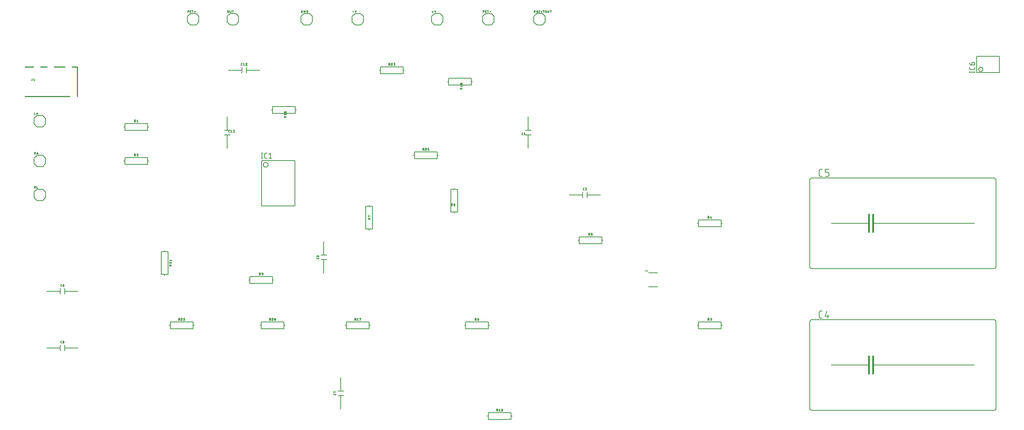
<source format=gbr>
G04 EAGLE Gerber RS-274X export*
G75*
%MOMM*%
%FSLAX34Y34*%
%LPD*%
%INSilkscreen Top*%
%IPPOS*%
%AMOC8*
5,1,8,0,0,1.08239X$1,22.5*%
G01*
%ADD10C,0.203200*%
%ADD11C,0.127000*%
%ADD12C,0.152400*%
%ADD13C,0.406400*%
%ADD14C,0.177800*%
%ADD15C,0.254000*%
%ADD16C,0.025400*%


D10*
X533400Y971550D02*
X527050Y977900D01*
X514350Y977900D01*
X508000Y971550D01*
X508000Y958850D01*
X514350Y952500D01*
X527050Y952500D01*
X533400Y958850D01*
X533400Y971550D01*
D11*
X511852Y981682D02*
X508635Y981682D01*
X510244Y983290D02*
X510244Y980073D01*
X516096Y979805D02*
X514487Y984631D01*
X517704Y984631D02*
X516096Y979805D01*
D10*
X355600Y971550D02*
X349250Y977900D01*
X336550Y977900D01*
X330200Y971550D01*
X330200Y958850D01*
X336550Y952500D01*
X349250Y952500D01*
X355600Y958850D01*
X355600Y971550D01*
D11*
X334052Y981682D02*
X330835Y981682D01*
X336687Y984631D02*
X338296Y979805D01*
X339904Y984631D01*
D10*
X717550Y706200D02*
X723900Y706200D01*
X730250Y706200D01*
X723900Y716200D02*
X717550Y716200D01*
X723900Y716200D02*
X730250Y716200D01*
X723900Y706200D02*
X723900Y676200D01*
X723900Y716200D02*
X723900Y746200D01*
D11*
X712404Y705739D02*
X711332Y705739D01*
X711267Y705741D01*
X711203Y705747D01*
X711139Y705757D01*
X711075Y705770D01*
X711013Y705788D01*
X710952Y705809D01*
X710892Y705833D01*
X710834Y705862D01*
X710777Y705894D01*
X710723Y705929D01*
X710671Y705967D01*
X710621Y706009D01*
X710574Y706053D01*
X710530Y706100D01*
X710488Y706150D01*
X710450Y706202D01*
X710415Y706256D01*
X710383Y706313D01*
X710354Y706371D01*
X710330Y706431D01*
X710309Y706492D01*
X710291Y706554D01*
X710278Y706618D01*
X710268Y706682D01*
X710262Y706746D01*
X710260Y706811D01*
X710259Y706811D02*
X710259Y709493D01*
X710260Y709493D02*
X710262Y709558D01*
X710268Y709622D01*
X710278Y709686D01*
X710291Y709750D01*
X710309Y709812D01*
X710330Y709873D01*
X710354Y709933D01*
X710383Y709991D01*
X710415Y710048D01*
X710450Y710102D01*
X710488Y710154D01*
X710530Y710204D01*
X710574Y710251D01*
X710621Y710295D01*
X710671Y710337D01*
X710723Y710375D01*
X710777Y710410D01*
X710834Y710442D01*
X710892Y710471D01*
X710952Y710495D01*
X711013Y710516D01*
X711075Y710534D01*
X711139Y710547D01*
X711203Y710557D01*
X711267Y710563D01*
X711332Y710565D01*
X712404Y710565D01*
X714860Y709493D02*
X716200Y710565D01*
X716200Y705739D01*
X714860Y705739D02*
X717541Y705739D01*
D10*
X83900Y850900D02*
X83900Y857250D01*
X83900Y850900D02*
X83900Y844550D01*
X93900Y850900D02*
X93900Y857250D01*
X93900Y850900D02*
X93900Y844550D01*
X83900Y850900D02*
X53900Y850900D01*
X93900Y850900D02*
X123900Y850900D01*
D11*
X84661Y861535D02*
X83588Y861535D01*
X83523Y861537D01*
X83459Y861543D01*
X83395Y861553D01*
X83331Y861566D01*
X83269Y861584D01*
X83208Y861605D01*
X83148Y861629D01*
X83090Y861658D01*
X83033Y861690D01*
X82979Y861725D01*
X82927Y861763D01*
X82877Y861805D01*
X82830Y861849D01*
X82786Y861896D01*
X82744Y861946D01*
X82706Y861998D01*
X82671Y862052D01*
X82639Y862109D01*
X82610Y862167D01*
X82586Y862227D01*
X82565Y862288D01*
X82547Y862350D01*
X82534Y862414D01*
X82524Y862478D01*
X82518Y862542D01*
X82516Y862607D01*
X82516Y865289D01*
X82518Y865354D01*
X82524Y865418D01*
X82534Y865482D01*
X82547Y865546D01*
X82565Y865608D01*
X82586Y865669D01*
X82610Y865729D01*
X82639Y865787D01*
X82671Y865844D01*
X82706Y865898D01*
X82744Y865950D01*
X82786Y866000D01*
X82830Y866047D01*
X82877Y866091D01*
X82927Y866133D01*
X82979Y866171D01*
X83033Y866206D01*
X83090Y866238D01*
X83148Y866267D01*
X83208Y866291D01*
X83269Y866312D01*
X83331Y866330D01*
X83395Y866343D01*
X83459Y866353D01*
X83523Y866359D01*
X83588Y866361D01*
X84661Y866361D01*
X87117Y865289D02*
X88457Y866361D01*
X88457Y861535D01*
X87117Y861535D02*
X89798Y861535D01*
X94078Y866361D02*
X94146Y866359D01*
X94213Y866353D01*
X94280Y866344D01*
X94347Y866331D01*
X94412Y866314D01*
X94477Y866293D01*
X94540Y866269D01*
X94602Y866241D01*
X94662Y866210D01*
X94720Y866176D01*
X94776Y866138D01*
X94831Y866098D01*
X94882Y866054D01*
X94931Y866007D01*
X94978Y865958D01*
X95022Y865907D01*
X95062Y865852D01*
X95100Y865796D01*
X95134Y865738D01*
X95165Y865678D01*
X95193Y865616D01*
X95217Y865553D01*
X95238Y865488D01*
X95255Y865423D01*
X95268Y865356D01*
X95277Y865289D01*
X95283Y865222D01*
X95285Y865154D01*
X94078Y866361D02*
X94000Y866359D01*
X93922Y866353D01*
X93845Y866343D01*
X93768Y866330D01*
X93692Y866312D01*
X93617Y866291D01*
X93543Y866266D01*
X93471Y866237D01*
X93400Y866205D01*
X93331Y866169D01*
X93263Y866130D01*
X93198Y866087D01*
X93135Y866041D01*
X93074Y865992D01*
X93016Y865940D01*
X92961Y865885D01*
X92908Y865828D01*
X92859Y865768D01*
X92812Y865705D01*
X92769Y865641D01*
X92729Y865574D01*
X92692Y865505D01*
X92659Y865434D01*
X92629Y865362D01*
X92603Y865289D01*
X94882Y864216D02*
X94931Y864265D01*
X94978Y864317D01*
X95021Y864372D01*
X95062Y864429D01*
X95100Y864488D01*
X95134Y864549D01*
X95165Y864612D01*
X95193Y864676D01*
X95217Y864742D01*
X95237Y864808D01*
X95254Y864876D01*
X95267Y864945D01*
X95276Y865014D01*
X95282Y865084D01*
X95284Y865154D01*
X94882Y864216D02*
X92603Y861535D01*
X95284Y861535D01*
D10*
X57150Y716200D02*
X50800Y716200D01*
X44450Y716200D01*
X50800Y706200D02*
X57150Y706200D01*
X50800Y706200D02*
X44450Y706200D01*
X50800Y716200D02*
X50800Y746200D01*
X50800Y706200D02*
X50800Y676200D01*
D11*
X55488Y711835D02*
X56561Y711835D01*
X55488Y711835D02*
X55423Y711837D01*
X55359Y711843D01*
X55295Y711853D01*
X55231Y711866D01*
X55169Y711884D01*
X55108Y711905D01*
X55048Y711929D01*
X54990Y711958D01*
X54933Y711990D01*
X54879Y712025D01*
X54827Y712063D01*
X54777Y712105D01*
X54730Y712149D01*
X54686Y712196D01*
X54644Y712246D01*
X54606Y712298D01*
X54571Y712352D01*
X54539Y712409D01*
X54510Y712467D01*
X54486Y712527D01*
X54465Y712588D01*
X54447Y712650D01*
X54434Y712714D01*
X54424Y712778D01*
X54418Y712842D01*
X54416Y712907D01*
X54416Y715589D01*
X54418Y715654D01*
X54424Y715718D01*
X54434Y715782D01*
X54447Y715846D01*
X54465Y715908D01*
X54486Y715969D01*
X54510Y716029D01*
X54539Y716087D01*
X54571Y716144D01*
X54606Y716198D01*
X54644Y716250D01*
X54686Y716300D01*
X54730Y716347D01*
X54777Y716391D01*
X54827Y716433D01*
X54879Y716471D01*
X54933Y716506D01*
X54990Y716538D01*
X55048Y716567D01*
X55108Y716591D01*
X55169Y716612D01*
X55231Y716630D01*
X55295Y716643D01*
X55359Y716653D01*
X55423Y716659D01*
X55488Y716661D01*
X56561Y716661D01*
X59017Y715589D02*
X60357Y716661D01*
X60357Y711835D01*
X59017Y711835D02*
X61698Y711835D01*
X64503Y711835D02*
X65844Y711835D01*
X65915Y711837D01*
X65987Y711843D01*
X66057Y711852D01*
X66127Y711865D01*
X66197Y711882D01*
X66265Y711903D01*
X66332Y711927D01*
X66398Y711955D01*
X66462Y711986D01*
X66525Y712021D01*
X66585Y712059D01*
X66644Y712100D01*
X66700Y712144D01*
X66754Y712191D01*
X66805Y712240D01*
X66853Y712293D01*
X66899Y712348D01*
X66941Y712405D01*
X66981Y712465D01*
X67017Y712526D01*
X67050Y712590D01*
X67079Y712655D01*
X67105Y712721D01*
X67128Y712789D01*
X67147Y712858D01*
X67162Y712928D01*
X67173Y712998D01*
X67181Y713069D01*
X67185Y713140D01*
X67185Y713212D01*
X67181Y713283D01*
X67173Y713354D01*
X67162Y713424D01*
X67147Y713494D01*
X67128Y713563D01*
X67105Y713631D01*
X67079Y713697D01*
X67050Y713762D01*
X67017Y713826D01*
X66981Y713887D01*
X66941Y713947D01*
X66899Y714004D01*
X66853Y714059D01*
X66805Y714112D01*
X66754Y714161D01*
X66700Y714208D01*
X66644Y714252D01*
X66585Y714293D01*
X66525Y714331D01*
X66462Y714366D01*
X66398Y714397D01*
X66332Y714425D01*
X66265Y714449D01*
X66197Y714470D01*
X66127Y714487D01*
X66057Y714500D01*
X65987Y714509D01*
X65915Y714515D01*
X65844Y714517D01*
X66112Y716661D02*
X64503Y716661D01*
X66112Y716661D02*
X66177Y716659D01*
X66241Y716653D01*
X66305Y716643D01*
X66369Y716630D01*
X66431Y716612D01*
X66492Y716591D01*
X66552Y716567D01*
X66610Y716538D01*
X66667Y716506D01*
X66721Y716471D01*
X66773Y716433D01*
X66823Y716391D01*
X66870Y716347D01*
X66914Y716300D01*
X66956Y716250D01*
X66994Y716198D01*
X67029Y716144D01*
X67061Y716087D01*
X67090Y716029D01*
X67114Y715969D01*
X67135Y715908D01*
X67153Y715846D01*
X67166Y715782D01*
X67176Y715718D01*
X67182Y715654D01*
X67184Y715589D01*
X67182Y715524D01*
X67176Y715460D01*
X67166Y715396D01*
X67153Y715332D01*
X67135Y715270D01*
X67114Y715209D01*
X67090Y715149D01*
X67061Y715091D01*
X67029Y715034D01*
X66994Y714980D01*
X66956Y714928D01*
X66914Y714878D01*
X66870Y714831D01*
X66823Y714787D01*
X66773Y714745D01*
X66721Y714707D01*
X66667Y714672D01*
X66610Y714640D01*
X66552Y714611D01*
X66492Y714587D01*
X66431Y714566D01*
X66369Y714548D01*
X66305Y714535D01*
X66241Y714525D01*
X66177Y714519D01*
X66112Y714517D01*
X66112Y714516D02*
X65039Y714516D01*
D10*
X260350Y426800D02*
X266700Y426800D01*
X273050Y426800D01*
X266700Y436800D02*
X260350Y436800D01*
X266700Y436800D02*
X273050Y436800D01*
X266700Y426800D02*
X266700Y396800D01*
X266700Y436800D02*
X266700Y466800D01*
D11*
X256065Y430304D02*
X256065Y429232D01*
X256063Y429167D01*
X256057Y429103D01*
X256047Y429039D01*
X256034Y428975D01*
X256016Y428913D01*
X255995Y428852D01*
X255971Y428792D01*
X255942Y428734D01*
X255910Y428677D01*
X255875Y428623D01*
X255837Y428571D01*
X255795Y428521D01*
X255751Y428474D01*
X255704Y428430D01*
X255654Y428388D01*
X255602Y428350D01*
X255548Y428315D01*
X255491Y428283D01*
X255433Y428254D01*
X255373Y428230D01*
X255312Y428209D01*
X255250Y428191D01*
X255186Y428178D01*
X255122Y428168D01*
X255058Y428162D01*
X254993Y428160D01*
X254993Y428159D02*
X252311Y428159D01*
X252246Y428161D01*
X252182Y428167D01*
X252118Y428177D01*
X252054Y428190D01*
X251992Y428208D01*
X251931Y428229D01*
X251871Y428254D01*
X251812Y428282D01*
X251756Y428314D01*
X251701Y428349D01*
X251649Y428387D01*
X251599Y428429D01*
X251552Y428473D01*
X251508Y428520D01*
X251466Y428570D01*
X251428Y428622D01*
X251393Y428677D01*
X251361Y428733D01*
X251333Y428792D01*
X251308Y428851D01*
X251287Y428913D01*
X251269Y428975D01*
X251256Y429039D01*
X251246Y429103D01*
X251240Y429167D01*
X251238Y429232D01*
X251239Y429232D02*
X251239Y430304D01*
X251239Y434234D02*
X251241Y434302D01*
X251247Y434369D01*
X251256Y434436D01*
X251269Y434503D01*
X251286Y434568D01*
X251307Y434633D01*
X251331Y434696D01*
X251359Y434758D01*
X251390Y434818D01*
X251424Y434876D01*
X251462Y434932D01*
X251502Y434987D01*
X251546Y435038D01*
X251593Y435087D01*
X251642Y435134D01*
X251693Y435178D01*
X251748Y435218D01*
X251804Y435256D01*
X251862Y435290D01*
X251922Y435321D01*
X251984Y435349D01*
X252047Y435373D01*
X252112Y435394D01*
X252177Y435411D01*
X252244Y435424D01*
X252311Y435433D01*
X252378Y435439D01*
X252446Y435441D01*
X251239Y434234D02*
X251241Y434156D01*
X251247Y434078D01*
X251257Y434001D01*
X251270Y433924D01*
X251288Y433848D01*
X251309Y433773D01*
X251334Y433699D01*
X251363Y433627D01*
X251395Y433556D01*
X251431Y433487D01*
X251470Y433419D01*
X251513Y433354D01*
X251559Y433291D01*
X251608Y433230D01*
X251660Y433172D01*
X251715Y433117D01*
X251772Y433064D01*
X251832Y433015D01*
X251895Y432968D01*
X251960Y432925D01*
X252026Y432885D01*
X252095Y432848D01*
X252166Y432815D01*
X252238Y432785D01*
X252312Y432759D01*
X253384Y435039D02*
X253335Y435088D01*
X253283Y435135D01*
X253228Y435178D01*
X253171Y435219D01*
X253112Y435257D01*
X253051Y435291D01*
X252988Y435322D01*
X252924Y435350D01*
X252858Y435374D01*
X252792Y435394D01*
X252724Y435411D01*
X252655Y435424D01*
X252586Y435433D01*
X252516Y435439D01*
X252446Y435441D01*
X253384Y435039D02*
X256065Y432760D01*
X256065Y435441D01*
D10*
X845900Y571500D02*
X845900Y577850D01*
X845900Y571500D02*
X845900Y565150D01*
X855900Y571500D02*
X855900Y577850D01*
X855900Y571500D02*
X855900Y565150D01*
X845900Y571500D02*
X815900Y571500D01*
X855900Y571500D02*
X885900Y571500D01*
D11*
X849404Y582135D02*
X848332Y582135D01*
X848267Y582137D01*
X848203Y582143D01*
X848139Y582153D01*
X848075Y582166D01*
X848013Y582184D01*
X847952Y582205D01*
X847892Y582229D01*
X847834Y582258D01*
X847777Y582290D01*
X847723Y582325D01*
X847671Y582363D01*
X847621Y582405D01*
X847574Y582449D01*
X847530Y582496D01*
X847488Y582546D01*
X847450Y582598D01*
X847415Y582652D01*
X847383Y582709D01*
X847354Y582767D01*
X847330Y582827D01*
X847309Y582888D01*
X847291Y582950D01*
X847278Y583014D01*
X847268Y583078D01*
X847262Y583142D01*
X847260Y583207D01*
X847259Y583207D02*
X847259Y585889D01*
X847260Y585889D02*
X847262Y585954D01*
X847268Y586018D01*
X847278Y586082D01*
X847291Y586146D01*
X847309Y586208D01*
X847330Y586269D01*
X847354Y586329D01*
X847383Y586387D01*
X847415Y586444D01*
X847450Y586498D01*
X847488Y586550D01*
X847530Y586600D01*
X847574Y586647D01*
X847621Y586691D01*
X847671Y586733D01*
X847723Y586771D01*
X847777Y586806D01*
X847834Y586838D01*
X847892Y586867D01*
X847952Y586891D01*
X848013Y586912D01*
X848075Y586930D01*
X848139Y586943D01*
X848203Y586953D01*
X848267Y586959D01*
X848332Y586961D01*
X849404Y586961D01*
X851860Y582135D02*
X853200Y582135D01*
X853271Y582137D01*
X853343Y582143D01*
X853413Y582152D01*
X853483Y582165D01*
X853553Y582182D01*
X853621Y582203D01*
X853688Y582227D01*
X853754Y582255D01*
X853818Y582286D01*
X853881Y582321D01*
X853941Y582359D01*
X854000Y582400D01*
X854056Y582444D01*
X854110Y582491D01*
X854161Y582540D01*
X854209Y582593D01*
X854255Y582648D01*
X854297Y582705D01*
X854337Y582765D01*
X854373Y582826D01*
X854406Y582890D01*
X854435Y582955D01*
X854461Y583021D01*
X854484Y583089D01*
X854503Y583158D01*
X854518Y583228D01*
X854529Y583298D01*
X854537Y583369D01*
X854541Y583440D01*
X854541Y583512D01*
X854537Y583583D01*
X854529Y583654D01*
X854518Y583724D01*
X854503Y583794D01*
X854484Y583863D01*
X854461Y583931D01*
X854435Y583997D01*
X854406Y584062D01*
X854373Y584126D01*
X854337Y584187D01*
X854297Y584247D01*
X854255Y584304D01*
X854209Y584359D01*
X854161Y584412D01*
X854110Y584461D01*
X854056Y584508D01*
X854000Y584552D01*
X853941Y584593D01*
X853881Y584631D01*
X853818Y584666D01*
X853754Y584697D01*
X853688Y584725D01*
X853621Y584749D01*
X853553Y584770D01*
X853483Y584787D01*
X853413Y584800D01*
X853343Y584809D01*
X853271Y584815D01*
X853200Y584817D01*
X853468Y586961D02*
X851860Y586961D01*
X853468Y586961D02*
X853533Y586959D01*
X853597Y586953D01*
X853661Y586943D01*
X853725Y586930D01*
X853787Y586912D01*
X853848Y586891D01*
X853908Y586867D01*
X853966Y586838D01*
X854023Y586806D01*
X854077Y586771D01*
X854129Y586733D01*
X854179Y586691D01*
X854226Y586647D01*
X854270Y586600D01*
X854312Y586550D01*
X854350Y586498D01*
X854385Y586444D01*
X854417Y586387D01*
X854446Y586329D01*
X854470Y586269D01*
X854491Y586208D01*
X854509Y586146D01*
X854522Y586082D01*
X854532Y586018D01*
X854538Y585954D01*
X854540Y585889D01*
X854538Y585824D01*
X854532Y585760D01*
X854522Y585696D01*
X854509Y585632D01*
X854491Y585570D01*
X854470Y585509D01*
X854446Y585449D01*
X854417Y585391D01*
X854385Y585334D01*
X854350Y585280D01*
X854312Y585228D01*
X854270Y585178D01*
X854226Y585131D01*
X854179Y585087D01*
X854129Y585045D01*
X854077Y585007D01*
X854023Y584972D01*
X853966Y584940D01*
X853908Y584911D01*
X853848Y584887D01*
X853787Y584866D01*
X853725Y584848D01*
X853661Y584835D01*
X853597Y584825D01*
X853533Y584819D01*
X853468Y584817D01*
X853468Y584816D02*
X852396Y584816D01*
D12*
X1358900Y292100D02*
X1765300Y292100D01*
X1770380Y287020D02*
X1770380Y93980D01*
X1765300Y88900D02*
X1358900Y88900D01*
X1353820Y93980D02*
X1353820Y287020D01*
D13*
X1494790Y209550D02*
X1494790Y190500D01*
X1494790Y171450D01*
X1485900Y190500D02*
X1485900Y209550D01*
X1485900Y190500D02*
X1485900Y171450D01*
D12*
X1765300Y292100D02*
X1765440Y292098D01*
X1765580Y292092D01*
X1765720Y292083D01*
X1765859Y292069D01*
X1765998Y292052D01*
X1766136Y292031D01*
X1766274Y292006D01*
X1766411Y291977D01*
X1766547Y291945D01*
X1766682Y291908D01*
X1766816Y291868D01*
X1766949Y291825D01*
X1767081Y291777D01*
X1767212Y291727D01*
X1767341Y291672D01*
X1767468Y291614D01*
X1767594Y291553D01*
X1767718Y291488D01*
X1767840Y291419D01*
X1767960Y291348D01*
X1768078Y291273D01*
X1768195Y291195D01*
X1768309Y291113D01*
X1768420Y291029D01*
X1768529Y290941D01*
X1768636Y290851D01*
X1768741Y290757D01*
X1768842Y290661D01*
X1768941Y290562D01*
X1769037Y290461D01*
X1769131Y290356D01*
X1769221Y290249D01*
X1769309Y290140D01*
X1769393Y290029D01*
X1769475Y289915D01*
X1769553Y289798D01*
X1769628Y289680D01*
X1769699Y289560D01*
X1769768Y289438D01*
X1769833Y289314D01*
X1769894Y289188D01*
X1769952Y289061D01*
X1770007Y288932D01*
X1770057Y288801D01*
X1770105Y288669D01*
X1770148Y288536D01*
X1770188Y288402D01*
X1770225Y288267D01*
X1770257Y288131D01*
X1770286Y287994D01*
X1770311Y287856D01*
X1770332Y287718D01*
X1770349Y287579D01*
X1770363Y287440D01*
X1770372Y287300D01*
X1770378Y287160D01*
X1770380Y287020D01*
X1770380Y93980D02*
X1770378Y93840D01*
X1770372Y93700D01*
X1770363Y93560D01*
X1770349Y93421D01*
X1770332Y93282D01*
X1770311Y93144D01*
X1770286Y93006D01*
X1770257Y92869D01*
X1770225Y92733D01*
X1770188Y92598D01*
X1770148Y92464D01*
X1770105Y92331D01*
X1770057Y92199D01*
X1770007Y92068D01*
X1769952Y91939D01*
X1769894Y91812D01*
X1769833Y91686D01*
X1769768Y91562D01*
X1769699Y91440D01*
X1769628Y91320D01*
X1769553Y91202D01*
X1769475Y91085D01*
X1769393Y90971D01*
X1769309Y90860D01*
X1769221Y90751D01*
X1769131Y90644D01*
X1769037Y90539D01*
X1768941Y90438D01*
X1768842Y90339D01*
X1768741Y90243D01*
X1768636Y90149D01*
X1768529Y90059D01*
X1768420Y89971D01*
X1768309Y89887D01*
X1768195Y89805D01*
X1768078Y89727D01*
X1767960Y89652D01*
X1767840Y89581D01*
X1767718Y89512D01*
X1767594Y89447D01*
X1767468Y89386D01*
X1767341Y89328D01*
X1767212Y89273D01*
X1767081Y89223D01*
X1766949Y89175D01*
X1766816Y89132D01*
X1766682Y89092D01*
X1766547Y89055D01*
X1766411Y89023D01*
X1766274Y88994D01*
X1766136Y88969D01*
X1765998Y88948D01*
X1765859Y88931D01*
X1765720Y88917D01*
X1765580Y88908D01*
X1765440Y88902D01*
X1765300Y88900D01*
X1358900Y88900D02*
X1358760Y88902D01*
X1358620Y88908D01*
X1358480Y88917D01*
X1358341Y88931D01*
X1358202Y88948D01*
X1358064Y88969D01*
X1357926Y88994D01*
X1357789Y89023D01*
X1357653Y89055D01*
X1357518Y89092D01*
X1357384Y89132D01*
X1357251Y89175D01*
X1357119Y89223D01*
X1356988Y89273D01*
X1356859Y89328D01*
X1356732Y89386D01*
X1356606Y89447D01*
X1356482Y89512D01*
X1356360Y89581D01*
X1356240Y89652D01*
X1356122Y89727D01*
X1356005Y89805D01*
X1355891Y89887D01*
X1355780Y89971D01*
X1355671Y90059D01*
X1355564Y90149D01*
X1355459Y90243D01*
X1355358Y90339D01*
X1355259Y90438D01*
X1355163Y90539D01*
X1355069Y90644D01*
X1354979Y90751D01*
X1354891Y90860D01*
X1354807Y90971D01*
X1354725Y91085D01*
X1354647Y91202D01*
X1354572Y91320D01*
X1354501Y91440D01*
X1354432Y91562D01*
X1354367Y91686D01*
X1354306Y91812D01*
X1354248Y91939D01*
X1354193Y92068D01*
X1354143Y92199D01*
X1354095Y92331D01*
X1354052Y92464D01*
X1354012Y92598D01*
X1353975Y92733D01*
X1353943Y92869D01*
X1353914Y93006D01*
X1353889Y93144D01*
X1353868Y93282D01*
X1353851Y93421D01*
X1353837Y93560D01*
X1353828Y93700D01*
X1353822Y93840D01*
X1353820Y93980D01*
X1353820Y287020D02*
X1353822Y287160D01*
X1353828Y287300D01*
X1353837Y287440D01*
X1353851Y287579D01*
X1353868Y287718D01*
X1353889Y287856D01*
X1353914Y287994D01*
X1353943Y288131D01*
X1353975Y288267D01*
X1354012Y288402D01*
X1354052Y288536D01*
X1354095Y288669D01*
X1354143Y288801D01*
X1354193Y288932D01*
X1354248Y289061D01*
X1354306Y289188D01*
X1354367Y289314D01*
X1354432Y289438D01*
X1354501Y289560D01*
X1354572Y289680D01*
X1354647Y289798D01*
X1354725Y289915D01*
X1354807Y290029D01*
X1354891Y290140D01*
X1354979Y290249D01*
X1355069Y290356D01*
X1355163Y290461D01*
X1355259Y290562D01*
X1355358Y290661D01*
X1355459Y290757D01*
X1355564Y290851D01*
X1355671Y290941D01*
X1355780Y291029D01*
X1355891Y291113D01*
X1356005Y291195D01*
X1356122Y291273D01*
X1356240Y291348D01*
X1356360Y291419D01*
X1356482Y291488D01*
X1356606Y291553D01*
X1356732Y291614D01*
X1356859Y291672D01*
X1356988Y291727D01*
X1357119Y291777D01*
X1357251Y291825D01*
X1357384Y291868D01*
X1357518Y291908D01*
X1357653Y291945D01*
X1357789Y291977D01*
X1357926Y292006D01*
X1358064Y292031D01*
X1358202Y292052D01*
X1358341Y292069D01*
X1358480Y292083D01*
X1358620Y292092D01*
X1358760Y292098D01*
X1358900Y292100D01*
X1402080Y190500D02*
X1485900Y190500D01*
X1494790Y190500D02*
X1722120Y190500D01*
D14*
X1382141Y295529D02*
X1378585Y295529D01*
X1378469Y295531D01*
X1378352Y295537D01*
X1378236Y295546D01*
X1378121Y295559D01*
X1378006Y295576D01*
X1377891Y295597D01*
X1377778Y295622D01*
X1377665Y295650D01*
X1377553Y295682D01*
X1377442Y295718D01*
X1377332Y295757D01*
X1377224Y295800D01*
X1377117Y295846D01*
X1377012Y295896D01*
X1376909Y295949D01*
X1376807Y296005D01*
X1376707Y296065D01*
X1376609Y296128D01*
X1376514Y296195D01*
X1376420Y296264D01*
X1376329Y296336D01*
X1376240Y296411D01*
X1376154Y296490D01*
X1376071Y296571D01*
X1375990Y296654D01*
X1375911Y296740D01*
X1375836Y296829D01*
X1375764Y296920D01*
X1375695Y297014D01*
X1375628Y297109D01*
X1375565Y297207D01*
X1375505Y297307D01*
X1375449Y297409D01*
X1375396Y297512D01*
X1375346Y297617D01*
X1375300Y297724D01*
X1375257Y297832D01*
X1375218Y297942D01*
X1375182Y298053D01*
X1375150Y298165D01*
X1375122Y298278D01*
X1375097Y298391D01*
X1375076Y298506D01*
X1375059Y298621D01*
X1375046Y298736D01*
X1375037Y298852D01*
X1375031Y298969D01*
X1375029Y299085D01*
X1375029Y307975D01*
X1375031Y308091D01*
X1375037Y308208D01*
X1375046Y308324D01*
X1375059Y308439D01*
X1375076Y308554D01*
X1375097Y308669D01*
X1375122Y308782D01*
X1375150Y308895D01*
X1375182Y309007D01*
X1375218Y309118D01*
X1375257Y309228D01*
X1375300Y309336D01*
X1375346Y309443D01*
X1375396Y309548D01*
X1375449Y309651D01*
X1375505Y309753D01*
X1375565Y309853D01*
X1375628Y309951D01*
X1375695Y310046D01*
X1375764Y310140D01*
X1375836Y310231D01*
X1375911Y310320D01*
X1375990Y310406D01*
X1376071Y310489D01*
X1376154Y310570D01*
X1376240Y310649D01*
X1376329Y310724D01*
X1376420Y310796D01*
X1376514Y310865D01*
X1376609Y310932D01*
X1376707Y310995D01*
X1376807Y311055D01*
X1376909Y311111D01*
X1377012Y311164D01*
X1377117Y311214D01*
X1377224Y311260D01*
X1377332Y311303D01*
X1377442Y311342D01*
X1377553Y311378D01*
X1377665Y311410D01*
X1377778Y311438D01*
X1377891Y311463D01*
X1378006Y311484D01*
X1378121Y311501D01*
X1378236Y311514D01*
X1378352Y311523D01*
X1378469Y311529D01*
X1378585Y311531D01*
X1382141Y311531D01*
X1391655Y311531D02*
X1388099Y299085D01*
X1396989Y299085D01*
X1394322Y302641D02*
X1394322Y295529D01*
D12*
X1358900Y609600D02*
X1765300Y609600D01*
X1770380Y604520D02*
X1770380Y411480D01*
X1765300Y406400D02*
X1358900Y406400D01*
X1353820Y411480D02*
X1353820Y604520D01*
D13*
X1494790Y527050D02*
X1494790Y508000D01*
X1494790Y488950D01*
X1485900Y508000D02*
X1485900Y527050D01*
X1485900Y508000D02*
X1485900Y488950D01*
D12*
X1765300Y609600D02*
X1765440Y609598D01*
X1765580Y609592D01*
X1765720Y609583D01*
X1765859Y609569D01*
X1765998Y609552D01*
X1766136Y609531D01*
X1766274Y609506D01*
X1766411Y609477D01*
X1766547Y609445D01*
X1766682Y609408D01*
X1766816Y609368D01*
X1766949Y609325D01*
X1767081Y609277D01*
X1767212Y609227D01*
X1767341Y609172D01*
X1767468Y609114D01*
X1767594Y609053D01*
X1767718Y608988D01*
X1767840Y608919D01*
X1767960Y608848D01*
X1768078Y608773D01*
X1768195Y608695D01*
X1768309Y608613D01*
X1768420Y608529D01*
X1768529Y608441D01*
X1768636Y608351D01*
X1768741Y608257D01*
X1768842Y608161D01*
X1768941Y608062D01*
X1769037Y607961D01*
X1769131Y607856D01*
X1769221Y607749D01*
X1769309Y607640D01*
X1769393Y607529D01*
X1769475Y607415D01*
X1769553Y607298D01*
X1769628Y607180D01*
X1769699Y607060D01*
X1769768Y606938D01*
X1769833Y606814D01*
X1769894Y606688D01*
X1769952Y606561D01*
X1770007Y606432D01*
X1770057Y606301D01*
X1770105Y606169D01*
X1770148Y606036D01*
X1770188Y605902D01*
X1770225Y605767D01*
X1770257Y605631D01*
X1770286Y605494D01*
X1770311Y605356D01*
X1770332Y605218D01*
X1770349Y605079D01*
X1770363Y604940D01*
X1770372Y604800D01*
X1770378Y604660D01*
X1770380Y604520D01*
X1770380Y411480D02*
X1770378Y411340D01*
X1770372Y411200D01*
X1770363Y411060D01*
X1770349Y410921D01*
X1770332Y410782D01*
X1770311Y410644D01*
X1770286Y410506D01*
X1770257Y410369D01*
X1770225Y410233D01*
X1770188Y410098D01*
X1770148Y409964D01*
X1770105Y409831D01*
X1770057Y409699D01*
X1770007Y409568D01*
X1769952Y409439D01*
X1769894Y409312D01*
X1769833Y409186D01*
X1769768Y409062D01*
X1769699Y408940D01*
X1769628Y408820D01*
X1769553Y408702D01*
X1769475Y408585D01*
X1769393Y408471D01*
X1769309Y408360D01*
X1769221Y408251D01*
X1769131Y408144D01*
X1769037Y408039D01*
X1768941Y407938D01*
X1768842Y407839D01*
X1768741Y407743D01*
X1768636Y407649D01*
X1768529Y407559D01*
X1768420Y407471D01*
X1768309Y407387D01*
X1768195Y407305D01*
X1768078Y407227D01*
X1767960Y407152D01*
X1767840Y407081D01*
X1767718Y407012D01*
X1767594Y406947D01*
X1767468Y406886D01*
X1767341Y406828D01*
X1767212Y406773D01*
X1767081Y406723D01*
X1766949Y406675D01*
X1766816Y406632D01*
X1766682Y406592D01*
X1766547Y406555D01*
X1766411Y406523D01*
X1766274Y406494D01*
X1766136Y406469D01*
X1765998Y406448D01*
X1765859Y406431D01*
X1765720Y406417D01*
X1765580Y406408D01*
X1765440Y406402D01*
X1765300Y406400D01*
X1358900Y406400D02*
X1358760Y406402D01*
X1358620Y406408D01*
X1358480Y406417D01*
X1358341Y406431D01*
X1358202Y406448D01*
X1358064Y406469D01*
X1357926Y406494D01*
X1357789Y406523D01*
X1357653Y406555D01*
X1357518Y406592D01*
X1357384Y406632D01*
X1357251Y406675D01*
X1357119Y406723D01*
X1356988Y406773D01*
X1356859Y406828D01*
X1356732Y406886D01*
X1356606Y406947D01*
X1356482Y407012D01*
X1356360Y407081D01*
X1356240Y407152D01*
X1356122Y407227D01*
X1356005Y407305D01*
X1355891Y407387D01*
X1355780Y407471D01*
X1355671Y407559D01*
X1355564Y407649D01*
X1355459Y407743D01*
X1355358Y407839D01*
X1355259Y407938D01*
X1355163Y408039D01*
X1355069Y408144D01*
X1354979Y408251D01*
X1354891Y408360D01*
X1354807Y408471D01*
X1354725Y408585D01*
X1354647Y408702D01*
X1354572Y408820D01*
X1354501Y408940D01*
X1354432Y409062D01*
X1354367Y409186D01*
X1354306Y409312D01*
X1354248Y409439D01*
X1354193Y409568D01*
X1354143Y409699D01*
X1354095Y409831D01*
X1354052Y409964D01*
X1354012Y410098D01*
X1353975Y410233D01*
X1353943Y410369D01*
X1353914Y410506D01*
X1353889Y410644D01*
X1353868Y410782D01*
X1353851Y410921D01*
X1353837Y411060D01*
X1353828Y411200D01*
X1353822Y411340D01*
X1353820Y411480D01*
X1353820Y604520D02*
X1353822Y604660D01*
X1353828Y604800D01*
X1353837Y604940D01*
X1353851Y605079D01*
X1353868Y605218D01*
X1353889Y605356D01*
X1353914Y605494D01*
X1353943Y605631D01*
X1353975Y605767D01*
X1354012Y605902D01*
X1354052Y606036D01*
X1354095Y606169D01*
X1354143Y606301D01*
X1354193Y606432D01*
X1354248Y606561D01*
X1354306Y606688D01*
X1354367Y606814D01*
X1354432Y606938D01*
X1354501Y607060D01*
X1354572Y607180D01*
X1354647Y607298D01*
X1354725Y607415D01*
X1354807Y607529D01*
X1354891Y607640D01*
X1354979Y607749D01*
X1355069Y607856D01*
X1355163Y607961D01*
X1355259Y608062D01*
X1355358Y608161D01*
X1355459Y608257D01*
X1355564Y608351D01*
X1355671Y608441D01*
X1355780Y608529D01*
X1355891Y608613D01*
X1356005Y608695D01*
X1356122Y608773D01*
X1356240Y608848D01*
X1356360Y608919D01*
X1356482Y608988D01*
X1356606Y609053D01*
X1356732Y609114D01*
X1356859Y609172D01*
X1356988Y609227D01*
X1357119Y609277D01*
X1357251Y609325D01*
X1357384Y609368D01*
X1357518Y609408D01*
X1357653Y609445D01*
X1357789Y609477D01*
X1357926Y609506D01*
X1358064Y609531D01*
X1358202Y609552D01*
X1358341Y609569D01*
X1358480Y609583D01*
X1358620Y609592D01*
X1358760Y609598D01*
X1358900Y609600D01*
X1402080Y508000D02*
X1485900Y508000D01*
X1494790Y508000D02*
X1722120Y508000D01*
D14*
X1382141Y613029D02*
X1378585Y613029D01*
X1378469Y613031D01*
X1378352Y613037D01*
X1378236Y613046D01*
X1378121Y613059D01*
X1378006Y613076D01*
X1377891Y613097D01*
X1377778Y613122D01*
X1377665Y613150D01*
X1377553Y613182D01*
X1377442Y613218D01*
X1377332Y613257D01*
X1377224Y613300D01*
X1377117Y613346D01*
X1377012Y613396D01*
X1376909Y613449D01*
X1376807Y613505D01*
X1376707Y613565D01*
X1376609Y613628D01*
X1376514Y613695D01*
X1376420Y613764D01*
X1376329Y613836D01*
X1376240Y613911D01*
X1376154Y613990D01*
X1376071Y614071D01*
X1375990Y614154D01*
X1375911Y614240D01*
X1375836Y614329D01*
X1375764Y614420D01*
X1375695Y614514D01*
X1375628Y614609D01*
X1375565Y614707D01*
X1375505Y614807D01*
X1375449Y614909D01*
X1375396Y615012D01*
X1375346Y615117D01*
X1375300Y615224D01*
X1375257Y615332D01*
X1375218Y615442D01*
X1375182Y615553D01*
X1375150Y615665D01*
X1375122Y615778D01*
X1375097Y615891D01*
X1375076Y616006D01*
X1375059Y616121D01*
X1375046Y616236D01*
X1375037Y616352D01*
X1375031Y616469D01*
X1375029Y616585D01*
X1375029Y625475D01*
X1375031Y625591D01*
X1375037Y625708D01*
X1375046Y625824D01*
X1375059Y625939D01*
X1375076Y626054D01*
X1375097Y626169D01*
X1375122Y626282D01*
X1375150Y626395D01*
X1375182Y626507D01*
X1375218Y626618D01*
X1375257Y626728D01*
X1375300Y626836D01*
X1375346Y626943D01*
X1375396Y627048D01*
X1375449Y627151D01*
X1375505Y627253D01*
X1375565Y627353D01*
X1375628Y627451D01*
X1375695Y627546D01*
X1375764Y627640D01*
X1375836Y627731D01*
X1375911Y627820D01*
X1375990Y627906D01*
X1376071Y627989D01*
X1376154Y628070D01*
X1376240Y628149D01*
X1376329Y628224D01*
X1376420Y628296D01*
X1376514Y628365D01*
X1376609Y628432D01*
X1376707Y628495D01*
X1376807Y628555D01*
X1376909Y628611D01*
X1377012Y628664D01*
X1377117Y628714D01*
X1377224Y628760D01*
X1377332Y628803D01*
X1377442Y628842D01*
X1377553Y628878D01*
X1377665Y628910D01*
X1377778Y628938D01*
X1377891Y628963D01*
X1378006Y628984D01*
X1378121Y629001D01*
X1378236Y629014D01*
X1378352Y629023D01*
X1378469Y629029D01*
X1378585Y629031D01*
X1382141Y629031D01*
X1388099Y613029D02*
X1393433Y613029D01*
X1393549Y613031D01*
X1393666Y613037D01*
X1393782Y613046D01*
X1393897Y613059D01*
X1394012Y613076D01*
X1394127Y613097D01*
X1394240Y613122D01*
X1394353Y613150D01*
X1394465Y613182D01*
X1394576Y613218D01*
X1394686Y613257D01*
X1394794Y613300D01*
X1394901Y613346D01*
X1395006Y613396D01*
X1395109Y613449D01*
X1395211Y613505D01*
X1395311Y613565D01*
X1395409Y613628D01*
X1395504Y613695D01*
X1395598Y613764D01*
X1395689Y613836D01*
X1395778Y613911D01*
X1395864Y613990D01*
X1395947Y614071D01*
X1396028Y614154D01*
X1396107Y614240D01*
X1396182Y614329D01*
X1396254Y614420D01*
X1396323Y614514D01*
X1396390Y614609D01*
X1396453Y614707D01*
X1396513Y614807D01*
X1396569Y614909D01*
X1396622Y615012D01*
X1396672Y615117D01*
X1396718Y615224D01*
X1396761Y615332D01*
X1396800Y615442D01*
X1396836Y615553D01*
X1396868Y615665D01*
X1396896Y615778D01*
X1396921Y615891D01*
X1396942Y616006D01*
X1396959Y616121D01*
X1396972Y616236D01*
X1396981Y616352D01*
X1396987Y616469D01*
X1396989Y616585D01*
X1396989Y618363D01*
X1396987Y618479D01*
X1396981Y618596D01*
X1396972Y618712D01*
X1396959Y618827D01*
X1396942Y618942D01*
X1396921Y619057D01*
X1396896Y619170D01*
X1396868Y619283D01*
X1396836Y619395D01*
X1396800Y619506D01*
X1396761Y619616D01*
X1396718Y619724D01*
X1396672Y619831D01*
X1396622Y619936D01*
X1396569Y620039D01*
X1396513Y620141D01*
X1396453Y620241D01*
X1396390Y620339D01*
X1396323Y620434D01*
X1396254Y620528D01*
X1396182Y620619D01*
X1396107Y620708D01*
X1396028Y620794D01*
X1395947Y620877D01*
X1395864Y620958D01*
X1395778Y621037D01*
X1395689Y621112D01*
X1395598Y621184D01*
X1395504Y621253D01*
X1395409Y621320D01*
X1395311Y621383D01*
X1395211Y621443D01*
X1395109Y621499D01*
X1395006Y621552D01*
X1394901Y621602D01*
X1394794Y621648D01*
X1394686Y621691D01*
X1394576Y621730D01*
X1394465Y621766D01*
X1394353Y621798D01*
X1394240Y621826D01*
X1394127Y621851D01*
X1394012Y621872D01*
X1393897Y621889D01*
X1393782Y621902D01*
X1393666Y621911D01*
X1393549Y621917D01*
X1393433Y621919D01*
X1388099Y621919D01*
X1388099Y629031D01*
X1396989Y629031D01*
D10*
X304800Y122000D02*
X298450Y122000D01*
X304800Y122000D02*
X311150Y122000D01*
X304800Y132000D02*
X298450Y132000D01*
X304800Y132000D02*
X311150Y132000D01*
X304800Y122000D02*
X304800Y92000D01*
X304800Y132000D02*
X304800Y162000D01*
D11*
X294165Y125504D02*
X294165Y124432D01*
X294163Y124367D01*
X294157Y124303D01*
X294147Y124239D01*
X294134Y124175D01*
X294116Y124113D01*
X294095Y124052D01*
X294071Y123992D01*
X294042Y123934D01*
X294010Y123877D01*
X293975Y123823D01*
X293937Y123771D01*
X293895Y123721D01*
X293851Y123674D01*
X293804Y123630D01*
X293754Y123588D01*
X293702Y123550D01*
X293648Y123515D01*
X293591Y123483D01*
X293533Y123454D01*
X293473Y123430D01*
X293412Y123409D01*
X293350Y123391D01*
X293286Y123378D01*
X293222Y123368D01*
X293158Y123362D01*
X293093Y123360D01*
X293093Y123359D02*
X290411Y123359D01*
X290346Y123361D01*
X290282Y123367D01*
X290218Y123377D01*
X290154Y123390D01*
X290092Y123408D01*
X290031Y123429D01*
X289971Y123454D01*
X289912Y123482D01*
X289856Y123514D01*
X289801Y123549D01*
X289749Y123587D01*
X289699Y123629D01*
X289652Y123673D01*
X289608Y123720D01*
X289566Y123770D01*
X289528Y123822D01*
X289493Y123877D01*
X289461Y123933D01*
X289433Y123992D01*
X289408Y124051D01*
X289387Y124113D01*
X289369Y124175D01*
X289356Y124239D01*
X289346Y124303D01*
X289340Y124367D01*
X289338Y124432D01*
X289339Y124432D02*
X289339Y125504D01*
X289339Y127960D02*
X289875Y127960D01*
X289339Y127960D02*
X289339Y130641D01*
X294165Y129300D01*
D10*
X241300Y971550D02*
X234950Y977900D01*
X222250Y977900D01*
X215900Y971550D01*
X215900Y958850D01*
X222250Y952500D01*
X234950Y952500D01*
X241300Y958850D01*
X241300Y971550D01*
D11*
X219216Y982486D02*
X218412Y982486D01*
X219216Y982486D02*
X219216Y979805D01*
X217607Y979805D01*
X217542Y979807D01*
X217478Y979813D01*
X217414Y979823D01*
X217350Y979836D01*
X217288Y979854D01*
X217227Y979875D01*
X217167Y979899D01*
X217109Y979928D01*
X217052Y979960D01*
X216998Y979995D01*
X216946Y980033D01*
X216896Y980075D01*
X216849Y980119D01*
X216805Y980166D01*
X216763Y980216D01*
X216725Y980268D01*
X216690Y980322D01*
X216658Y980379D01*
X216629Y980437D01*
X216605Y980497D01*
X216584Y980558D01*
X216566Y980620D01*
X216553Y980684D01*
X216543Y980748D01*
X216537Y980812D01*
X216535Y980877D01*
X216535Y983559D01*
X216537Y983624D01*
X216543Y983688D01*
X216553Y983752D01*
X216566Y983816D01*
X216584Y983878D01*
X216605Y983939D01*
X216629Y983999D01*
X216658Y984057D01*
X216690Y984114D01*
X216725Y984168D01*
X216763Y984220D01*
X216805Y984270D01*
X216849Y984317D01*
X216896Y984361D01*
X216946Y984403D01*
X216998Y984441D01*
X217052Y984476D01*
X217109Y984508D01*
X217167Y984537D01*
X217227Y984561D01*
X217288Y984582D01*
X217350Y984600D01*
X217414Y984613D01*
X217478Y984623D01*
X217542Y984629D01*
X217607Y984631D01*
X219216Y984631D01*
X222387Y984631D02*
X222387Y979805D01*
X225068Y979805D02*
X222387Y984631D01*
X225068Y984631D02*
X225068Y979805D01*
X228239Y979805D02*
X228239Y984631D01*
X229580Y984631D01*
X229650Y984629D01*
X229720Y984624D01*
X229790Y984614D01*
X229859Y984602D01*
X229927Y984585D01*
X229994Y984565D01*
X230061Y984542D01*
X230125Y984515D01*
X230189Y984485D01*
X230251Y984451D01*
X230310Y984415D01*
X230368Y984375D01*
X230424Y984332D01*
X230477Y984287D01*
X230528Y984238D01*
X230577Y984187D01*
X230622Y984134D01*
X230665Y984078D01*
X230705Y984020D01*
X230741Y983961D01*
X230775Y983899D01*
X230805Y983835D01*
X230832Y983771D01*
X230855Y983704D01*
X230875Y983637D01*
X230892Y983569D01*
X230904Y983500D01*
X230914Y983430D01*
X230919Y983360D01*
X230921Y983290D01*
X230920Y983290D02*
X230920Y981146D01*
X230921Y981146D02*
X230919Y981076D01*
X230914Y981006D01*
X230904Y980936D01*
X230892Y980867D01*
X230875Y980799D01*
X230855Y980732D01*
X230832Y980665D01*
X230805Y980601D01*
X230775Y980537D01*
X230741Y980475D01*
X230705Y980416D01*
X230665Y980358D01*
X230622Y980302D01*
X230577Y980249D01*
X230528Y980198D01*
X230477Y980149D01*
X230424Y980104D01*
X230368Y980061D01*
X230310Y980021D01*
X230250Y979985D01*
X230189Y979951D01*
X230125Y979921D01*
X230061Y979894D01*
X229994Y979871D01*
X229927Y979851D01*
X229859Y979834D01*
X229790Y979822D01*
X229720Y979812D01*
X229650Y979807D01*
X229580Y979805D01*
X228239Y979805D01*
D12*
X128020Y648210D02*
X128020Y546350D01*
X202180Y546350D01*
X202180Y648210D01*
X128020Y648210D01*
X131572Y639064D02*
X131574Y639210D01*
X131580Y639355D01*
X131590Y639501D01*
X131604Y639646D01*
X131622Y639790D01*
X131643Y639934D01*
X131669Y640078D01*
X131699Y640220D01*
X131732Y640362D01*
X131770Y640503D01*
X131811Y640643D01*
X131856Y640781D01*
X131905Y640919D01*
X131957Y641055D01*
X132014Y641189D01*
X132073Y641322D01*
X132137Y641453D01*
X132204Y641582D01*
X132275Y641710D01*
X132349Y641835D01*
X132426Y641959D01*
X132507Y642080D01*
X132591Y642199D01*
X132678Y642316D01*
X132768Y642430D01*
X132862Y642542D01*
X132958Y642651D01*
X133058Y642758D01*
X133160Y642861D01*
X133265Y642962D01*
X133373Y643060D01*
X133484Y643155D01*
X133597Y643247D01*
X133712Y643336D01*
X133830Y643422D01*
X133950Y643504D01*
X134073Y643583D01*
X134197Y643659D01*
X134324Y643731D01*
X134452Y643800D01*
X134582Y643865D01*
X134714Y643927D01*
X134848Y643985D01*
X134983Y644039D01*
X135120Y644090D01*
X135258Y644137D01*
X135397Y644180D01*
X135537Y644219D01*
X135679Y644255D01*
X135821Y644286D01*
X135964Y644314D01*
X136108Y644338D01*
X136252Y644358D01*
X136397Y644374D01*
X136542Y644386D01*
X136687Y644394D01*
X136833Y644398D01*
X136979Y644398D01*
X137125Y644394D01*
X137270Y644386D01*
X137415Y644374D01*
X137560Y644358D01*
X137704Y644338D01*
X137848Y644314D01*
X137991Y644286D01*
X138133Y644255D01*
X138275Y644219D01*
X138415Y644180D01*
X138554Y644137D01*
X138692Y644090D01*
X138829Y644039D01*
X138964Y643985D01*
X139098Y643927D01*
X139230Y643865D01*
X139360Y643800D01*
X139488Y643731D01*
X139615Y643659D01*
X139739Y643583D01*
X139862Y643504D01*
X139982Y643422D01*
X140100Y643336D01*
X140215Y643247D01*
X140328Y643155D01*
X140439Y643060D01*
X140547Y642962D01*
X140652Y642861D01*
X140754Y642758D01*
X140854Y642651D01*
X140950Y642542D01*
X141044Y642430D01*
X141134Y642316D01*
X141221Y642199D01*
X141305Y642080D01*
X141386Y641959D01*
X141463Y641835D01*
X141537Y641710D01*
X141608Y641582D01*
X141675Y641453D01*
X141739Y641322D01*
X141798Y641189D01*
X141855Y641055D01*
X141907Y640919D01*
X141956Y640781D01*
X142001Y640643D01*
X142042Y640503D01*
X142080Y640362D01*
X142113Y640220D01*
X142143Y640078D01*
X142169Y639934D01*
X142190Y639790D01*
X142208Y639646D01*
X142222Y639501D01*
X142232Y639355D01*
X142238Y639210D01*
X142240Y639064D01*
X142238Y638918D01*
X142232Y638773D01*
X142222Y638627D01*
X142208Y638482D01*
X142190Y638338D01*
X142169Y638194D01*
X142143Y638050D01*
X142113Y637908D01*
X142080Y637766D01*
X142042Y637625D01*
X142001Y637485D01*
X141956Y637347D01*
X141907Y637209D01*
X141855Y637073D01*
X141798Y636939D01*
X141739Y636806D01*
X141675Y636675D01*
X141608Y636546D01*
X141537Y636418D01*
X141463Y636293D01*
X141386Y636169D01*
X141305Y636048D01*
X141221Y635929D01*
X141134Y635812D01*
X141044Y635698D01*
X140950Y635586D01*
X140854Y635477D01*
X140754Y635370D01*
X140652Y635267D01*
X140547Y635166D01*
X140439Y635068D01*
X140328Y634973D01*
X140215Y634881D01*
X140100Y634792D01*
X139982Y634706D01*
X139862Y634624D01*
X139739Y634545D01*
X139615Y634469D01*
X139488Y634397D01*
X139360Y634328D01*
X139230Y634263D01*
X139098Y634201D01*
X138964Y634143D01*
X138829Y634089D01*
X138692Y634038D01*
X138554Y633991D01*
X138415Y633948D01*
X138275Y633909D01*
X138133Y633873D01*
X137991Y633842D01*
X137848Y633814D01*
X137704Y633790D01*
X137560Y633770D01*
X137415Y633754D01*
X137270Y633742D01*
X137125Y633734D01*
X136979Y633730D01*
X136833Y633730D01*
X136687Y633734D01*
X136542Y633742D01*
X136397Y633754D01*
X136252Y633770D01*
X136108Y633790D01*
X135964Y633814D01*
X135821Y633842D01*
X135679Y633873D01*
X135537Y633909D01*
X135397Y633948D01*
X135258Y633991D01*
X135120Y634038D01*
X134983Y634089D01*
X134848Y634143D01*
X134714Y634201D01*
X134582Y634263D01*
X134452Y634328D01*
X134324Y634397D01*
X134197Y634469D01*
X134073Y634545D01*
X133950Y634624D01*
X133830Y634706D01*
X133712Y634792D01*
X133597Y634881D01*
X133484Y634973D01*
X133373Y635068D01*
X133265Y635166D01*
X133160Y635267D01*
X133058Y635370D01*
X132958Y635477D01*
X132862Y635586D01*
X132768Y635698D01*
X132678Y635812D01*
X132591Y635929D01*
X132507Y636048D01*
X132426Y636169D01*
X132349Y636293D01*
X132275Y636418D01*
X132204Y636546D01*
X132137Y636675D01*
X132073Y636806D01*
X132014Y636939D01*
X131957Y637073D01*
X131905Y637209D01*
X131856Y637347D01*
X131811Y637485D01*
X131770Y637625D01*
X131732Y637766D01*
X131699Y637908D01*
X131669Y638050D01*
X131643Y638194D01*
X131622Y638338D01*
X131604Y638482D01*
X131590Y638627D01*
X131580Y638773D01*
X131574Y638918D01*
X131572Y639064D01*
D11*
X128905Y653415D02*
X128905Y664845D01*
X127635Y653415D02*
X130175Y653415D01*
X130175Y664845D02*
X127635Y664845D01*
X137377Y653415D02*
X139917Y653415D01*
X137377Y653415D02*
X137277Y653417D01*
X137178Y653423D01*
X137078Y653433D01*
X136980Y653446D01*
X136881Y653464D01*
X136784Y653485D01*
X136688Y653510D01*
X136592Y653539D01*
X136498Y653572D01*
X136405Y653608D01*
X136314Y653648D01*
X136224Y653692D01*
X136136Y653739D01*
X136050Y653789D01*
X135966Y653843D01*
X135884Y653900D01*
X135805Y653960D01*
X135727Y654024D01*
X135653Y654090D01*
X135581Y654159D01*
X135512Y654231D01*
X135446Y654305D01*
X135382Y654383D01*
X135322Y654462D01*
X135265Y654544D01*
X135211Y654628D01*
X135161Y654714D01*
X135114Y654802D01*
X135070Y654892D01*
X135030Y654983D01*
X134994Y655076D01*
X134961Y655170D01*
X134932Y655266D01*
X134907Y655362D01*
X134886Y655459D01*
X134868Y655558D01*
X134855Y655656D01*
X134845Y655756D01*
X134839Y655855D01*
X134837Y655955D01*
X134837Y662305D01*
X134839Y662405D01*
X134845Y662504D01*
X134855Y662604D01*
X134868Y662702D01*
X134886Y662801D01*
X134907Y662898D01*
X134932Y662994D01*
X134961Y663090D01*
X134994Y663184D01*
X135030Y663277D01*
X135070Y663368D01*
X135114Y663458D01*
X135161Y663546D01*
X135211Y663632D01*
X135265Y663716D01*
X135322Y663798D01*
X135382Y663877D01*
X135446Y663955D01*
X135512Y664029D01*
X135581Y664101D01*
X135653Y664170D01*
X135727Y664236D01*
X135805Y664300D01*
X135884Y664360D01*
X135966Y664417D01*
X136050Y664471D01*
X136136Y664521D01*
X136224Y664568D01*
X136314Y664612D01*
X136405Y664652D01*
X136498Y664688D01*
X136592Y664721D01*
X136688Y664750D01*
X136784Y664775D01*
X136881Y664796D01*
X136980Y664814D01*
X137078Y664827D01*
X137178Y664837D01*
X137277Y664843D01*
X137377Y664845D01*
X139917Y664845D01*
X144399Y662305D02*
X147574Y664845D01*
X147574Y653415D01*
X144399Y653415D02*
X150749Y653415D01*
D12*
X1727200Y881820D02*
X1778000Y881820D01*
X1778000Y845380D01*
X1727200Y845380D01*
X1727200Y881820D01*
X1731767Y852832D02*
X1731769Y852968D01*
X1731775Y853103D01*
X1731785Y853238D01*
X1731799Y853373D01*
X1731817Y853507D01*
X1731839Y853641D01*
X1731865Y853774D01*
X1731894Y853907D01*
X1731928Y854038D01*
X1731966Y854168D01*
X1732007Y854297D01*
X1732052Y854425D01*
X1732101Y854552D01*
X1732153Y854677D01*
X1732210Y854800D01*
X1732269Y854922D01*
X1732333Y855041D01*
X1732400Y855159D01*
X1732470Y855275D01*
X1732544Y855389D01*
X1732621Y855500D01*
X1732701Y855610D01*
X1732785Y855716D01*
X1732871Y855821D01*
X1732961Y855922D01*
X1733054Y856021D01*
X1733149Y856118D01*
X1733248Y856211D01*
X1733349Y856301D01*
X1733452Y856389D01*
X1733558Y856473D01*
X1733667Y856554D01*
X1733778Y856632D01*
X1733891Y856707D01*
X1734007Y856778D01*
X1734124Y856846D01*
X1734243Y856910D01*
X1734365Y856971D01*
X1734487Y857028D01*
X1734612Y857081D01*
X1734738Y857131D01*
X1734866Y857177D01*
X1734994Y857220D01*
X1735124Y857258D01*
X1735256Y857293D01*
X1735388Y857323D01*
X1735520Y857350D01*
X1735654Y857373D01*
X1735788Y857392D01*
X1735923Y857407D01*
X1736058Y857418D01*
X1736194Y857425D01*
X1736329Y857428D01*
X1736465Y857427D01*
X1736600Y857422D01*
X1736735Y857413D01*
X1736870Y857400D01*
X1737005Y857383D01*
X1737139Y857362D01*
X1737272Y857337D01*
X1737405Y857308D01*
X1737536Y857276D01*
X1737667Y857239D01*
X1737796Y857199D01*
X1737924Y857155D01*
X1738051Y857107D01*
X1738176Y857055D01*
X1738300Y857000D01*
X1738422Y856941D01*
X1738543Y856878D01*
X1738661Y856812D01*
X1738777Y856743D01*
X1738892Y856670D01*
X1739004Y856594D01*
X1739114Y856514D01*
X1739221Y856431D01*
X1739326Y856345D01*
X1739428Y856257D01*
X1739528Y856165D01*
X1739625Y856070D01*
X1739719Y855972D01*
X1739810Y855872D01*
X1739898Y855769D01*
X1739983Y855663D01*
X1740065Y855555D01*
X1740144Y855445D01*
X1740219Y855332D01*
X1740291Y855217D01*
X1740360Y855101D01*
X1740425Y854982D01*
X1740487Y854861D01*
X1740545Y854738D01*
X1740599Y854614D01*
X1740650Y854489D01*
X1740697Y854361D01*
X1740740Y854233D01*
X1740780Y854103D01*
X1740815Y853972D01*
X1740847Y853841D01*
X1740875Y853708D01*
X1740899Y853574D01*
X1740919Y853440D01*
X1740935Y853306D01*
X1740947Y853171D01*
X1740955Y853035D01*
X1740959Y852900D01*
X1740959Y852764D01*
X1740955Y852629D01*
X1740947Y852493D01*
X1740935Y852358D01*
X1740919Y852224D01*
X1740899Y852090D01*
X1740875Y851956D01*
X1740847Y851823D01*
X1740815Y851692D01*
X1740780Y851561D01*
X1740740Y851431D01*
X1740697Y851303D01*
X1740650Y851175D01*
X1740599Y851050D01*
X1740545Y850926D01*
X1740487Y850803D01*
X1740425Y850682D01*
X1740360Y850563D01*
X1740291Y850447D01*
X1740219Y850332D01*
X1740144Y850219D01*
X1740065Y850109D01*
X1739983Y850001D01*
X1739898Y849895D01*
X1739810Y849792D01*
X1739719Y849692D01*
X1739625Y849594D01*
X1739528Y849499D01*
X1739428Y849407D01*
X1739326Y849319D01*
X1739221Y849233D01*
X1739114Y849150D01*
X1739004Y849070D01*
X1738892Y848994D01*
X1738777Y848921D01*
X1738661Y848852D01*
X1738543Y848786D01*
X1738422Y848723D01*
X1738300Y848664D01*
X1738176Y848609D01*
X1738051Y848557D01*
X1737924Y848509D01*
X1737796Y848465D01*
X1737667Y848425D01*
X1737536Y848388D01*
X1737405Y848356D01*
X1737272Y848327D01*
X1737139Y848302D01*
X1737005Y848281D01*
X1736870Y848264D01*
X1736735Y848251D01*
X1736600Y848242D01*
X1736465Y848237D01*
X1736329Y848236D01*
X1736194Y848239D01*
X1736058Y848246D01*
X1735923Y848257D01*
X1735788Y848272D01*
X1735654Y848291D01*
X1735520Y848314D01*
X1735388Y848341D01*
X1735256Y848371D01*
X1735124Y848406D01*
X1734994Y848444D01*
X1734866Y848487D01*
X1734738Y848533D01*
X1734612Y848583D01*
X1734487Y848636D01*
X1734365Y848693D01*
X1734243Y848754D01*
X1734124Y848818D01*
X1734007Y848886D01*
X1733891Y848957D01*
X1733778Y849032D01*
X1733667Y849110D01*
X1733558Y849191D01*
X1733452Y849275D01*
X1733349Y849363D01*
X1733248Y849453D01*
X1733149Y849546D01*
X1733054Y849643D01*
X1732961Y849742D01*
X1732871Y849843D01*
X1732785Y849948D01*
X1732701Y850054D01*
X1732621Y850164D01*
X1732544Y850275D01*
X1732470Y850389D01*
X1732400Y850505D01*
X1732333Y850623D01*
X1732269Y850742D01*
X1732210Y850864D01*
X1732153Y850987D01*
X1732101Y851112D01*
X1732052Y851239D01*
X1732007Y851367D01*
X1731966Y851496D01*
X1731928Y851626D01*
X1731894Y851757D01*
X1731865Y851890D01*
X1731839Y852023D01*
X1731817Y852157D01*
X1731799Y852291D01*
X1731785Y852426D01*
X1731775Y852561D01*
X1731769Y852696D01*
X1731767Y852832D01*
D11*
X1722915Y846773D02*
X1711485Y846773D01*
X1722915Y845503D02*
X1722915Y848043D01*
X1711485Y848043D02*
X1711485Y845503D01*
X1722915Y855245D02*
X1722915Y857785D01*
X1722915Y855245D02*
X1722913Y855145D01*
X1722907Y855046D01*
X1722897Y854946D01*
X1722884Y854848D01*
X1722866Y854749D01*
X1722845Y854652D01*
X1722820Y854556D01*
X1722791Y854460D01*
X1722758Y854366D01*
X1722722Y854273D01*
X1722682Y854182D01*
X1722638Y854092D01*
X1722591Y854004D01*
X1722541Y853918D01*
X1722487Y853834D01*
X1722430Y853752D01*
X1722370Y853673D01*
X1722306Y853595D01*
X1722240Y853521D01*
X1722171Y853449D01*
X1722099Y853380D01*
X1722025Y853314D01*
X1721947Y853250D01*
X1721868Y853190D01*
X1721786Y853133D01*
X1721702Y853079D01*
X1721616Y853029D01*
X1721528Y852982D01*
X1721438Y852938D01*
X1721347Y852898D01*
X1721254Y852862D01*
X1721160Y852829D01*
X1721064Y852800D01*
X1720968Y852775D01*
X1720871Y852754D01*
X1720772Y852736D01*
X1720674Y852723D01*
X1720574Y852713D01*
X1720475Y852707D01*
X1720375Y852705D01*
X1714025Y852705D01*
X1713925Y852707D01*
X1713826Y852713D01*
X1713726Y852723D01*
X1713628Y852736D01*
X1713529Y852754D01*
X1713432Y852775D01*
X1713336Y852800D01*
X1713240Y852829D01*
X1713146Y852862D01*
X1713053Y852898D01*
X1712962Y852938D01*
X1712872Y852982D01*
X1712784Y853029D01*
X1712698Y853079D01*
X1712614Y853133D01*
X1712532Y853190D01*
X1712453Y853250D01*
X1712375Y853314D01*
X1712301Y853380D01*
X1712229Y853449D01*
X1712160Y853521D01*
X1712094Y853595D01*
X1712030Y853673D01*
X1711970Y853752D01*
X1711913Y853834D01*
X1711859Y853918D01*
X1711809Y854004D01*
X1711762Y854092D01*
X1711718Y854182D01*
X1711678Y854273D01*
X1711642Y854366D01*
X1711609Y854460D01*
X1711580Y854556D01*
X1711555Y854652D01*
X1711534Y854749D01*
X1711516Y854848D01*
X1711503Y854946D01*
X1711493Y855046D01*
X1711487Y855145D01*
X1711485Y855245D01*
X1711485Y857785D01*
X1716565Y862267D02*
X1716565Y866077D01*
X1716567Y866177D01*
X1716573Y866276D01*
X1716583Y866376D01*
X1716596Y866474D01*
X1716614Y866573D01*
X1716635Y866670D01*
X1716660Y866766D01*
X1716689Y866862D01*
X1716722Y866956D01*
X1716758Y867049D01*
X1716798Y867140D01*
X1716842Y867230D01*
X1716889Y867318D01*
X1716939Y867404D01*
X1716993Y867488D01*
X1717050Y867570D01*
X1717110Y867649D01*
X1717174Y867727D01*
X1717240Y867801D01*
X1717309Y867873D01*
X1717381Y867942D01*
X1717455Y868008D01*
X1717533Y868072D01*
X1717612Y868132D01*
X1717694Y868189D01*
X1717778Y868243D01*
X1717864Y868293D01*
X1717952Y868340D01*
X1718042Y868384D01*
X1718133Y868424D01*
X1718226Y868460D01*
X1718320Y868493D01*
X1718416Y868522D01*
X1718512Y868547D01*
X1718609Y868568D01*
X1718708Y868586D01*
X1718806Y868599D01*
X1718906Y868609D01*
X1719005Y868615D01*
X1719105Y868617D01*
X1719740Y868617D01*
X1719851Y868615D01*
X1719961Y868609D01*
X1720072Y868600D01*
X1720182Y868586D01*
X1720291Y868569D01*
X1720400Y868548D01*
X1720508Y868523D01*
X1720615Y868494D01*
X1720721Y868462D01*
X1720826Y868426D01*
X1720929Y868386D01*
X1721031Y868343D01*
X1721132Y868296D01*
X1721231Y868245D01*
X1721328Y868192D01*
X1721422Y868135D01*
X1721515Y868074D01*
X1721606Y868011D01*
X1721695Y867944D01*
X1721781Y867874D01*
X1721864Y867801D01*
X1721946Y867726D01*
X1722024Y867648D01*
X1722099Y867566D01*
X1722172Y867483D01*
X1722242Y867397D01*
X1722309Y867308D01*
X1722372Y867217D01*
X1722433Y867124D01*
X1722490Y867029D01*
X1722543Y866933D01*
X1722594Y866834D01*
X1722641Y866733D01*
X1722684Y866631D01*
X1722724Y866528D01*
X1722760Y866423D01*
X1722792Y866317D01*
X1722821Y866210D01*
X1722846Y866102D01*
X1722867Y865993D01*
X1722884Y865884D01*
X1722898Y865774D01*
X1722907Y865663D01*
X1722913Y865553D01*
X1722915Y865442D01*
X1722913Y865331D01*
X1722907Y865221D01*
X1722898Y865110D01*
X1722884Y865000D01*
X1722867Y864891D01*
X1722846Y864782D01*
X1722821Y864674D01*
X1722792Y864567D01*
X1722760Y864461D01*
X1722724Y864356D01*
X1722684Y864253D01*
X1722641Y864151D01*
X1722594Y864050D01*
X1722543Y863951D01*
X1722490Y863855D01*
X1722433Y863760D01*
X1722372Y863667D01*
X1722309Y863576D01*
X1722242Y863487D01*
X1722172Y863401D01*
X1722099Y863318D01*
X1722024Y863236D01*
X1721946Y863158D01*
X1721864Y863083D01*
X1721781Y863010D01*
X1721695Y862940D01*
X1721606Y862873D01*
X1721515Y862810D01*
X1721422Y862749D01*
X1721328Y862692D01*
X1721231Y862639D01*
X1721132Y862588D01*
X1721031Y862541D01*
X1720929Y862498D01*
X1720826Y862458D01*
X1720721Y862422D01*
X1720615Y862390D01*
X1720508Y862361D01*
X1720400Y862336D01*
X1720291Y862315D01*
X1720182Y862298D01*
X1720072Y862284D01*
X1719961Y862275D01*
X1719851Y862269D01*
X1719740Y862267D01*
X1716565Y862267D01*
X1716425Y862269D01*
X1716285Y862275D01*
X1716145Y862284D01*
X1716006Y862298D01*
X1715867Y862315D01*
X1715729Y862336D01*
X1715591Y862361D01*
X1715454Y862390D01*
X1715318Y862422D01*
X1715183Y862459D01*
X1715049Y862499D01*
X1714916Y862542D01*
X1714784Y862590D01*
X1714653Y862640D01*
X1714524Y862695D01*
X1714397Y862753D01*
X1714271Y862814D01*
X1714147Y862879D01*
X1714025Y862948D01*
X1713905Y863019D01*
X1713787Y863094D01*
X1713670Y863172D01*
X1713556Y863254D01*
X1713445Y863338D01*
X1713336Y863426D01*
X1713229Y863516D01*
X1713124Y863610D01*
X1713023Y863706D01*
X1712924Y863805D01*
X1712828Y863906D01*
X1712734Y864011D01*
X1712644Y864118D01*
X1712556Y864227D01*
X1712472Y864338D01*
X1712390Y864452D01*
X1712312Y864569D01*
X1712237Y864687D01*
X1712166Y864807D01*
X1712097Y864929D01*
X1712032Y865053D01*
X1711971Y865179D01*
X1711913Y865306D01*
X1711858Y865435D01*
X1711808Y865566D01*
X1711760Y865698D01*
X1711717Y865831D01*
X1711677Y865965D01*
X1711640Y866100D01*
X1711608Y866236D01*
X1711579Y866373D01*
X1711554Y866511D01*
X1711533Y866649D01*
X1711516Y866788D01*
X1711502Y866927D01*
X1711493Y867067D01*
X1711487Y867207D01*
X1711485Y867347D01*
D15*
X-301400Y792500D02*
X-401400Y792500D01*
X-284400Y792500D02*
X-284400Y858500D01*
X-296400Y858500D01*
X-312400Y858500D02*
X-336400Y858500D01*
X-352400Y858500D02*
X-366400Y858500D01*
X-382400Y858500D02*
X-401400Y858500D01*
D11*
X-385106Y832231D02*
X-385106Y828477D01*
X-385107Y828477D02*
X-385109Y828412D01*
X-385115Y828348D01*
X-385125Y828284D01*
X-385138Y828220D01*
X-385156Y828158D01*
X-385177Y828097D01*
X-385201Y828037D01*
X-385230Y827979D01*
X-385262Y827922D01*
X-385297Y827868D01*
X-385335Y827816D01*
X-385377Y827766D01*
X-385421Y827719D01*
X-385468Y827675D01*
X-385518Y827633D01*
X-385570Y827595D01*
X-385624Y827560D01*
X-385681Y827528D01*
X-385739Y827499D01*
X-385799Y827475D01*
X-385860Y827454D01*
X-385922Y827436D01*
X-385986Y827423D01*
X-386050Y827413D01*
X-386114Y827407D01*
X-386179Y827405D01*
X-386715Y827405D01*
X-382158Y831159D02*
X-380818Y832231D01*
X-380818Y827405D01*
X-382158Y827405D02*
X-379477Y827405D01*
D10*
X-361950Y749300D02*
X-355600Y742950D01*
X-361950Y749300D02*
X-374650Y749300D01*
X-381000Y742950D01*
X-381000Y730250D01*
X-374650Y723900D01*
X-361950Y723900D01*
X-355600Y730250D01*
X-355600Y742950D01*
D11*
X-380365Y751205D02*
X-380365Y756031D01*
X-380365Y751205D02*
X-378220Y751205D01*
X-376081Y751205D02*
X-374472Y756031D01*
X-372863Y751205D01*
X-373266Y752412D02*
X-375679Y752412D01*
D10*
X69850Y977900D02*
X76200Y971550D01*
X69850Y977900D02*
X57150Y977900D01*
X50800Y971550D01*
X50800Y958850D01*
X57150Y952500D01*
X69850Y952500D01*
X76200Y958850D01*
X76200Y971550D01*
D11*
X51435Y981146D02*
X51435Y983290D01*
X51437Y983361D01*
X51443Y983433D01*
X51452Y983503D01*
X51465Y983573D01*
X51482Y983643D01*
X51503Y983711D01*
X51527Y983778D01*
X51555Y983844D01*
X51586Y983908D01*
X51621Y983971D01*
X51659Y984031D01*
X51700Y984090D01*
X51744Y984146D01*
X51791Y984200D01*
X51840Y984251D01*
X51893Y984299D01*
X51948Y984345D01*
X52005Y984387D01*
X52065Y984427D01*
X52126Y984463D01*
X52190Y984496D01*
X52255Y984525D01*
X52321Y984551D01*
X52389Y984574D01*
X52458Y984593D01*
X52528Y984608D01*
X52598Y984619D01*
X52669Y984627D01*
X52740Y984631D01*
X52812Y984631D01*
X52883Y984627D01*
X52954Y984619D01*
X53024Y984608D01*
X53094Y984593D01*
X53163Y984574D01*
X53231Y984551D01*
X53297Y984525D01*
X53362Y984496D01*
X53426Y984463D01*
X53487Y984427D01*
X53547Y984387D01*
X53604Y984345D01*
X53659Y984299D01*
X53712Y984251D01*
X53761Y984200D01*
X53808Y984146D01*
X53852Y984090D01*
X53893Y984031D01*
X53931Y983971D01*
X53966Y983908D01*
X53997Y983844D01*
X54025Y983778D01*
X54049Y983711D01*
X54070Y983643D01*
X54087Y983573D01*
X54100Y983503D01*
X54109Y983433D01*
X54115Y983361D01*
X54117Y983290D01*
X54116Y983290D02*
X54116Y981146D01*
X54117Y981146D02*
X54115Y981075D01*
X54109Y981003D01*
X54100Y980933D01*
X54087Y980863D01*
X54070Y980793D01*
X54049Y980725D01*
X54025Y980658D01*
X53997Y980592D01*
X53966Y980528D01*
X53931Y980465D01*
X53893Y980405D01*
X53852Y980346D01*
X53808Y980290D01*
X53761Y980236D01*
X53712Y980185D01*
X53659Y980137D01*
X53604Y980091D01*
X53547Y980049D01*
X53487Y980009D01*
X53426Y979973D01*
X53362Y979940D01*
X53297Y979911D01*
X53231Y979885D01*
X53163Y979862D01*
X53094Y979843D01*
X53024Y979828D01*
X52954Y979817D01*
X52883Y979809D01*
X52812Y979805D01*
X52740Y979805D01*
X52669Y979809D01*
X52598Y979817D01*
X52528Y979828D01*
X52458Y979843D01*
X52389Y979862D01*
X52321Y979885D01*
X52255Y979911D01*
X52190Y979940D01*
X52126Y979973D01*
X52065Y980009D01*
X52005Y980049D01*
X51948Y980091D01*
X51893Y980137D01*
X51840Y980185D01*
X51791Y980236D01*
X51744Y980290D01*
X51700Y980346D01*
X51659Y980405D01*
X51621Y980465D01*
X51586Y980528D01*
X51555Y980592D01*
X51527Y980658D01*
X51503Y980725D01*
X51482Y980793D01*
X51465Y980863D01*
X51452Y980933D01*
X51443Y981003D01*
X51437Y981075D01*
X51435Y981146D01*
X57104Y981146D02*
X57104Y984631D01*
X57104Y981146D02*
X57106Y981075D01*
X57112Y981003D01*
X57121Y980933D01*
X57134Y980863D01*
X57151Y980793D01*
X57172Y980725D01*
X57196Y980658D01*
X57224Y980592D01*
X57255Y980528D01*
X57290Y980465D01*
X57328Y980405D01*
X57369Y980346D01*
X57413Y980290D01*
X57460Y980236D01*
X57509Y980185D01*
X57562Y980137D01*
X57617Y980091D01*
X57674Y980049D01*
X57734Y980009D01*
X57795Y979973D01*
X57859Y979940D01*
X57924Y979911D01*
X57990Y979885D01*
X58058Y979862D01*
X58127Y979843D01*
X58197Y979828D01*
X58267Y979817D01*
X58338Y979809D01*
X58409Y979805D01*
X58481Y979805D01*
X58552Y979809D01*
X58623Y979817D01*
X58693Y979828D01*
X58763Y979843D01*
X58832Y979862D01*
X58900Y979885D01*
X58966Y979911D01*
X59031Y979940D01*
X59095Y979973D01*
X59156Y980009D01*
X59216Y980049D01*
X59273Y980091D01*
X59328Y980137D01*
X59381Y980185D01*
X59430Y980236D01*
X59477Y980290D01*
X59521Y980346D01*
X59562Y980405D01*
X59600Y980465D01*
X59635Y980528D01*
X59666Y980592D01*
X59694Y980658D01*
X59718Y980725D01*
X59739Y980793D01*
X59756Y980863D01*
X59769Y980933D01*
X59778Y981003D01*
X59784Y981075D01*
X59786Y981146D01*
X59785Y981146D02*
X59785Y984631D01*
X63748Y984631D02*
X63748Y979805D01*
X62408Y984631D02*
X65089Y984631D01*
D10*
X-12700Y971550D02*
X-19050Y977900D01*
X-31750Y977900D01*
X-38100Y971550D01*
X-38100Y958850D01*
X-31750Y952500D01*
X-19050Y952500D01*
X-12700Y958850D01*
X-12700Y971550D01*
D11*
X-37465Y979805D02*
X-37465Y984631D01*
X-36124Y984631D01*
X-36053Y984629D01*
X-35981Y984623D01*
X-35911Y984614D01*
X-35841Y984601D01*
X-35771Y984584D01*
X-35703Y984563D01*
X-35636Y984539D01*
X-35570Y984511D01*
X-35506Y984480D01*
X-35443Y984445D01*
X-35383Y984407D01*
X-35324Y984366D01*
X-35268Y984322D01*
X-35214Y984275D01*
X-35163Y984226D01*
X-35115Y984173D01*
X-35069Y984118D01*
X-35027Y984061D01*
X-34987Y984001D01*
X-34951Y983940D01*
X-34918Y983876D01*
X-34889Y983811D01*
X-34863Y983745D01*
X-34840Y983677D01*
X-34821Y983608D01*
X-34806Y983538D01*
X-34795Y983468D01*
X-34787Y983397D01*
X-34783Y983326D01*
X-34783Y983254D01*
X-34787Y983183D01*
X-34795Y983112D01*
X-34806Y983042D01*
X-34821Y982972D01*
X-34840Y982903D01*
X-34863Y982835D01*
X-34889Y982769D01*
X-34918Y982704D01*
X-34951Y982640D01*
X-34987Y982579D01*
X-35027Y982519D01*
X-35069Y982462D01*
X-35115Y982407D01*
X-35163Y982354D01*
X-35214Y982305D01*
X-35268Y982258D01*
X-35324Y982214D01*
X-35383Y982173D01*
X-35443Y982135D01*
X-35506Y982100D01*
X-35570Y982069D01*
X-35636Y982041D01*
X-35703Y982017D01*
X-35771Y981996D01*
X-35841Y981979D01*
X-35911Y981966D01*
X-35981Y981957D01*
X-36053Y981951D01*
X-36124Y981949D01*
X-36124Y981950D02*
X-37465Y981950D01*
X-32106Y979805D02*
X-29961Y979805D01*
X-32106Y979805D02*
X-32106Y984631D01*
X-29961Y984631D01*
X-30497Y982486D02*
X-32106Y982486D01*
X-26578Y984631D02*
X-26578Y979805D01*
X-27919Y984631D02*
X-25238Y984631D01*
X-22701Y981682D02*
X-19483Y981682D01*
X-21092Y983290D02*
X-21092Y980073D01*
D10*
X641350Y977900D02*
X647700Y971550D01*
X641350Y977900D02*
X628650Y977900D01*
X622300Y971550D01*
X622300Y958850D01*
X628650Y952500D01*
X641350Y952500D01*
X647700Y958850D01*
X647700Y971550D01*
D11*
X622935Y979805D02*
X622935Y984631D01*
X624276Y984631D01*
X624347Y984629D01*
X624419Y984623D01*
X624489Y984614D01*
X624559Y984601D01*
X624629Y984584D01*
X624697Y984563D01*
X624764Y984539D01*
X624830Y984511D01*
X624894Y984480D01*
X624957Y984445D01*
X625017Y984407D01*
X625076Y984366D01*
X625132Y984322D01*
X625186Y984275D01*
X625237Y984226D01*
X625285Y984173D01*
X625331Y984118D01*
X625373Y984061D01*
X625413Y984001D01*
X625449Y983940D01*
X625482Y983876D01*
X625511Y983811D01*
X625537Y983745D01*
X625560Y983677D01*
X625579Y983608D01*
X625594Y983538D01*
X625605Y983468D01*
X625613Y983397D01*
X625617Y983326D01*
X625617Y983254D01*
X625613Y983183D01*
X625605Y983112D01*
X625594Y983042D01*
X625579Y982972D01*
X625560Y982903D01*
X625537Y982835D01*
X625511Y982769D01*
X625482Y982704D01*
X625449Y982640D01*
X625413Y982579D01*
X625373Y982519D01*
X625331Y982462D01*
X625285Y982407D01*
X625237Y982354D01*
X625186Y982305D01*
X625132Y982258D01*
X625076Y982214D01*
X625017Y982173D01*
X624957Y982135D01*
X624894Y982100D01*
X624830Y982069D01*
X624764Y982041D01*
X624697Y982017D01*
X624629Y981996D01*
X624559Y981979D01*
X624489Y981966D01*
X624419Y981957D01*
X624347Y981951D01*
X624276Y981949D01*
X624276Y981950D02*
X622935Y981950D01*
X628294Y979805D02*
X630439Y979805D01*
X628294Y979805D02*
X628294Y984631D01*
X630439Y984631D01*
X629903Y982486D02*
X628294Y982486D01*
X633822Y984631D02*
X633822Y979805D01*
X632481Y984631D02*
X635162Y984631D01*
X637699Y981682D02*
X640917Y981682D01*
D10*
X-127000Y731520D02*
X-177800Y731520D01*
X-127000Y731520D02*
X-127000Y723900D01*
X-127000Y716280D01*
X-177800Y716280D01*
X-177800Y723900D01*
X-177800Y731520D01*
X-127000Y723900D02*
X-124460Y723900D01*
X-177800Y723900D02*
X-180340Y723900D01*
D11*
X-156452Y734695D02*
X-156452Y739521D01*
X-155111Y739521D01*
X-155040Y739519D01*
X-154968Y739513D01*
X-154898Y739504D01*
X-154828Y739491D01*
X-154758Y739474D01*
X-154690Y739453D01*
X-154623Y739429D01*
X-154557Y739401D01*
X-154493Y739370D01*
X-154430Y739335D01*
X-154370Y739297D01*
X-154311Y739256D01*
X-154255Y739212D01*
X-154201Y739165D01*
X-154150Y739116D01*
X-154102Y739063D01*
X-154056Y739008D01*
X-154014Y738951D01*
X-153974Y738891D01*
X-153938Y738830D01*
X-153905Y738766D01*
X-153876Y738701D01*
X-153850Y738635D01*
X-153827Y738567D01*
X-153808Y738498D01*
X-153793Y738428D01*
X-153782Y738358D01*
X-153774Y738287D01*
X-153770Y738216D01*
X-153770Y738144D01*
X-153774Y738073D01*
X-153782Y738002D01*
X-153793Y737932D01*
X-153808Y737862D01*
X-153827Y737793D01*
X-153850Y737725D01*
X-153876Y737659D01*
X-153905Y737594D01*
X-153938Y737530D01*
X-153974Y737469D01*
X-154014Y737409D01*
X-154056Y737352D01*
X-154102Y737297D01*
X-154150Y737244D01*
X-154201Y737195D01*
X-154255Y737148D01*
X-154311Y737104D01*
X-154370Y737063D01*
X-154430Y737025D01*
X-154493Y736990D01*
X-154557Y736959D01*
X-154623Y736931D01*
X-154690Y736907D01*
X-154758Y736886D01*
X-154828Y736869D01*
X-154898Y736856D01*
X-154968Y736847D01*
X-155040Y736841D01*
X-155111Y736839D01*
X-155111Y736840D02*
X-156452Y736840D01*
X-154843Y736840D02*
X-153771Y734695D01*
X-151029Y738449D02*
X-149689Y739521D01*
X-149689Y734695D01*
X-151029Y734695D02*
X-148348Y734695D01*
D10*
X546100Y817880D02*
X596900Y817880D01*
X546100Y817880D02*
X546100Y825500D01*
X546100Y833120D01*
X596900Y833120D01*
X596900Y825500D01*
X596900Y817880D01*
X546100Y825500D02*
X543560Y825500D01*
X596900Y825500D02*
X599440Y825500D01*
D11*
X576961Y808545D02*
X572135Y808545D01*
X572135Y809885D01*
X572137Y809956D01*
X572143Y810028D01*
X572152Y810098D01*
X572165Y810168D01*
X572182Y810238D01*
X572203Y810306D01*
X572227Y810373D01*
X572255Y810439D01*
X572286Y810503D01*
X572321Y810566D01*
X572359Y810626D01*
X572400Y810685D01*
X572444Y810741D01*
X572491Y810795D01*
X572540Y810846D01*
X572593Y810894D01*
X572648Y810940D01*
X572705Y810982D01*
X572765Y811022D01*
X572826Y811058D01*
X572890Y811091D01*
X572955Y811120D01*
X573021Y811146D01*
X573089Y811169D01*
X573158Y811188D01*
X573228Y811203D01*
X573298Y811214D01*
X573369Y811222D01*
X573440Y811226D01*
X573512Y811226D01*
X573583Y811222D01*
X573654Y811214D01*
X573724Y811203D01*
X573794Y811188D01*
X573863Y811169D01*
X573931Y811146D01*
X573997Y811120D01*
X574062Y811091D01*
X574126Y811058D01*
X574187Y811022D01*
X574247Y810982D01*
X574304Y810940D01*
X574359Y810894D01*
X574412Y810846D01*
X574461Y810795D01*
X574508Y810741D01*
X574552Y810685D01*
X574593Y810626D01*
X574631Y810566D01*
X574666Y810503D01*
X574697Y810439D01*
X574725Y810373D01*
X574749Y810306D01*
X574770Y810238D01*
X574787Y810168D01*
X574800Y810098D01*
X574809Y810028D01*
X574815Y809956D01*
X574817Y809885D01*
X574816Y809885D02*
X574816Y808545D01*
X574816Y810154D02*
X576961Y811226D01*
X573207Y813968D02*
X572135Y815308D01*
X576961Y815308D01*
X576961Y813968D02*
X576961Y816649D01*
X574548Y819454D02*
X574428Y819456D01*
X574308Y819461D01*
X574188Y819470D01*
X574068Y819483D01*
X573949Y819499D01*
X573830Y819519D01*
X573712Y819543D01*
X573595Y819570D01*
X573479Y819600D01*
X573364Y819634D01*
X573249Y819672D01*
X573136Y819713D01*
X573025Y819757D01*
X572914Y819805D01*
X572805Y819856D01*
X572748Y819877D01*
X572692Y819903D01*
X572637Y819931D01*
X572585Y819963D01*
X572534Y819999D01*
X572486Y820037D01*
X572440Y820078D01*
X572397Y820122D01*
X572357Y820168D01*
X572320Y820217D01*
X572286Y820269D01*
X572255Y820322D01*
X572227Y820377D01*
X572203Y820433D01*
X572182Y820491D01*
X572165Y820550D01*
X572152Y820610D01*
X572143Y820671D01*
X572137Y820733D01*
X572135Y820794D01*
X572137Y820855D01*
X572143Y820917D01*
X572152Y820978D01*
X572165Y821038D01*
X572182Y821097D01*
X572203Y821155D01*
X572227Y821211D01*
X572255Y821266D01*
X572286Y821319D01*
X572320Y821371D01*
X572357Y821420D01*
X572397Y821466D01*
X572440Y821510D01*
X572486Y821551D01*
X572534Y821589D01*
X572585Y821625D01*
X572637Y821657D01*
X572692Y821685D01*
X572748Y821711D01*
X572805Y821732D01*
X572805Y821733D02*
X572914Y821784D01*
X573025Y821832D01*
X573136Y821876D01*
X573249Y821917D01*
X573364Y821955D01*
X573479Y821989D01*
X573595Y822019D01*
X573712Y822046D01*
X573830Y822070D01*
X573949Y822090D01*
X574068Y822106D01*
X574188Y822119D01*
X574308Y822128D01*
X574428Y822133D01*
X574548Y822135D01*
X574548Y819454D02*
X574668Y819456D01*
X574788Y819461D01*
X574908Y819470D01*
X575028Y819483D01*
X575147Y819499D01*
X575266Y819519D01*
X575384Y819543D01*
X575501Y819570D01*
X575617Y819600D01*
X575732Y819634D01*
X575847Y819672D01*
X575960Y819713D01*
X576071Y819757D01*
X576182Y819805D01*
X576291Y819856D01*
X576348Y819877D01*
X576404Y819903D01*
X576459Y819931D01*
X576511Y819963D01*
X576562Y819999D01*
X576610Y820037D01*
X576656Y820078D01*
X576699Y820122D01*
X576739Y820168D01*
X576776Y820217D01*
X576810Y820269D01*
X576841Y820322D01*
X576869Y820377D01*
X576893Y820433D01*
X576914Y820491D01*
X576931Y820550D01*
X576944Y820610D01*
X576953Y820671D01*
X576959Y820733D01*
X576961Y820794D01*
X576291Y821733D02*
X576182Y821784D01*
X576071Y821832D01*
X575960Y821876D01*
X575847Y821917D01*
X575732Y821955D01*
X575617Y821989D01*
X575501Y822019D01*
X575384Y822046D01*
X575266Y822070D01*
X575147Y822090D01*
X575028Y822106D01*
X574908Y822119D01*
X574788Y822128D01*
X574668Y822133D01*
X574548Y822135D01*
X576291Y821732D02*
X576348Y821711D01*
X576404Y821685D01*
X576459Y821657D01*
X576511Y821625D01*
X576562Y821589D01*
X576610Y821551D01*
X576656Y821510D01*
X576699Y821466D01*
X576739Y821419D01*
X576776Y821371D01*
X576810Y821319D01*
X576841Y821266D01*
X576869Y821211D01*
X576893Y821155D01*
X576914Y821097D01*
X576931Y821038D01*
X576944Y820978D01*
X576953Y820917D01*
X576959Y820855D01*
X576961Y820794D01*
X575889Y819722D02*
X573207Y821867D01*
D10*
X368300Y287020D02*
X317500Y287020D01*
X368300Y287020D02*
X368300Y279400D01*
X368300Y271780D01*
X317500Y271780D01*
X317500Y279400D01*
X317500Y287020D01*
X368300Y279400D02*
X370840Y279400D01*
X317500Y279400D02*
X314960Y279400D01*
D11*
X336105Y290195D02*
X336105Y295021D01*
X337446Y295021D01*
X337517Y295019D01*
X337589Y295013D01*
X337659Y295004D01*
X337729Y294991D01*
X337799Y294974D01*
X337867Y294953D01*
X337934Y294929D01*
X338000Y294901D01*
X338064Y294870D01*
X338127Y294835D01*
X338187Y294797D01*
X338246Y294756D01*
X338302Y294712D01*
X338356Y294665D01*
X338407Y294616D01*
X338455Y294563D01*
X338501Y294508D01*
X338543Y294451D01*
X338583Y294391D01*
X338619Y294330D01*
X338652Y294266D01*
X338681Y294201D01*
X338707Y294135D01*
X338730Y294067D01*
X338749Y293998D01*
X338764Y293928D01*
X338775Y293858D01*
X338783Y293787D01*
X338787Y293716D01*
X338787Y293644D01*
X338783Y293573D01*
X338775Y293502D01*
X338764Y293432D01*
X338749Y293362D01*
X338730Y293293D01*
X338707Y293225D01*
X338681Y293159D01*
X338652Y293094D01*
X338619Y293030D01*
X338583Y292969D01*
X338543Y292909D01*
X338501Y292852D01*
X338455Y292797D01*
X338407Y292744D01*
X338356Y292695D01*
X338302Y292648D01*
X338246Y292604D01*
X338187Y292563D01*
X338127Y292525D01*
X338064Y292490D01*
X338000Y292459D01*
X337934Y292431D01*
X337867Y292407D01*
X337799Y292386D01*
X337729Y292369D01*
X337659Y292356D01*
X337589Y292347D01*
X337517Y292341D01*
X337446Y292339D01*
X337446Y292340D02*
X336105Y292340D01*
X337714Y292340D02*
X338786Y290195D01*
X341528Y293949D02*
X342868Y295021D01*
X342868Y290195D01*
X341528Y290195D02*
X344209Y290195D01*
X347014Y294485D02*
X347014Y295021D01*
X349695Y295021D01*
X348355Y290195D01*
D10*
X635000Y83820D02*
X685800Y83820D01*
X685800Y76200D01*
X685800Y68580D01*
X635000Y68580D01*
X635000Y76200D01*
X635000Y83820D01*
X685800Y76200D02*
X688340Y76200D01*
X635000Y76200D02*
X632460Y76200D01*
D11*
X653605Y86995D02*
X653605Y91821D01*
X654946Y91821D01*
X655017Y91819D01*
X655089Y91813D01*
X655159Y91804D01*
X655229Y91791D01*
X655299Y91774D01*
X655367Y91753D01*
X655434Y91729D01*
X655500Y91701D01*
X655564Y91670D01*
X655627Y91635D01*
X655687Y91597D01*
X655746Y91556D01*
X655802Y91512D01*
X655856Y91465D01*
X655907Y91416D01*
X655955Y91363D01*
X656001Y91308D01*
X656043Y91251D01*
X656083Y91191D01*
X656119Y91130D01*
X656152Y91066D01*
X656181Y91001D01*
X656207Y90935D01*
X656230Y90867D01*
X656249Y90798D01*
X656264Y90728D01*
X656275Y90658D01*
X656283Y90587D01*
X656287Y90516D01*
X656287Y90444D01*
X656283Y90373D01*
X656275Y90302D01*
X656264Y90232D01*
X656249Y90162D01*
X656230Y90093D01*
X656207Y90025D01*
X656181Y89959D01*
X656152Y89894D01*
X656119Y89830D01*
X656083Y89769D01*
X656043Y89709D01*
X656001Y89652D01*
X655955Y89597D01*
X655907Y89544D01*
X655856Y89495D01*
X655802Y89448D01*
X655746Y89404D01*
X655687Y89363D01*
X655627Y89325D01*
X655564Y89290D01*
X655500Y89259D01*
X655434Y89231D01*
X655367Y89207D01*
X655299Y89186D01*
X655229Y89169D01*
X655159Y89156D01*
X655089Y89147D01*
X655017Y89141D01*
X654946Y89139D01*
X654946Y89140D02*
X653605Y89140D01*
X655214Y89140D02*
X656286Y86995D01*
X659028Y90749D02*
X660368Y91821D01*
X660368Y86995D01*
X659028Y86995D02*
X661709Y86995D01*
X664514Y88336D02*
X664516Y88407D01*
X664522Y88479D01*
X664531Y88549D01*
X664544Y88619D01*
X664561Y88689D01*
X664582Y88757D01*
X664606Y88824D01*
X664634Y88890D01*
X664665Y88954D01*
X664700Y89017D01*
X664738Y89077D01*
X664779Y89136D01*
X664823Y89192D01*
X664870Y89246D01*
X664919Y89297D01*
X664972Y89345D01*
X665027Y89391D01*
X665084Y89433D01*
X665144Y89473D01*
X665205Y89509D01*
X665269Y89542D01*
X665334Y89571D01*
X665400Y89597D01*
X665468Y89620D01*
X665537Y89639D01*
X665607Y89654D01*
X665677Y89665D01*
X665748Y89673D01*
X665819Y89677D01*
X665891Y89677D01*
X665962Y89673D01*
X666033Y89665D01*
X666103Y89654D01*
X666173Y89639D01*
X666242Y89620D01*
X666310Y89597D01*
X666376Y89571D01*
X666441Y89542D01*
X666505Y89509D01*
X666566Y89473D01*
X666626Y89433D01*
X666683Y89391D01*
X666738Y89345D01*
X666791Y89297D01*
X666840Y89246D01*
X666887Y89192D01*
X666931Y89136D01*
X666972Y89077D01*
X667010Y89017D01*
X667045Y88954D01*
X667076Y88890D01*
X667104Y88824D01*
X667128Y88757D01*
X667149Y88689D01*
X667166Y88619D01*
X667179Y88549D01*
X667188Y88479D01*
X667194Y88407D01*
X667196Y88336D01*
X667194Y88265D01*
X667188Y88193D01*
X667179Y88123D01*
X667166Y88053D01*
X667149Y87983D01*
X667128Y87915D01*
X667104Y87848D01*
X667076Y87782D01*
X667045Y87718D01*
X667010Y87655D01*
X666972Y87595D01*
X666931Y87536D01*
X666887Y87480D01*
X666840Y87426D01*
X666791Y87375D01*
X666738Y87327D01*
X666683Y87281D01*
X666626Y87239D01*
X666566Y87199D01*
X666505Y87163D01*
X666441Y87130D01*
X666376Y87101D01*
X666310Y87075D01*
X666242Y87052D01*
X666173Y87033D01*
X666103Y87018D01*
X666033Y87007D01*
X665962Y86999D01*
X665891Y86995D01*
X665819Y86995D01*
X665748Y86999D01*
X665677Y87007D01*
X665607Y87018D01*
X665537Y87033D01*
X665468Y87052D01*
X665400Y87075D01*
X665334Y87101D01*
X665269Y87130D01*
X665205Y87163D01*
X665144Y87199D01*
X665084Y87239D01*
X665027Y87281D01*
X664972Y87327D01*
X664919Y87375D01*
X664870Y87426D01*
X664823Y87480D01*
X664779Y87536D01*
X664738Y87595D01*
X664700Y87655D01*
X664665Y87718D01*
X664634Y87782D01*
X664606Y87848D01*
X664582Y87915D01*
X664561Y87983D01*
X664544Y88053D01*
X664531Y88123D01*
X664522Y88193D01*
X664516Y88265D01*
X664514Y88336D01*
X664783Y90749D02*
X664785Y90814D01*
X664791Y90878D01*
X664801Y90942D01*
X664814Y91006D01*
X664832Y91068D01*
X664853Y91129D01*
X664877Y91189D01*
X664906Y91247D01*
X664938Y91304D01*
X664973Y91358D01*
X665011Y91410D01*
X665053Y91460D01*
X665097Y91507D01*
X665144Y91551D01*
X665194Y91593D01*
X665246Y91631D01*
X665300Y91666D01*
X665357Y91698D01*
X665415Y91727D01*
X665475Y91751D01*
X665536Y91772D01*
X665598Y91790D01*
X665662Y91803D01*
X665726Y91813D01*
X665790Y91819D01*
X665855Y91821D01*
X665920Y91819D01*
X665984Y91813D01*
X666048Y91803D01*
X666112Y91790D01*
X666174Y91772D01*
X666235Y91751D01*
X666295Y91727D01*
X666353Y91698D01*
X666410Y91666D01*
X666464Y91631D01*
X666516Y91593D01*
X666566Y91551D01*
X666613Y91507D01*
X666657Y91460D01*
X666699Y91410D01*
X666737Y91358D01*
X666772Y91304D01*
X666804Y91247D01*
X666833Y91189D01*
X666857Y91129D01*
X666878Y91068D01*
X666896Y91006D01*
X666909Y90942D01*
X666919Y90878D01*
X666925Y90814D01*
X666927Y90749D01*
X666925Y90684D01*
X666919Y90620D01*
X666909Y90556D01*
X666896Y90492D01*
X666878Y90430D01*
X666857Y90369D01*
X666833Y90309D01*
X666804Y90251D01*
X666772Y90194D01*
X666737Y90140D01*
X666699Y90088D01*
X666657Y90038D01*
X666613Y89991D01*
X666566Y89947D01*
X666516Y89905D01*
X666464Y89867D01*
X666410Y89832D01*
X666353Y89800D01*
X666295Y89771D01*
X666235Y89747D01*
X666174Y89726D01*
X666112Y89708D01*
X666048Y89695D01*
X665984Y89685D01*
X665920Y89679D01*
X665855Y89677D01*
X665790Y89679D01*
X665726Y89685D01*
X665662Y89695D01*
X665598Y89708D01*
X665536Y89726D01*
X665475Y89747D01*
X665415Y89771D01*
X665357Y89800D01*
X665300Y89832D01*
X665246Y89867D01*
X665194Y89905D01*
X665144Y89947D01*
X665097Y89991D01*
X665053Y90038D01*
X665011Y90088D01*
X664973Y90140D01*
X664938Y90194D01*
X664906Y90251D01*
X664877Y90309D01*
X664853Y90369D01*
X664832Y90430D01*
X664814Y90492D01*
X664801Y90556D01*
X664791Y90620D01*
X664785Y90684D01*
X664783Y90749D01*
D10*
X566420Y533400D02*
X566420Y584200D01*
X566420Y533400D02*
X558800Y533400D01*
X551180Y533400D01*
X551180Y584200D01*
X558800Y584200D01*
X566420Y584200D01*
X558800Y533400D02*
X558800Y530860D01*
X558800Y584200D02*
X558800Y586740D01*
D11*
X552208Y551561D02*
X552208Y546735D01*
X552208Y551561D02*
X553549Y551561D01*
X553620Y551559D01*
X553692Y551553D01*
X553762Y551544D01*
X553832Y551531D01*
X553902Y551514D01*
X553970Y551493D01*
X554037Y551469D01*
X554103Y551441D01*
X554167Y551410D01*
X554230Y551375D01*
X554290Y551337D01*
X554349Y551296D01*
X554405Y551252D01*
X554459Y551205D01*
X554510Y551156D01*
X554558Y551103D01*
X554604Y551048D01*
X554646Y550991D01*
X554686Y550931D01*
X554722Y550870D01*
X554755Y550806D01*
X554784Y550741D01*
X554810Y550675D01*
X554833Y550607D01*
X554852Y550538D01*
X554867Y550468D01*
X554878Y550398D01*
X554886Y550327D01*
X554890Y550256D01*
X554890Y550184D01*
X554886Y550113D01*
X554878Y550042D01*
X554867Y549972D01*
X554852Y549902D01*
X554833Y549833D01*
X554810Y549765D01*
X554784Y549699D01*
X554755Y549634D01*
X554722Y549570D01*
X554686Y549509D01*
X554646Y549449D01*
X554604Y549392D01*
X554558Y549337D01*
X554510Y549284D01*
X554459Y549235D01*
X554405Y549188D01*
X554349Y549144D01*
X554290Y549103D01*
X554230Y549065D01*
X554167Y549030D01*
X554103Y548999D01*
X554037Y548971D01*
X553970Y548947D01*
X553902Y548926D01*
X553832Y548909D01*
X553762Y548896D01*
X553692Y548887D01*
X553620Y548881D01*
X553549Y548879D01*
X553549Y548880D02*
X552208Y548880D01*
X553817Y548880D02*
X554889Y546735D01*
X559105Y551561D02*
X559173Y551559D01*
X559240Y551553D01*
X559307Y551544D01*
X559374Y551531D01*
X559439Y551514D01*
X559504Y551493D01*
X559567Y551469D01*
X559629Y551441D01*
X559689Y551410D01*
X559747Y551376D01*
X559803Y551338D01*
X559858Y551298D01*
X559909Y551254D01*
X559958Y551207D01*
X560005Y551158D01*
X560049Y551107D01*
X560089Y551052D01*
X560127Y550996D01*
X560161Y550938D01*
X560192Y550878D01*
X560220Y550816D01*
X560244Y550753D01*
X560265Y550688D01*
X560282Y550623D01*
X560295Y550556D01*
X560304Y550489D01*
X560310Y550422D01*
X560312Y550354D01*
X559105Y551561D02*
X559027Y551559D01*
X558949Y551553D01*
X558872Y551543D01*
X558795Y551530D01*
X558719Y551512D01*
X558644Y551491D01*
X558570Y551466D01*
X558498Y551437D01*
X558427Y551405D01*
X558358Y551369D01*
X558290Y551330D01*
X558225Y551287D01*
X558162Y551241D01*
X558101Y551192D01*
X558043Y551140D01*
X557988Y551085D01*
X557935Y551028D01*
X557886Y550968D01*
X557839Y550905D01*
X557796Y550841D01*
X557756Y550774D01*
X557719Y550705D01*
X557686Y550634D01*
X557656Y550562D01*
X557630Y550489D01*
X559910Y549416D02*
X559959Y549465D01*
X560006Y549517D01*
X560049Y549572D01*
X560090Y549629D01*
X560128Y549688D01*
X560162Y549749D01*
X560193Y549812D01*
X560221Y549876D01*
X560245Y549942D01*
X560265Y550008D01*
X560282Y550076D01*
X560295Y550145D01*
X560304Y550214D01*
X560310Y550284D01*
X560312Y550354D01*
X559910Y549416D02*
X557631Y546735D01*
X560312Y546735D01*
D10*
X177800Y287020D02*
X127000Y287020D01*
X177800Y287020D02*
X177800Y279400D01*
X177800Y271780D01*
X127000Y271780D01*
X127000Y279400D01*
X127000Y287020D01*
X177800Y279400D02*
X180340Y279400D01*
X127000Y279400D02*
X124460Y279400D01*
D11*
X145605Y290195D02*
X145605Y295021D01*
X146946Y295021D01*
X147017Y295019D01*
X147089Y295013D01*
X147159Y295004D01*
X147229Y294991D01*
X147299Y294974D01*
X147367Y294953D01*
X147434Y294929D01*
X147500Y294901D01*
X147564Y294870D01*
X147627Y294835D01*
X147687Y294797D01*
X147746Y294756D01*
X147802Y294712D01*
X147856Y294665D01*
X147907Y294616D01*
X147955Y294563D01*
X148001Y294508D01*
X148043Y294451D01*
X148083Y294391D01*
X148119Y294330D01*
X148152Y294266D01*
X148181Y294201D01*
X148207Y294135D01*
X148230Y294067D01*
X148249Y293998D01*
X148264Y293928D01*
X148275Y293858D01*
X148283Y293787D01*
X148287Y293716D01*
X148287Y293644D01*
X148283Y293573D01*
X148275Y293502D01*
X148264Y293432D01*
X148249Y293362D01*
X148230Y293293D01*
X148207Y293225D01*
X148181Y293159D01*
X148152Y293094D01*
X148119Y293030D01*
X148083Y292969D01*
X148043Y292909D01*
X148001Y292852D01*
X147955Y292797D01*
X147907Y292744D01*
X147856Y292695D01*
X147802Y292648D01*
X147746Y292604D01*
X147687Y292563D01*
X147627Y292525D01*
X147564Y292490D01*
X147500Y292459D01*
X147434Y292431D01*
X147367Y292407D01*
X147299Y292386D01*
X147229Y292369D01*
X147159Y292356D01*
X147089Y292347D01*
X147017Y292341D01*
X146946Y292339D01*
X146946Y292340D02*
X145605Y292340D01*
X147214Y292340D02*
X148286Y290195D01*
X152502Y295021D02*
X152570Y295019D01*
X152637Y295013D01*
X152704Y295004D01*
X152771Y294991D01*
X152836Y294974D01*
X152901Y294953D01*
X152964Y294929D01*
X153026Y294901D01*
X153086Y294870D01*
X153144Y294836D01*
X153200Y294798D01*
X153255Y294758D01*
X153306Y294714D01*
X153355Y294667D01*
X153402Y294618D01*
X153446Y294567D01*
X153486Y294512D01*
X153524Y294456D01*
X153558Y294398D01*
X153589Y294338D01*
X153617Y294276D01*
X153641Y294213D01*
X153662Y294148D01*
X153679Y294083D01*
X153692Y294016D01*
X153701Y293949D01*
X153707Y293882D01*
X153709Y293814D01*
X152502Y295021D02*
X152424Y295019D01*
X152346Y295013D01*
X152269Y295003D01*
X152192Y294990D01*
X152116Y294972D01*
X152041Y294951D01*
X151967Y294926D01*
X151895Y294897D01*
X151824Y294865D01*
X151755Y294829D01*
X151687Y294790D01*
X151622Y294747D01*
X151559Y294701D01*
X151498Y294652D01*
X151440Y294600D01*
X151385Y294545D01*
X151332Y294488D01*
X151283Y294428D01*
X151236Y294365D01*
X151193Y294301D01*
X151153Y294234D01*
X151116Y294165D01*
X151083Y294094D01*
X151053Y294022D01*
X151027Y293949D01*
X153307Y292876D02*
X153356Y292925D01*
X153403Y292977D01*
X153446Y293032D01*
X153487Y293089D01*
X153525Y293148D01*
X153559Y293209D01*
X153590Y293272D01*
X153618Y293336D01*
X153642Y293402D01*
X153662Y293468D01*
X153679Y293536D01*
X153692Y293605D01*
X153701Y293674D01*
X153707Y293744D01*
X153709Y293814D01*
X153307Y292876D02*
X151028Y290195D01*
X153709Y290195D01*
X156514Y292608D02*
X156516Y292728D01*
X156521Y292848D01*
X156530Y292968D01*
X156543Y293088D01*
X156559Y293207D01*
X156579Y293326D01*
X156603Y293444D01*
X156630Y293561D01*
X156660Y293677D01*
X156694Y293792D01*
X156732Y293907D01*
X156773Y294020D01*
X156817Y294131D01*
X156865Y294242D01*
X156916Y294351D01*
X156917Y294351D02*
X156938Y294408D01*
X156964Y294464D01*
X156992Y294519D01*
X157024Y294571D01*
X157060Y294622D01*
X157098Y294670D01*
X157139Y294716D01*
X157183Y294759D01*
X157229Y294799D01*
X157278Y294836D01*
X157330Y294870D01*
X157383Y294901D01*
X157438Y294929D01*
X157494Y294953D01*
X157552Y294974D01*
X157611Y294991D01*
X157671Y295004D01*
X157732Y295013D01*
X157794Y295019D01*
X157855Y295021D01*
X157916Y295019D01*
X157978Y295013D01*
X158039Y295004D01*
X158099Y294991D01*
X158158Y294974D01*
X158216Y294953D01*
X158272Y294929D01*
X158327Y294901D01*
X158380Y294870D01*
X158432Y294836D01*
X158481Y294799D01*
X158527Y294759D01*
X158571Y294716D01*
X158612Y294670D01*
X158650Y294622D01*
X158686Y294571D01*
X158718Y294519D01*
X158746Y294464D01*
X158772Y294408D01*
X158793Y294351D01*
X158844Y294242D01*
X158892Y294131D01*
X158936Y294020D01*
X158977Y293907D01*
X159015Y293792D01*
X159049Y293677D01*
X159079Y293561D01*
X159106Y293444D01*
X159130Y293326D01*
X159150Y293207D01*
X159166Y293088D01*
X159179Y292968D01*
X159188Y292848D01*
X159193Y292728D01*
X159195Y292608D01*
X156514Y292608D02*
X156516Y292488D01*
X156521Y292368D01*
X156530Y292248D01*
X156543Y292128D01*
X156559Y292009D01*
X156579Y291890D01*
X156603Y291772D01*
X156630Y291655D01*
X156660Y291539D01*
X156694Y291424D01*
X156732Y291309D01*
X156773Y291196D01*
X156817Y291085D01*
X156865Y290974D01*
X156916Y290865D01*
X156917Y290865D02*
X156938Y290808D01*
X156964Y290752D01*
X156992Y290697D01*
X157024Y290645D01*
X157060Y290594D01*
X157098Y290546D01*
X157139Y290500D01*
X157183Y290457D01*
X157229Y290417D01*
X157278Y290380D01*
X157330Y290346D01*
X157383Y290315D01*
X157438Y290287D01*
X157494Y290263D01*
X157552Y290242D01*
X157611Y290225D01*
X157671Y290212D01*
X157732Y290203D01*
X157794Y290197D01*
X157855Y290195D01*
X158793Y290865D02*
X158844Y290974D01*
X158892Y291085D01*
X158936Y291196D01*
X158977Y291309D01*
X159015Y291424D01*
X159049Y291539D01*
X159079Y291655D01*
X159106Y291772D01*
X159130Y291890D01*
X159150Y292009D01*
X159166Y292128D01*
X159179Y292248D01*
X159188Y292368D01*
X159193Y292488D01*
X159195Y292608D01*
X158793Y290865D02*
X158772Y290808D01*
X158746Y290752D01*
X158718Y290697D01*
X158686Y290645D01*
X158650Y290594D01*
X158612Y290546D01*
X158571Y290500D01*
X158527Y290457D01*
X158480Y290417D01*
X158432Y290380D01*
X158380Y290346D01*
X158327Y290315D01*
X158272Y290287D01*
X158216Y290263D01*
X158158Y290242D01*
X158099Y290225D01*
X158039Y290212D01*
X157978Y290203D01*
X157916Y290197D01*
X157855Y290195D01*
X156782Y291267D02*
X158927Y293949D01*
D10*
X-81280Y393700D02*
X-81280Y444500D01*
X-81280Y393700D02*
X-88900Y393700D01*
X-96520Y393700D01*
X-96520Y444500D01*
X-88900Y444500D01*
X-81280Y444500D01*
X-88900Y393700D02*
X-88900Y391160D01*
X-88900Y444500D02*
X-88900Y447040D01*
D11*
X-78105Y412305D02*
X-73279Y412305D01*
X-78105Y412305D02*
X-78105Y413645D01*
X-78103Y413716D01*
X-78097Y413788D01*
X-78088Y413858D01*
X-78075Y413928D01*
X-78058Y413998D01*
X-78037Y414066D01*
X-78013Y414133D01*
X-77985Y414199D01*
X-77954Y414263D01*
X-77919Y414326D01*
X-77881Y414386D01*
X-77840Y414445D01*
X-77796Y414501D01*
X-77749Y414555D01*
X-77700Y414606D01*
X-77647Y414654D01*
X-77592Y414700D01*
X-77535Y414742D01*
X-77475Y414782D01*
X-77414Y414818D01*
X-77350Y414851D01*
X-77285Y414880D01*
X-77219Y414906D01*
X-77151Y414929D01*
X-77082Y414948D01*
X-77012Y414963D01*
X-76942Y414974D01*
X-76871Y414982D01*
X-76800Y414986D01*
X-76728Y414986D01*
X-76657Y414982D01*
X-76586Y414974D01*
X-76516Y414963D01*
X-76446Y414948D01*
X-76377Y414929D01*
X-76309Y414906D01*
X-76243Y414880D01*
X-76178Y414851D01*
X-76114Y414818D01*
X-76053Y414782D01*
X-75993Y414742D01*
X-75936Y414700D01*
X-75881Y414654D01*
X-75828Y414606D01*
X-75779Y414555D01*
X-75732Y414501D01*
X-75688Y414445D01*
X-75647Y414386D01*
X-75609Y414326D01*
X-75574Y414263D01*
X-75543Y414199D01*
X-75515Y414133D01*
X-75491Y414066D01*
X-75470Y413998D01*
X-75453Y413928D01*
X-75440Y413858D01*
X-75431Y413788D01*
X-75425Y413716D01*
X-75423Y413645D01*
X-75424Y413645D02*
X-75424Y412305D01*
X-75424Y413914D02*
X-73279Y414986D01*
X-78105Y419202D02*
X-78103Y419270D01*
X-78097Y419337D01*
X-78088Y419404D01*
X-78075Y419471D01*
X-78058Y419536D01*
X-78037Y419601D01*
X-78013Y419664D01*
X-77985Y419726D01*
X-77954Y419786D01*
X-77920Y419844D01*
X-77882Y419900D01*
X-77842Y419955D01*
X-77798Y420006D01*
X-77751Y420055D01*
X-77702Y420102D01*
X-77651Y420146D01*
X-77596Y420186D01*
X-77540Y420224D01*
X-77482Y420258D01*
X-77422Y420289D01*
X-77360Y420317D01*
X-77297Y420341D01*
X-77232Y420362D01*
X-77167Y420379D01*
X-77100Y420392D01*
X-77033Y420401D01*
X-76966Y420407D01*
X-76898Y420409D01*
X-78105Y419202D02*
X-78103Y419124D01*
X-78097Y419046D01*
X-78087Y418969D01*
X-78074Y418892D01*
X-78056Y418816D01*
X-78035Y418741D01*
X-78010Y418667D01*
X-77981Y418595D01*
X-77949Y418524D01*
X-77913Y418455D01*
X-77874Y418387D01*
X-77831Y418322D01*
X-77785Y418259D01*
X-77736Y418198D01*
X-77684Y418140D01*
X-77629Y418085D01*
X-77572Y418032D01*
X-77512Y417983D01*
X-77449Y417936D01*
X-77384Y417893D01*
X-77318Y417853D01*
X-77249Y417816D01*
X-77178Y417783D01*
X-77106Y417753D01*
X-77033Y417727D01*
X-75960Y420007D02*
X-76009Y420056D01*
X-76061Y420103D01*
X-76116Y420146D01*
X-76173Y420187D01*
X-76232Y420225D01*
X-76293Y420259D01*
X-76356Y420290D01*
X-76420Y420318D01*
X-76486Y420342D01*
X-76552Y420362D01*
X-76620Y420379D01*
X-76689Y420392D01*
X-76758Y420401D01*
X-76828Y420407D01*
X-76898Y420409D01*
X-75960Y420007D02*
X-73279Y417728D01*
X-73279Y420409D01*
X-77033Y423214D02*
X-78105Y424554D01*
X-73279Y424554D01*
X-73279Y423214D02*
X-73279Y425895D01*
D10*
X-76200Y287020D02*
X-25400Y287020D01*
X-25400Y279400D01*
X-25400Y271780D01*
X-76200Y271780D01*
X-76200Y279400D01*
X-76200Y287020D01*
X-25400Y279400D02*
X-22860Y279400D01*
X-76200Y279400D02*
X-78740Y279400D01*
D11*
X-57595Y290195D02*
X-57595Y295021D01*
X-56255Y295021D01*
X-56184Y295019D01*
X-56112Y295013D01*
X-56042Y295004D01*
X-55972Y294991D01*
X-55902Y294974D01*
X-55834Y294953D01*
X-55767Y294929D01*
X-55701Y294901D01*
X-55637Y294870D01*
X-55574Y294835D01*
X-55514Y294797D01*
X-55455Y294756D01*
X-55399Y294712D01*
X-55345Y294665D01*
X-55294Y294616D01*
X-55246Y294563D01*
X-55200Y294508D01*
X-55158Y294451D01*
X-55118Y294391D01*
X-55082Y294330D01*
X-55049Y294266D01*
X-55020Y294201D01*
X-54994Y294135D01*
X-54971Y294067D01*
X-54952Y293998D01*
X-54937Y293928D01*
X-54926Y293858D01*
X-54918Y293787D01*
X-54914Y293716D01*
X-54914Y293644D01*
X-54918Y293573D01*
X-54926Y293502D01*
X-54937Y293432D01*
X-54952Y293362D01*
X-54971Y293293D01*
X-54994Y293225D01*
X-55020Y293159D01*
X-55049Y293094D01*
X-55082Y293030D01*
X-55118Y292969D01*
X-55158Y292909D01*
X-55200Y292852D01*
X-55246Y292797D01*
X-55294Y292744D01*
X-55345Y292695D01*
X-55399Y292648D01*
X-55455Y292604D01*
X-55514Y292563D01*
X-55574Y292525D01*
X-55637Y292490D01*
X-55701Y292459D01*
X-55767Y292431D01*
X-55834Y292407D01*
X-55902Y292386D01*
X-55972Y292369D01*
X-56042Y292356D01*
X-56112Y292347D01*
X-56184Y292341D01*
X-56255Y292339D01*
X-56255Y292340D02*
X-57595Y292340D01*
X-55986Y292340D02*
X-54914Y290195D01*
X-50698Y295021D02*
X-50630Y295019D01*
X-50563Y295013D01*
X-50496Y295004D01*
X-50429Y294991D01*
X-50364Y294974D01*
X-50299Y294953D01*
X-50236Y294929D01*
X-50174Y294901D01*
X-50114Y294870D01*
X-50056Y294836D01*
X-50000Y294798D01*
X-49945Y294758D01*
X-49894Y294714D01*
X-49845Y294667D01*
X-49798Y294618D01*
X-49754Y294567D01*
X-49714Y294512D01*
X-49676Y294456D01*
X-49642Y294398D01*
X-49611Y294338D01*
X-49583Y294276D01*
X-49559Y294213D01*
X-49538Y294148D01*
X-49521Y294083D01*
X-49508Y294016D01*
X-49499Y293949D01*
X-49493Y293882D01*
X-49491Y293814D01*
X-50698Y295021D02*
X-50776Y295019D01*
X-50854Y295013D01*
X-50931Y295003D01*
X-51008Y294990D01*
X-51084Y294972D01*
X-51159Y294951D01*
X-51233Y294926D01*
X-51305Y294897D01*
X-51376Y294865D01*
X-51445Y294829D01*
X-51513Y294790D01*
X-51578Y294747D01*
X-51641Y294701D01*
X-51702Y294652D01*
X-51760Y294600D01*
X-51815Y294545D01*
X-51868Y294488D01*
X-51917Y294428D01*
X-51964Y294365D01*
X-52007Y294300D01*
X-52047Y294234D01*
X-52084Y294165D01*
X-52117Y294094D01*
X-52147Y294022D01*
X-52173Y293948D01*
X-49893Y292876D02*
X-49844Y292925D01*
X-49797Y292977D01*
X-49754Y293032D01*
X-49713Y293089D01*
X-49675Y293148D01*
X-49641Y293209D01*
X-49610Y293272D01*
X-49582Y293336D01*
X-49558Y293402D01*
X-49538Y293468D01*
X-49521Y293536D01*
X-49508Y293605D01*
X-49499Y293674D01*
X-49493Y293744D01*
X-49491Y293814D01*
X-49893Y292876D02*
X-52172Y290195D01*
X-49491Y290195D01*
X-45211Y295021D02*
X-45143Y295019D01*
X-45076Y295013D01*
X-45009Y295004D01*
X-44942Y294991D01*
X-44877Y294974D01*
X-44812Y294953D01*
X-44749Y294929D01*
X-44687Y294901D01*
X-44627Y294870D01*
X-44569Y294836D01*
X-44513Y294798D01*
X-44458Y294758D01*
X-44407Y294714D01*
X-44358Y294667D01*
X-44311Y294618D01*
X-44267Y294567D01*
X-44227Y294512D01*
X-44189Y294456D01*
X-44155Y294398D01*
X-44124Y294338D01*
X-44096Y294276D01*
X-44072Y294213D01*
X-44051Y294148D01*
X-44034Y294083D01*
X-44021Y294016D01*
X-44012Y293949D01*
X-44006Y293882D01*
X-44004Y293814D01*
X-45211Y295021D02*
X-45289Y295019D01*
X-45367Y295013D01*
X-45444Y295003D01*
X-45521Y294990D01*
X-45597Y294972D01*
X-45672Y294951D01*
X-45746Y294926D01*
X-45818Y294897D01*
X-45889Y294865D01*
X-45958Y294829D01*
X-46026Y294790D01*
X-46091Y294747D01*
X-46154Y294701D01*
X-46215Y294652D01*
X-46273Y294600D01*
X-46328Y294545D01*
X-46381Y294488D01*
X-46430Y294428D01*
X-46477Y294365D01*
X-46520Y294300D01*
X-46560Y294234D01*
X-46597Y294165D01*
X-46630Y294094D01*
X-46660Y294022D01*
X-46686Y293948D01*
X-44407Y292876D02*
X-44358Y292925D01*
X-44311Y292977D01*
X-44268Y293032D01*
X-44227Y293089D01*
X-44189Y293148D01*
X-44155Y293209D01*
X-44124Y293272D01*
X-44096Y293336D01*
X-44072Y293402D01*
X-44052Y293468D01*
X-44035Y293536D01*
X-44022Y293605D01*
X-44013Y293674D01*
X-44007Y293744D01*
X-44005Y293814D01*
X-44407Y292876D02*
X-46686Y290195D01*
X-44005Y290195D01*
D10*
X393700Y858520D02*
X444500Y858520D01*
X444500Y850900D01*
X444500Y843280D01*
X393700Y843280D01*
X393700Y850900D01*
X393700Y858520D01*
X444500Y850900D02*
X447040Y850900D01*
X393700Y850900D02*
X391160Y850900D01*
D11*
X412305Y861695D02*
X412305Y866521D01*
X413646Y866521D01*
X413717Y866519D01*
X413789Y866513D01*
X413859Y866504D01*
X413929Y866491D01*
X413999Y866474D01*
X414067Y866453D01*
X414134Y866429D01*
X414200Y866401D01*
X414264Y866370D01*
X414327Y866335D01*
X414387Y866297D01*
X414446Y866256D01*
X414502Y866212D01*
X414556Y866165D01*
X414607Y866116D01*
X414655Y866063D01*
X414701Y866008D01*
X414743Y865951D01*
X414783Y865891D01*
X414819Y865830D01*
X414852Y865766D01*
X414881Y865701D01*
X414907Y865635D01*
X414930Y865567D01*
X414949Y865498D01*
X414964Y865428D01*
X414975Y865358D01*
X414983Y865287D01*
X414987Y865216D01*
X414987Y865144D01*
X414983Y865073D01*
X414975Y865002D01*
X414964Y864932D01*
X414949Y864862D01*
X414930Y864793D01*
X414907Y864725D01*
X414881Y864659D01*
X414852Y864594D01*
X414819Y864530D01*
X414783Y864469D01*
X414743Y864409D01*
X414701Y864352D01*
X414655Y864297D01*
X414607Y864244D01*
X414556Y864195D01*
X414502Y864148D01*
X414446Y864104D01*
X414387Y864063D01*
X414327Y864025D01*
X414264Y863990D01*
X414200Y863959D01*
X414134Y863931D01*
X414067Y863907D01*
X413999Y863886D01*
X413929Y863869D01*
X413859Y863856D01*
X413789Y863847D01*
X413717Y863841D01*
X413646Y863839D01*
X413646Y863840D02*
X412305Y863840D01*
X413914Y863840D02*
X414986Y861695D01*
X419202Y866521D02*
X419270Y866519D01*
X419337Y866513D01*
X419404Y866504D01*
X419471Y866491D01*
X419536Y866474D01*
X419601Y866453D01*
X419664Y866429D01*
X419726Y866401D01*
X419786Y866370D01*
X419844Y866336D01*
X419900Y866298D01*
X419955Y866258D01*
X420006Y866214D01*
X420055Y866167D01*
X420102Y866118D01*
X420146Y866067D01*
X420186Y866012D01*
X420224Y865956D01*
X420258Y865898D01*
X420289Y865838D01*
X420317Y865776D01*
X420341Y865713D01*
X420362Y865648D01*
X420379Y865583D01*
X420392Y865516D01*
X420401Y865449D01*
X420407Y865382D01*
X420409Y865314D01*
X419202Y866521D02*
X419124Y866519D01*
X419046Y866513D01*
X418969Y866503D01*
X418892Y866490D01*
X418816Y866472D01*
X418741Y866451D01*
X418667Y866426D01*
X418595Y866397D01*
X418524Y866365D01*
X418455Y866329D01*
X418387Y866290D01*
X418322Y866247D01*
X418259Y866201D01*
X418198Y866152D01*
X418140Y866100D01*
X418085Y866045D01*
X418032Y865988D01*
X417983Y865928D01*
X417936Y865865D01*
X417893Y865801D01*
X417853Y865734D01*
X417816Y865665D01*
X417783Y865594D01*
X417753Y865522D01*
X417727Y865449D01*
X420007Y864376D02*
X420056Y864425D01*
X420103Y864477D01*
X420146Y864532D01*
X420187Y864589D01*
X420225Y864648D01*
X420259Y864709D01*
X420290Y864772D01*
X420318Y864836D01*
X420342Y864902D01*
X420362Y864968D01*
X420379Y865036D01*
X420392Y865105D01*
X420401Y865174D01*
X420407Y865244D01*
X420409Y865314D01*
X420007Y864376D02*
X417728Y861695D01*
X420409Y861695D01*
X423214Y861695D02*
X424555Y861695D01*
X424626Y861697D01*
X424698Y861703D01*
X424768Y861712D01*
X424838Y861725D01*
X424908Y861742D01*
X424976Y861763D01*
X425043Y861787D01*
X425109Y861815D01*
X425173Y861846D01*
X425236Y861881D01*
X425296Y861919D01*
X425355Y861960D01*
X425411Y862004D01*
X425465Y862051D01*
X425516Y862100D01*
X425564Y862153D01*
X425610Y862208D01*
X425652Y862265D01*
X425692Y862325D01*
X425728Y862386D01*
X425761Y862450D01*
X425790Y862515D01*
X425816Y862581D01*
X425839Y862649D01*
X425858Y862718D01*
X425873Y862788D01*
X425884Y862858D01*
X425892Y862929D01*
X425896Y863000D01*
X425896Y863072D01*
X425892Y863143D01*
X425884Y863214D01*
X425873Y863284D01*
X425858Y863354D01*
X425839Y863423D01*
X425816Y863491D01*
X425790Y863557D01*
X425761Y863622D01*
X425728Y863686D01*
X425692Y863747D01*
X425652Y863807D01*
X425610Y863864D01*
X425564Y863919D01*
X425516Y863972D01*
X425465Y864021D01*
X425411Y864068D01*
X425355Y864112D01*
X425296Y864153D01*
X425236Y864191D01*
X425173Y864226D01*
X425109Y864257D01*
X425043Y864285D01*
X424976Y864309D01*
X424908Y864330D01*
X424838Y864347D01*
X424768Y864360D01*
X424698Y864369D01*
X424626Y864375D01*
X424555Y864377D01*
X424823Y866521D02*
X423214Y866521D01*
X424823Y866521D02*
X424888Y866519D01*
X424952Y866513D01*
X425016Y866503D01*
X425080Y866490D01*
X425142Y866472D01*
X425203Y866451D01*
X425263Y866427D01*
X425321Y866398D01*
X425378Y866366D01*
X425432Y866331D01*
X425484Y866293D01*
X425534Y866251D01*
X425581Y866207D01*
X425625Y866160D01*
X425667Y866110D01*
X425705Y866058D01*
X425740Y866004D01*
X425772Y865947D01*
X425801Y865889D01*
X425825Y865829D01*
X425846Y865768D01*
X425864Y865706D01*
X425877Y865642D01*
X425887Y865578D01*
X425893Y865514D01*
X425895Y865449D01*
X425893Y865384D01*
X425887Y865320D01*
X425877Y865256D01*
X425864Y865192D01*
X425846Y865130D01*
X425825Y865069D01*
X425801Y865009D01*
X425772Y864951D01*
X425740Y864894D01*
X425705Y864840D01*
X425667Y864788D01*
X425625Y864738D01*
X425581Y864691D01*
X425534Y864647D01*
X425484Y864605D01*
X425432Y864567D01*
X425378Y864532D01*
X425321Y864500D01*
X425263Y864471D01*
X425203Y864447D01*
X425142Y864426D01*
X425080Y864408D01*
X425016Y864395D01*
X424952Y864385D01*
X424888Y864379D01*
X424823Y864377D01*
X424823Y864376D02*
X423750Y864376D01*
D10*
X469900Y668020D02*
X520700Y668020D01*
X520700Y660400D01*
X520700Y652780D01*
X469900Y652780D01*
X469900Y660400D01*
X469900Y668020D01*
X520700Y660400D02*
X523240Y660400D01*
X469900Y660400D02*
X467360Y660400D01*
D11*
X488505Y671195D02*
X488505Y676021D01*
X489846Y676021D01*
X489917Y676019D01*
X489989Y676013D01*
X490059Y676004D01*
X490129Y675991D01*
X490199Y675974D01*
X490267Y675953D01*
X490334Y675929D01*
X490400Y675901D01*
X490464Y675870D01*
X490527Y675835D01*
X490587Y675797D01*
X490646Y675756D01*
X490702Y675712D01*
X490756Y675665D01*
X490807Y675616D01*
X490855Y675563D01*
X490901Y675508D01*
X490943Y675451D01*
X490983Y675391D01*
X491019Y675330D01*
X491052Y675266D01*
X491081Y675201D01*
X491107Y675135D01*
X491130Y675067D01*
X491149Y674998D01*
X491164Y674928D01*
X491175Y674858D01*
X491183Y674787D01*
X491187Y674716D01*
X491187Y674644D01*
X491183Y674573D01*
X491175Y674502D01*
X491164Y674432D01*
X491149Y674362D01*
X491130Y674293D01*
X491107Y674225D01*
X491081Y674159D01*
X491052Y674094D01*
X491019Y674030D01*
X490983Y673969D01*
X490943Y673909D01*
X490901Y673852D01*
X490855Y673797D01*
X490807Y673744D01*
X490756Y673695D01*
X490702Y673648D01*
X490646Y673604D01*
X490587Y673563D01*
X490527Y673525D01*
X490464Y673490D01*
X490400Y673459D01*
X490334Y673431D01*
X490267Y673407D01*
X490199Y673386D01*
X490129Y673369D01*
X490059Y673356D01*
X489989Y673347D01*
X489917Y673341D01*
X489846Y673339D01*
X489846Y673340D02*
X488505Y673340D01*
X490114Y673340D02*
X491186Y671195D01*
X495402Y676021D02*
X495470Y676019D01*
X495537Y676013D01*
X495604Y676004D01*
X495671Y675991D01*
X495736Y675974D01*
X495801Y675953D01*
X495864Y675929D01*
X495926Y675901D01*
X495986Y675870D01*
X496044Y675836D01*
X496100Y675798D01*
X496155Y675758D01*
X496206Y675714D01*
X496255Y675667D01*
X496302Y675618D01*
X496346Y675567D01*
X496386Y675512D01*
X496424Y675456D01*
X496458Y675398D01*
X496489Y675338D01*
X496517Y675276D01*
X496541Y675213D01*
X496562Y675148D01*
X496579Y675083D01*
X496592Y675016D01*
X496601Y674949D01*
X496607Y674882D01*
X496609Y674814D01*
X495402Y676021D02*
X495324Y676019D01*
X495246Y676013D01*
X495169Y676003D01*
X495092Y675990D01*
X495016Y675972D01*
X494941Y675951D01*
X494867Y675926D01*
X494795Y675897D01*
X494724Y675865D01*
X494655Y675829D01*
X494587Y675790D01*
X494522Y675747D01*
X494459Y675701D01*
X494398Y675652D01*
X494340Y675600D01*
X494285Y675545D01*
X494232Y675488D01*
X494183Y675428D01*
X494136Y675365D01*
X494093Y675301D01*
X494053Y675234D01*
X494016Y675165D01*
X493983Y675094D01*
X493953Y675022D01*
X493927Y674949D01*
X496207Y673876D02*
X496256Y673925D01*
X496303Y673977D01*
X496346Y674032D01*
X496387Y674089D01*
X496425Y674148D01*
X496459Y674209D01*
X496490Y674272D01*
X496518Y674336D01*
X496542Y674402D01*
X496562Y674468D01*
X496579Y674536D01*
X496592Y674605D01*
X496601Y674674D01*
X496607Y674744D01*
X496609Y674814D01*
X496207Y673876D02*
X493928Y671195D01*
X496609Y671195D01*
X499414Y671195D02*
X501023Y671195D01*
X501088Y671197D01*
X501152Y671203D01*
X501216Y671213D01*
X501280Y671226D01*
X501342Y671244D01*
X501403Y671265D01*
X501463Y671289D01*
X501521Y671318D01*
X501578Y671350D01*
X501632Y671385D01*
X501684Y671423D01*
X501734Y671465D01*
X501781Y671509D01*
X501825Y671556D01*
X501867Y671606D01*
X501905Y671658D01*
X501940Y671712D01*
X501972Y671769D01*
X502001Y671827D01*
X502025Y671887D01*
X502046Y671948D01*
X502064Y672010D01*
X502077Y672074D01*
X502087Y672138D01*
X502093Y672202D01*
X502095Y672267D01*
X502095Y672804D01*
X502093Y672869D01*
X502087Y672933D01*
X502077Y672997D01*
X502064Y673061D01*
X502046Y673123D01*
X502025Y673184D01*
X502001Y673244D01*
X501972Y673302D01*
X501940Y673359D01*
X501905Y673413D01*
X501867Y673465D01*
X501825Y673515D01*
X501781Y673562D01*
X501734Y673606D01*
X501684Y673648D01*
X501632Y673686D01*
X501578Y673721D01*
X501521Y673753D01*
X501463Y673782D01*
X501403Y673806D01*
X501342Y673827D01*
X501280Y673845D01*
X501216Y673858D01*
X501152Y673868D01*
X501088Y673874D01*
X501023Y673876D01*
X499414Y673876D01*
X499414Y676021D01*
X502095Y676021D01*
D10*
X203200Y754380D02*
X152400Y754380D01*
X152400Y762000D01*
X152400Y769620D01*
X203200Y769620D01*
X203200Y762000D01*
X203200Y754380D01*
X152400Y762000D02*
X149860Y762000D01*
X203200Y762000D02*
X205740Y762000D01*
D11*
X183261Y745045D02*
X178435Y745045D01*
X178435Y746385D01*
X178437Y746456D01*
X178443Y746528D01*
X178452Y746598D01*
X178465Y746668D01*
X178482Y746738D01*
X178503Y746806D01*
X178527Y746873D01*
X178555Y746939D01*
X178586Y747003D01*
X178621Y747066D01*
X178659Y747126D01*
X178700Y747185D01*
X178744Y747241D01*
X178791Y747295D01*
X178840Y747346D01*
X178893Y747394D01*
X178948Y747440D01*
X179005Y747482D01*
X179065Y747522D01*
X179126Y747558D01*
X179190Y747591D01*
X179255Y747620D01*
X179321Y747646D01*
X179389Y747669D01*
X179458Y747688D01*
X179528Y747703D01*
X179598Y747714D01*
X179669Y747722D01*
X179740Y747726D01*
X179812Y747726D01*
X179883Y747722D01*
X179954Y747714D01*
X180024Y747703D01*
X180094Y747688D01*
X180163Y747669D01*
X180231Y747646D01*
X180297Y747620D01*
X180362Y747591D01*
X180426Y747558D01*
X180487Y747522D01*
X180547Y747482D01*
X180604Y747440D01*
X180659Y747394D01*
X180712Y747346D01*
X180761Y747295D01*
X180808Y747241D01*
X180852Y747185D01*
X180893Y747126D01*
X180931Y747066D01*
X180966Y747003D01*
X180997Y746939D01*
X181025Y746873D01*
X181049Y746806D01*
X181070Y746738D01*
X181087Y746668D01*
X181100Y746598D01*
X181109Y746528D01*
X181115Y746456D01*
X181117Y746385D01*
X181116Y746385D02*
X181116Y745045D01*
X181116Y746654D02*
X183261Y747726D01*
X178435Y751942D02*
X178437Y752010D01*
X178443Y752077D01*
X178452Y752144D01*
X178465Y752211D01*
X178482Y752276D01*
X178503Y752341D01*
X178527Y752404D01*
X178555Y752466D01*
X178586Y752526D01*
X178620Y752584D01*
X178658Y752640D01*
X178698Y752695D01*
X178742Y752746D01*
X178789Y752795D01*
X178838Y752842D01*
X178889Y752886D01*
X178944Y752926D01*
X179000Y752964D01*
X179058Y752998D01*
X179118Y753029D01*
X179180Y753057D01*
X179243Y753081D01*
X179308Y753102D01*
X179373Y753119D01*
X179440Y753132D01*
X179507Y753141D01*
X179574Y753147D01*
X179642Y753149D01*
X178435Y751942D02*
X178437Y751864D01*
X178443Y751786D01*
X178453Y751709D01*
X178466Y751632D01*
X178484Y751556D01*
X178505Y751481D01*
X178530Y751407D01*
X178559Y751335D01*
X178591Y751264D01*
X178627Y751195D01*
X178666Y751127D01*
X178709Y751062D01*
X178755Y750999D01*
X178804Y750938D01*
X178856Y750880D01*
X178911Y750825D01*
X178968Y750772D01*
X179028Y750723D01*
X179091Y750676D01*
X179156Y750633D01*
X179222Y750593D01*
X179291Y750556D01*
X179362Y750523D01*
X179434Y750493D01*
X179508Y750467D01*
X180580Y752747D02*
X180531Y752796D01*
X180479Y752843D01*
X180424Y752886D01*
X180367Y752927D01*
X180308Y752965D01*
X180247Y752999D01*
X180184Y753030D01*
X180120Y753058D01*
X180054Y753082D01*
X179988Y753102D01*
X179920Y753119D01*
X179851Y753132D01*
X179782Y753141D01*
X179712Y753147D01*
X179642Y753149D01*
X180580Y752747D02*
X183261Y750468D01*
X183261Y753149D01*
X180580Y755954D02*
X180580Y757563D01*
X180582Y757628D01*
X180588Y757692D01*
X180598Y757756D01*
X180611Y757820D01*
X180629Y757882D01*
X180650Y757943D01*
X180674Y758003D01*
X180703Y758061D01*
X180735Y758118D01*
X180770Y758172D01*
X180808Y758224D01*
X180850Y758274D01*
X180894Y758321D01*
X180941Y758365D01*
X180991Y758407D01*
X181043Y758445D01*
X181097Y758480D01*
X181154Y758512D01*
X181212Y758541D01*
X181272Y758565D01*
X181333Y758586D01*
X181395Y758604D01*
X181459Y758617D01*
X181523Y758627D01*
X181587Y758633D01*
X181652Y758635D01*
X181920Y758635D01*
X181991Y758633D01*
X182063Y758627D01*
X182133Y758618D01*
X182203Y758605D01*
X182273Y758588D01*
X182341Y758567D01*
X182408Y758543D01*
X182474Y758515D01*
X182538Y758484D01*
X182601Y758449D01*
X182661Y758411D01*
X182720Y758370D01*
X182776Y758326D01*
X182830Y758279D01*
X182881Y758230D01*
X182929Y758177D01*
X182975Y758122D01*
X183017Y758065D01*
X183057Y758005D01*
X183093Y757944D01*
X183126Y757880D01*
X183155Y757815D01*
X183181Y757749D01*
X183204Y757681D01*
X183223Y757612D01*
X183238Y757542D01*
X183249Y757472D01*
X183257Y757401D01*
X183261Y757330D01*
X183261Y757258D01*
X183257Y757187D01*
X183249Y757116D01*
X183238Y757046D01*
X183223Y756976D01*
X183204Y756907D01*
X183181Y756839D01*
X183155Y756773D01*
X183126Y756708D01*
X183093Y756644D01*
X183057Y756583D01*
X183017Y756523D01*
X182975Y756466D01*
X182929Y756411D01*
X182881Y756358D01*
X182830Y756309D01*
X182776Y756262D01*
X182720Y756218D01*
X182661Y756177D01*
X182601Y756139D01*
X182538Y756104D01*
X182474Y756073D01*
X182408Y756045D01*
X182341Y756021D01*
X182273Y756000D01*
X182203Y755983D01*
X182133Y755970D01*
X182063Y755961D01*
X181991Y755955D01*
X181920Y755953D01*
X181920Y755954D02*
X180580Y755954D01*
X180489Y755956D01*
X180398Y755962D01*
X180308Y755971D01*
X180217Y755985D01*
X180128Y756002D01*
X180040Y756023D01*
X179952Y756048D01*
X179865Y756077D01*
X179780Y756109D01*
X179696Y756144D01*
X179614Y756184D01*
X179534Y756226D01*
X179455Y756272D01*
X179379Y756322D01*
X179305Y756374D01*
X179232Y756430D01*
X179163Y756489D01*
X179096Y756550D01*
X179031Y756615D01*
X178970Y756682D01*
X178911Y756751D01*
X178855Y756823D01*
X178803Y756898D01*
X178753Y756974D01*
X178707Y757053D01*
X178665Y757133D01*
X178625Y757215D01*
X178590Y757299D01*
X178558Y757384D01*
X178529Y757471D01*
X178504Y757558D01*
X178483Y757647D01*
X178466Y757736D01*
X178452Y757826D01*
X178443Y757917D01*
X178437Y758008D01*
X178435Y758099D01*
D10*
X1104900Y287020D02*
X1155700Y287020D01*
X1155700Y279400D01*
X1155700Y271780D01*
X1104900Y271780D01*
X1104900Y279400D01*
X1104900Y287020D01*
X1155700Y279400D02*
X1158240Y279400D01*
X1104900Y279400D02*
X1102360Y279400D01*
D11*
X1126248Y290195D02*
X1126248Y295021D01*
X1127589Y295021D01*
X1127660Y295019D01*
X1127732Y295013D01*
X1127802Y295004D01*
X1127872Y294991D01*
X1127942Y294974D01*
X1128010Y294953D01*
X1128077Y294929D01*
X1128143Y294901D01*
X1128207Y294870D01*
X1128270Y294835D01*
X1128330Y294797D01*
X1128389Y294756D01*
X1128445Y294712D01*
X1128499Y294665D01*
X1128550Y294616D01*
X1128598Y294563D01*
X1128644Y294508D01*
X1128686Y294451D01*
X1128726Y294391D01*
X1128762Y294330D01*
X1128795Y294266D01*
X1128824Y294201D01*
X1128850Y294135D01*
X1128873Y294067D01*
X1128892Y293998D01*
X1128907Y293928D01*
X1128918Y293858D01*
X1128926Y293787D01*
X1128930Y293716D01*
X1128930Y293644D01*
X1128926Y293573D01*
X1128918Y293502D01*
X1128907Y293432D01*
X1128892Y293362D01*
X1128873Y293293D01*
X1128850Y293225D01*
X1128824Y293159D01*
X1128795Y293094D01*
X1128762Y293030D01*
X1128726Y292969D01*
X1128686Y292909D01*
X1128644Y292852D01*
X1128598Y292797D01*
X1128550Y292744D01*
X1128499Y292695D01*
X1128445Y292648D01*
X1128389Y292604D01*
X1128330Y292563D01*
X1128270Y292525D01*
X1128207Y292490D01*
X1128143Y292459D01*
X1128077Y292431D01*
X1128010Y292407D01*
X1127942Y292386D01*
X1127872Y292369D01*
X1127802Y292356D01*
X1127732Y292347D01*
X1127660Y292341D01*
X1127589Y292339D01*
X1127589Y292340D02*
X1126248Y292340D01*
X1127857Y292340D02*
X1128929Y290195D01*
X1131671Y290195D02*
X1133011Y290195D01*
X1133082Y290197D01*
X1133154Y290203D01*
X1133224Y290212D01*
X1133294Y290225D01*
X1133364Y290242D01*
X1133432Y290263D01*
X1133499Y290287D01*
X1133565Y290315D01*
X1133629Y290346D01*
X1133692Y290381D01*
X1133752Y290419D01*
X1133811Y290460D01*
X1133867Y290504D01*
X1133921Y290551D01*
X1133972Y290600D01*
X1134020Y290653D01*
X1134066Y290708D01*
X1134108Y290765D01*
X1134148Y290825D01*
X1134184Y290886D01*
X1134217Y290950D01*
X1134246Y291015D01*
X1134272Y291081D01*
X1134295Y291149D01*
X1134314Y291218D01*
X1134329Y291288D01*
X1134340Y291358D01*
X1134348Y291429D01*
X1134352Y291500D01*
X1134352Y291572D01*
X1134348Y291643D01*
X1134340Y291714D01*
X1134329Y291784D01*
X1134314Y291854D01*
X1134295Y291923D01*
X1134272Y291991D01*
X1134246Y292057D01*
X1134217Y292122D01*
X1134184Y292186D01*
X1134148Y292247D01*
X1134108Y292307D01*
X1134066Y292364D01*
X1134020Y292419D01*
X1133972Y292472D01*
X1133921Y292521D01*
X1133867Y292568D01*
X1133811Y292612D01*
X1133752Y292653D01*
X1133692Y292691D01*
X1133629Y292726D01*
X1133565Y292757D01*
X1133499Y292785D01*
X1133432Y292809D01*
X1133364Y292830D01*
X1133294Y292847D01*
X1133224Y292860D01*
X1133154Y292869D01*
X1133082Y292875D01*
X1133011Y292877D01*
X1133279Y295021D02*
X1131671Y295021D01*
X1133279Y295021D02*
X1133344Y295019D01*
X1133408Y295013D01*
X1133472Y295003D01*
X1133536Y294990D01*
X1133598Y294972D01*
X1133659Y294951D01*
X1133719Y294927D01*
X1133777Y294898D01*
X1133834Y294866D01*
X1133888Y294831D01*
X1133940Y294793D01*
X1133990Y294751D01*
X1134037Y294707D01*
X1134081Y294660D01*
X1134123Y294610D01*
X1134161Y294558D01*
X1134196Y294504D01*
X1134228Y294447D01*
X1134257Y294389D01*
X1134281Y294329D01*
X1134302Y294268D01*
X1134320Y294206D01*
X1134333Y294142D01*
X1134343Y294078D01*
X1134349Y294014D01*
X1134351Y293949D01*
X1134349Y293884D01*
X1134343Y293820D01*
X1134333Y293756D01*
X1134320Y293692D01*
X1134302Y293630D01*
X1134281Y293569D01*
X1134257Y293509D01*
X1134228Y293451D01*
X1134196Y293394D01*
X1134161Y293340D01*
X1134123Y293288D01*
X1134081Y293238D01*
X1134037Y293191D01*
X1133990Y293147D01*
X1133940Y293105D01*
X1133888Y293067D01*
X1133834Y293032D01*
X1133777Y293000D01*
X1133719Y292971D01*
X1133659Y292947D01*
X1133598Y292926D01*
X1133536Y292908D01*
X1133472Y292895D01*
X1133408Y292885D01*
X1133344Y292879D01*
X1133279Y292877D01*
X1133279Y292876D02*
X1132207Y292876D01*
D10*
X1155700Y515620D02*
X1104900Y515620D01*
X1155700Y515620D02*
X1155700Y508000D01*
X1155700Y500380D01*
X1104900Y500380D01*
X1104900Y508000D01*
X1104900Y515620D01*
X1155700Y508000D02*
X1158240Y508000D01*
X1104900Y508000D02*
X1102360Y508000D01*
D11*
X1126248Y518795D02*
X1126248Y523621D01*
X1127589Y523621D01*
X1127660Y523619D01*
X1127732Y523613D01*
X1127802Y523604D01*
X1127872Y523591D01*
X1127942Y523574D01*
X1128010Y523553D01*
X1128077Y523529D01*
X1128143Y523501D01*
X1128207Y523470D01*
X1128270Y523435D01*
X1128330Y523397D01*
X1128389Y523356D01*
X1128445Y523312D01*
X1128499Y523265D01*
X1128550Y523216D01*
X1128598Y523163D01*
X1128644Y523108D01*
X1128686Y523051D01*
X1128726Y522991D01*
X1128762Y522930D01*
X1128795Y522866D01*
X1128824Y522801D01*
X1128850Y522735D01*
X1128873Y522667D01*
X1128892Y522598D01*
X1128907Y522528D01*
X1128918Y522458D01*
X1128926Y522387D01*
X1128930Y522316D01*
X1128930Y522244D01*
X1128926Y522173D01*
X1128918Y522102D01*
X1128907Y522032D01*
X1128892Y521962D01*
X1128873Y521893D01*
X1128850Y521825D01*
X1128824Y521759D01*
X1128795Y521694D01*
X1128762Y521630D01*
X1128726Y521569D01*
X1128686Y521509D01*
X1128644Y521452D01*
X1128598Y521397D01*
X1128550Y521344D01*
X1128499Y521295D01*
X1128445Y521248D01*
X1128389Y521204D01*
X1128330Y521163D01*
X1128270Y521125D01*
X1128207Y521090D01*
X1128143Y521059D01*
X1128077Y521031D01*
X1128010Y521007D01*
X1127942Y520986D01*
X1127872Y520969D01*
X1127802Y520956D01*
X1127732Y520947D01*
X1127660Y520941D01*
X1127589Y520939D01*
X1127589Y520940D02*
X1126248Y520940D01*
X1127857Y520940D02*
X1128929Y518795D01*
X1131671Y519867D02*
X1132743Y523621D01*
X1131671Y519867D02*
X1134352Y519867D01*
X1133548Y520940D02*
X1133548Y518795D01*
D10*
X-127000Y655320D02*
X-177800Y655320D01*
X-127000Y655320D02*
X-127000Y647700D01*
X-127000Y640080D01*
X-177800Y640080D01*
X-177800Y647700D01*
X-177800Y655320D01*
X-127000Y647700D02*
X-124460Y647700D01*
X-177800Y647700D02*
X-180340Y647700D01*
D11*
X-156452Y658495D02*
X-156452Y663321D01*
X-155111Y663321D01*
X-155040Y663319D01*
X-154968Y663313D01*
X-154898Y663304D01*
X-154828Y663291D01*
X-154758Y663274D01*
X-154690Y663253D01*
X-154623Y663229D01*
X-154557Y663201D01*
X-154493Y663170D01*
X-154430Y663135D01*
X-154370Y663097D01*
X-154311Y663056D01*
X-154255Y663012D01*
X-154201Y662965D01*
X-154150Y662916D01*
X-154102Y662863D01*
X-154056Y662808D01*
X-154014Y662751D01*
X-153974Y662691D01*
X-153938Y662630D01*
X-153905Y662566D01*
X-153876Y662501D01*
X-153850Y662435D01*
X-153827Y662367D01*
X-153808Y662298D01*
X-153793Y662228D01*
X-153782Y662158D01*
X-153774Y662087D01*
X-153770Y662016D01*
X-153770Y661944D01*
X-153774Y661873D01*
X-153782Y661802D01*
X-153793Y661732D01*
X-153808Y661662D01*
X-153827Y661593D01*
X-153850Y661525D01*
X-153876Y661459D01*
X-153905Y661394D01*
X-153938Y661330D01*
X-153974Y661269D01*
X-154014Y661209D01*
X-154056Y661152D01*
X-154102Y661097D01*
X-154150Y661044D01*
X-154201Y660995D01*
X-154255Y660948D01*
X-154311Y660904D01*
X-154370Y660863D01*
X-154430Y660825D01*
X-154493Y660790D01*
X-154557Y660759D01*
X-154623Y660731D01*
X-154690Y660707D01*
X-154758Y660686D01*
X-154828Y660669D01*
X-154898Y660656D01*
X-154968Y660647D01*
X-155040Y660641D01*
X-155111Y660639D01*
X-155111Y660640D02*
X-156452Y660640D01*
X-154843Y660640D02*
X-153771Y658495D01*
X-151029Y658495D02*
X-149421Y658495D01*
X-149356Y658497D01*
X-149292Y658503D01*
X-149228Y658513D01*
X-149164Y658526D01*
X-149102Y658544D01*
X-149041Y658565D01*
X-148981Y658589D01*
X-148923Y658618D01*
X-148866Y658650D01*
X-148812Y658685D01*
X-148760Y658723D01*
X-148710Y658765D01*
X-148663Y658809D01*
X-148619Y658856D01*
X-148577Y658906D01*
X-148539Y658958D01*
X-148504Y659012D01*
X-148472Y659069D01*
X-148443Y659127D01*
X-148419Y659187D01*
X-148398Y659248D01*
X-148380Y659310D01*
X-148367Y659374D01*
X-148357Y659438D01*
X-148351Y659502D01*
X-148349Y659567D01*
X-148348Y659567D02*
X-148348Y660104D01*
X-148349Y660104D02*
X-148351Y660169D01*
X-148357Y660233D01*
X-148367Y660297D01*
X-148380Y660361D01*
X-148398Y660423D01*
X-148419Y660484D01*
X-148443Y660544D01*
X-148472Y660602D01*
X-148504Y660659D01*
X-148539Y660713D01*
X-148577Y660765D01*
X-148619Y660815D01*
X-148663Y660862D01*
X-148710Y660906D01*
X-148760Y660948D01*
X-148812Y660986D01*
X-148866Y661021D01*
X-148923Y661053D01*
X-148981Y661082D01*
X-149041Y661106D01*
X-149102Y661127D01*
X-149164Y661145D01*
X-149228Y661158D01*
X-149292Y661168D01*
X-149356Y661174D01*
X-149421Y661176D01*
X-151029Y661176D01*
X-151029Y663321D01*
X-148348Y663321D01*
D10*
X584200Y287020D02*
X635000Y287020D01*
X635000Y279400D01*
X635000Y271780D01*
X584200Y271780D01*
X584200Y279400D01*
X584200Y287020D01*
X635000Y279400D02*
X637540Y279400D01*
X584200Y279400D02*
X581660Y279400D01*
D11*
X605548Y290195D02*
X605548Y295021D01*
X606889Y295021D01*
X606960Y295019D01*
X607032Y295013D01*
X607102Y295004D01*
X607172Y294991D01*
X607242Y294974D01*
X607310Y294953D01*
X607377Y294929D01*
X607443Y294901D01*
X607507Y294870D01*
X607570Y294835D01*
X607630Y294797D01*
X607689Y294756D01*
X607745Y294712D01*
X607799Y294665D01*
X607850Y294616D01*
X607898Y294563D01*
X607944Y294508D01*
X607986Y294451D01*
X608026Y294391D01*
X608062Y294330D01*
X608095Y294266D01*
X608124Y294201D01*
X608150Y294135D01*
X608173Y294067D01*
X608192Y293998D01*
X608207Y293928D01*
X608218Y293858D01*
X608226Y293787D01*
X608230Y293716D01*
X608230Y293644D01*
X608226Y293573D01*
X608218Y293502D01*
X608207Y293432D01*
X608192Y293362D01*
X608173Y293293D01*
X608150Y293225D01*
X608124Y293159D01*
X608095Y293094D01*
X608062Y293030D01*
X608026Y292969D01*
X607986Y292909D01*
X607944Y292852D01*
X607898Y292797D01*
X607850Y292744D01*
X607799Y292695D01*
X607745Y292648D01*
X607689Y292604D01*
X607630Y292563D01*
X607570Y292525D01*
X607507Y292490D01*
X607443Y292459D01*
X607377Y292431D01*
X607310Y292407D01*
X607242Y292386D01*
X607172Y292369D01*
X607102Y292356D01*
X607032Y292347D01*
X606960Y292341D01*
X606889Y292339D01*
X606889Y292340D02*
X605548Y292340D01*
X607157Y292340D02*
X608229Y290195D01*
X610971Y292876D02*
X612579Y292876D01*
X612644Y292874D01*
X612708Y292868D01*
X612772Y292858D01*
X612836Y292845D01*
X612898Y292827D01*
X612959Y292806D01*
X613019Y292782D01*
X613077Y292753D01*
X613134Y292721D01*
X613188Y292686D01*
X613240Y292648D01*
X613290Y292606D01*
X613337Y292562D01*
X613381Y292515D01*
X613423Y292465D01*
X613461Y292413D01*
X613496Y292359D01*
X613528Y292302D01*
X613557Y292244D01*
X613581Y292184D01*
X613602Y292123D01*
X613620Y292061D01*
X613633Y291997D01*
X613643Y291933D01*
X613649Y291869D01*
X613651Y291804D01*
X613652Y291804D02*
X613652Y291536D01*
X613650Y291465D01*
X613644Y291393D01*
X613635Y291323D01*
X613622Y291253D01*
X613605Y291183D01*
X613584Y291115D01*
X613560Y291048D01*
X613532Y290982D01*
X613501Y290918D01*
X613466Y290855D01*
X613428Y290795D01*
X613387Y290736D01*
X613343Y290680D01*
X613296Y290626D01*
X613247Y290575D01*
X613194Y290527D01*
X613139Y290481D01*
X613082Y290439D01*
X613022Y290399D01*
X612961Y290363D01*
X612897Y290330D01*
X612832Y290301D01*
X612766Y290275D01*
X612698Y290252D01*
X612629Y290233D01*
X612559Y290218D01*
X612489Y290207D01*
X612418Y290199D01*
X612347Y290195D01*
X612275Y290195D01*
X612204Y290199D01*
X612133Y290207D01*
X612063Y290218D01*
X611993Y290233D01*
X611924Y290252D01*
X611856Y290275D01*
X611790Y290301D01*
X611725Y290330D01*
X611661Y290363D01*
X611600Y290399D01*
X611540Y290439D01*
X611483Y290481D01*
X611428Y290527D01*
X611375Y290575D01*
X611326Y290626D01*
X611279Y290680D01*
X611235Y290736D01*
X611194Y290795D01*
X611156Y290855D01*
X611121Y290918D01*
X611090Y290982D01*
X611062Y291048D01*
X611038Y291115D01*
X611017Y291183D01*
X611000Y291253D01*
X610987Y291323D01*
X610978Y291393D01*
X610972Y291465D01*
X610970Y291536D01*
X610971Y291536D02*
X610971Y292876D01*
X610973Y292967D01*
X610979Y293058D01*
X610988Y293148D01*
X611002Y293239D01*
X611019Y293328D01*
X611040Y293416D01*
X611065Y293504D01*
X611094Y293591D01*
X611126Y293676D01*
X611161Y293760D01*
X611201Y293842D01*
X611243Y293922D01*
X611289Y294001D01*
X611339Y294077D01*
X611391Y294151D01*
X611447Y294224D01*
X611506Y294293D01*
X611567Y294360D01*
X611632Y294425D01*
X611699Y294486D01*
X611768Y294545D01*
X611840Y294601D01*
X611915Y294653D01*
X611991Y294703D01*
X612070Y294749D01*
X612150Y294791D01*
X612232Y294831D01*
X612316Y294866D01*
X612401Y294898D01*
X612488Y294927D01*
X612575Y294952D01*
X612664Y294973D01*
X612753Y294990D01*
X612844Y295004D01*
X612934Y295013D01*
X613025Y295019D01*
X613116Y295021D01*
D10*
X375920Y495300D02*
X375920Y546100D01*
X375920Y495300D02*
X368300Y495300D01*
X360680Y495300D01*
X360680Y546100D01*
X368300Y546100D01*
X375920Y546100D01*
X368300Y495300D02*
X368300Y492760D01*
X368300Y546100D02*
X368300Y548640D01*
D11*
X366395Y516648D02*
X371221Y516648D01*
X366395Y516648D02*
X366395Y517989D01*
X366397Y518060D01*
X366403Y518132D01*
X366412Y518202D01*
X366425Y518272D01*
X366442Y518342D01*
X366463Y518410D01*
X366487Y518477D01*
X366515Y518543D01*
X366546Y518607D01*
X366581Y518670D01*
X366619Y518730D01*
X366660Y518789D01*
X366704Y518845D01*
X366751Y518899D01*
X366800Y518950D01*
X366853Y518998D01*
X366908Y519044D01*
X366965Y519086D01*
X367025Y519126D01*
X367086Y519162D01*
X367150Y519195D01*
X367215Y519224D01*
X367281Y519250D01*
X367349Y519273D01*
X367418Y519292D01*
X367488Y519307D01*
X367558Y519318D01*
X367629Y519326D01*
X367700Y519330D01*
X367772Y519330D01*
X367843Y519326D01*
X367914Y519318D01*
X367984Y519307D01*
X368054Y519292D01*
X368123Y519273D01*
X368191Y519250D01*
X368257Y519224D01*
X368322Y519195D01*
X368386Y519162D01*
X368447Y519126D01*
X368507Y519086D01*
X368564Y519044D01*
X368619Y518998D01*
X368672Y518950D01*
X368721Y518899D01*
X368768Y518845D01*
X368812Y518789D01*
X368853Y518730D01*
X368891Y518670D01*
X368926Y518607D01*
X368957Y518543D01*
X368985Y518477D01*
X369009Y518410D01*
X369030Y518342D01*
X369047Y518272D01*
X369060Y518202D01*
X369069Y518132D01*
X369075Y518060D01*
X369077Y517989D01*
X369076Y517989D02*
X369076Y516648D01*
X369076Y518257D02*
X371221Y519329D01*
X366931Y522071D02*
X366395Y522071D01*
X366395Y524752D01*
X371221Y523411D01*
D10*
X838200Y477520D02*
X889000Y477520D01*
X889000Y469900D01*
X889000Y462280D01*
X838200Y462280D01*
X838200Y469900D01*
X838200Y477520D01*
X889000Y469900D02*
X891540Y469900D01*
X838200Y469900D02*
X835660Y469900D01*
D11*
X859548Y480695D02*
X859548Y485521D01*
X860889Y485521D01*
X860960Y485519D01*
X861032Y485513D01*
X861102Y485504D01*
X861172Y485491D01*
X861242Y485474D01*
X861310Y485453D01*
X861377Y485429D01*
X861443Y485401D01*
X861507Y485370D01*
X861570Y485335D01*
X861630Y485297D01*
X861689Y485256D01*
X861745Y485212D01*
X861799Y485165D01*
X861850Y485116D01*
X861898Y485063D01*
X861944Y485008D01*
X861986Y484951D01*
X862026Y484891D01*
X862062Y484830D01*
X862095Y484766D01*
X862124Y484701D01*
X862150Y484635D01*
X862173Y484567D01*
X862192Y484498D01*
X862207Y484428D01*
X862218Y484358D01*
X862226Y484287D01*
X862230Y484216D01*
X862230Y484144D01*
X862226Y484073D01*
X862218Y484002D01*
X862207Y483932D01*
X862192Y483862D01*
X862173Y483793D01*
X862150Y483725D01*
X862124Y483659D01*
X862095Y483594D01*
X862062Y483530D01*
X862026Y483469D01*
X861986Y483409D01*
X861944Y483352D01*
X861898Y483297D01*
X861850Y483244D01*
X861799Y483195D01*
X861745Y483148D01*
X861689Y483104D01*
X861630Y483063D01*
X861570Y483025D01*
X861507Y482990D01*
X861443Y482959D01*
X861377Y482931D01*
X861310Y482907D01*
X861242Y482886D01*
X861172Y482869D01*
X861102Y482856D01*
X861032Y482847D01*
X860960Y482841D01*
X860889Y482839D01*
X860889Y482840D02*
X859548Y482840D01*
X861157Y482840D02*
X862229Y480695D01*
X864970Y482036D02*
X864972Y482107D01*
X864978Y482179D01*
X864987Y482249D01*
X865000Y482319D01*
X865017Y482389D01*
X865038Y482457D01*
X865062Y482524D01*
X865090Y482590D01*
X865121Y482654D01*
X865156Y482717D01*
X865194Y482777D01*
X865235Y482836D01*
X865279Y482892D01*
X865326Y482946D01*
X865375Y482997D01*
X865428Y483045D01*
X865483Y483091D01*
X865540Y483133D01*
X865600Y483173D01*
X865661Y483209D01*
X865725Y483242D01*
X865790Y483271D01*
X865856Y483297D01*
X865924Y483320D01*
X865993Y483339D01*
X866063Y483354D01*
X866133Y483365D01*
X866204Y483373D01*
X866275Y483377D01*
X866347Y483377D01*
X866418Y483373D01*
X866489Y483365D01*
X866559Y483354D01*
X866629Y483339D01*
X866698Y483320D01*
X866766Y483297D01*
X866832Y483271D01*
X866897Y483242D01*
X866961Y483209D01*
X867022Y483173D01*
X867082Y483133D01*
X867139Y483091D01*
X867194Y483045D01*
X867247Y482997D01*
X867296Y482946D01*
X867343Y482892D01*
X867387Y482836D01*
X867428Y482777D01*
X867466Y482717D01*
X867501Y482654D01*
X867532Y482590D01*
X867560Y482524D01*
X867584Y482457D01*
X867605Y482389D01*
X867622Y482319D01*
X867635Y482249D01*
X867644Y482179D01*
X867650Y482107D01*
X867652Y482036D01*
X867650Y481965D01*
X867644Y481893D01*
X867635Y481823D01*
X867622Y481753D01*
X867605Y481683D01*
X867584Y481615D01*
X867560Y481548D01*
X867532Y481482D01*
X867501Y481418D01*
X867466Y481355D01*
X867428Y481295D01*
X867387Y481236D01*
X867343Y481180D01*
X867296Y481126D01*
X867247Y481075D01*
X867194Y481027D01*
X867139Y480981D01*
X867082Y480939D01*
X867022Y480899D01*
X866961Y480863D01*
X866897Y480830D01*
X866832Y480801D01*
X866766Y480775D01*
X866698Y480752D01*
X866629Y480733D01*
X866559Y480718D01*
X866489Y480707D01*
X866418Y480699D01*
X866347Y480695D01*
X866275Y480695D01*
X866204Y480699D01*
X866133Y480707D01*
X866063Y480718D01*
X865993Y480733D01*
X865924Y480752D01*
X865856Y480775D01*
X865790Y480801D01*
X865725Y480830D01*
X865661Y480863D01*
X865600Y480899D01*
X865540Y480939D01*
X865483Y480981D01*
X865428Y481027D01*
X865375Y481075D01*
X865326Y481126D01*
X865279Y481180D01*
X865235Y481236D01*
X865194Y481295D01*
X865156Y481355D01*
X865121Y481418D01*
X865090Y481482D01*
X865062Y481548D01*
X865038Y481615D01*
X865017Y481683D01*
X865000Y481753D01*
X864987Y481823D01*
X864978Y481893D01*
X864972Y481965D01*
X864970Y482036D01*
X865239Y484449D02*
X865241Y484514D01*
X865247Y484578D01*
X865257Y484642D01*
X865270Y484706D01*
X865288Y484768D01*
X865309Y484829D01*
X865333Y484889D01*
X865362Y484947D01*
X865394Y485004D01*
X865429Y485058D01*
X865467Y485110D01*
X865509Y485160D01*
X865553Y485207D01*
X865600Y485251D01*
X865650Y485293D01*
X865702Y485331D01*
X865756Y485366D01*
X865813Y485398D01*
X865871Y485427D01*
X865931Y485451D01*
X865992Y485472D01*
X866054Y485490D01*
X866118Y485503D01*
X866182Y485513D01*
X866246Y485519D01*
X866311Y485521D01*
X866376Y485519D01*
X866440Y485513D01*
X866504Y485503D01*
X866568Y485490D01*
X866630Y485472D01*
X866691Y485451D01*
X866751Y485427D01*
X866809Y485398D01*
X866866Y485366D01*
X866920Y485331D01*
X866972Y485293D01*
X867022Y485251D01*
X867069Y485207D01*
X867113Y485160D01*
X867155Y485110D01*
X867193Y485058D01*
X867228Y485004D01*
X867260Y484947D01*
X867289Y484889D01*
X867313Y484829D01*
X867334Y484768D01*
X867352Y484706D01*
X867365Y484642D01*
X867375Y484578D01*
X867381Y484514D01*
X867383Y484449D01*
X867381Y484384D01*
X867375Y484320D01*
X867365Y484256D01*
X867352Y484192D01*
X867334Y484130D01*
X867313Y484069D01*
X867289Y484009D01*
X867260Y483951D01*
X867228Y483894D01*
X867193Y483840D01*
X867155Y483788D01*
X867113Y483738D01*
X867069Y483691D01*
X867022Y483647D01*
X866972Y483605D01*
X866920Y483567D01*
X866866Y483532D01*
X866809Y483500D01*
X866751Y483471D01*
X866691Y483447D01*
X866630Y483426D01*
X866568Y483408D01*
X866504Y483395D01*
X866440Y483385D01*
X866376Y483379D01*
X866311Y483377D01*
X866246Y483379D01*
X866182Y483385D01*
X866118Y483395D01*
X866054Y483408D01*
X865992Y483426D01*
X865931Y483447D01*
X865871Y483471D01*
X865813Y483500D01*
X865756Y483532D01*
X865702Y483567D01*
X865650Y483605D01*
X865600Y483647D01*
X865553Y483691D01*
X865509Y483738D01*
X865467Y483788D01*
X865429Y483840D01*
X865394Y483894D01*
X865362Y483951D01*
X865333Y484009D01*
X865309Y484069D01*
X865288Y484130D01*
X865270Y484192D01*
X865257Y484256D01*
X865247Y484320D01*
X865241Y484384D01*
X865239Y484449D01*
D10*
X152400Y388620D02*
X101600Y388620D01*
X152400Y388620D02*
X152400Y381000D01*
X152400Y373380D01*
X101600Y373380D01*
X101600Y381000D01*
X101600Y388620D01*
X152400Y381000D02*
X154940Y381000D01*
X101600Y381000D02*
X99060Y381000D01*
D11*
X122948Y391795D02*
X122948Y396621D01*
X124289Y396621D01*
X124360Y396619D01*
X124432Y396613D01*
X124502Y396604D01*
X124572Y396591D01*
X124642Y396574D01*
X124710Y396553D01*
X124777Y396529D01*
X124843Y396501D01*
X124907Y396470D01*
X124970Y396435D01*
X125030Y396397D01*
X125089Y396356D01*
X125145Y396312D01*
X125199Y396265D01*
X125250Y396216D01*
X125298Y396163D01*
X125344Y396108D01*
X125386Y396051D01*
X125426Y395991D01*
X125462Y395930D01*
X125495Y395866D01*
X125524Y395801D01*
X125550Y395735D01*
X125573Y395667D01*
X125592Y395598D01*
X125607Y395528D01*
X125618Y395458D01*
X125626Y395387D01*
X125630Y395316D01*
X125630Y395244D01*
X125626Y395173D01*
X125618Y395102D01*
X125607Y395032D01*
X125592Y394962D01*
X125573Y394893D01*
X125550Y394825D01*
X125524Y394759D01*
X125495Y394694D01*
X125462Y394630D01*
X125426Y394569D01*
X125386Y394509D01*
X125344Y394452D01*
X125298Y394397D01*
X125250Y394344D01*
X125199Y394295D01*
X125145Y394248D01*
X125089Y394204D01*
X125030Y394163D01*
X124970Y394125D01*
X124907Y394090D01*
X124843Y394059D01*
X124777Y394031D01*
X124710Y394007D01*
X124642Y393986D01*
X124572Y393969D01*
X124502Y393956D01*
X124432Y393947D01*
X124360Y393941D01*
X124289Y393939D01*
X124289Y393940D02*
X122948Y393940D01*
X124557Y393940D02*
X125629Y391795D01*
X129443Y393940D02*
X131052Y393940D01*
X129443Y393940D02*
X129378Y393942D01*
X129314Y393948D01*
X129250Y393958D01*
X129186Y393971D01*
X129124Y393989D01*
X129063Y394010D01*
X129003Y394034D01*
X128945Y394063D01*
X128888Y394095D01*
X128834Y394130D01*
X128782Y394168D01*
X128732Y394210D01*
X128685Y394254D01*
X128641Y394301D01*
X128599Y394351D01*
X128561Y394403D01*
X128526Y394457D01*
X128494Y394514D01*
X128465Y394572D01*
X128441Y394632D01*
X128420Y394693D01*
X128402Y394755D01*
X128389Y394819D01*
X128379Y394883D01*
X128373Y394947D01*
X128371Y395012D01*
X128371Y395280D01*
X128370Y395280D02*
X128372Y395351D01*
X128378Y395423D01*
X128387Y395493D01*
X128400Y395563D01*
X128417Y395633D01*
X128438Y395701D01*
X128462Y395768D01*
X128490Y395834D01*
X128521Y395898D01*
X128556Y395961D01*
X128594Y396021D01*
X128635Y396080D01*
X128679Y396136D01*
X128726Y396190D01*
X128775Y396241D01*
X128828Y396289D01*
X128883Y396335D01*
X128940Y396377D01*
X129000Y396417D01*
X129061Y396453D01*
X129125Y396486D01*
X129190Y396515D01*
X129256Y396541D01*
X129324Y396564D01*
X129393Y396583D01*
X129463Y396598D01*
X129533Y396609D01*
X129604Y396617D01*
X129675Y396621D01*
X129747Y396621D01*
X129818Y396617D01*
X129889Y396609D01*
X129959Y396598D01*
X130029Y396583D01*
X130098Y396564D01*
X130166Y396541D01*
X130232Y396515D01*
X130297Y396486D01*
X130361Y396453D01*
X130422Y396417D01*
X130482Y396377D01*
X130539Y396335D01*
X130594Y396289D01*
X130647Y396241D01*
X130696Y396190D01*
X130743Y396136D01*
X130787Y396080D01*
X130828Y396021D01*
X130866Y395961D01*
X130901Y395898D01*
X130932Y395834D01*
X130960Y395768D01*
X130984Y395701D01*
X131005Y395633D01*
X131022Y395563D01*
X131035Y395493D01*
X131044Y395423D01*
X131050Y395351D01*
X131052Y395280D01*
X131052Y393940D01*
X131050Y393849D01*
X131044Y393758D01*
X131035Y393668D01*
X131021Y393577D01*
X131004Y393488D01*
X130983Y393400D01*
X130958Y393312D01*
X130929Y393225D01*
X130897Y393140D01*
X130862Y393056D01*
X130822Y392974D01*
X130780Y392894D01*
X130734Y392815D01*
X130684Y392739D01*
X130632Y392665D01*
X130576Y392592D01*
X130517Y392523D01*
X130456Y392456D01*
X130391Y392391D01*
X130324Y392330D01*
X130255Y392271D01*
X130182Y392215D01*
X130108Y392163D01*
X130032Y392113D01*
X129953Y392067D01*
X129873Y392025D01*
X129791Y391985D01*
X129707Y391950D01*
X129622Y391918D01*
X129535Y391889D01*
X129447Y391864D01*
X129359Y391843D01*
X129270Y391826D01*
X129179Y391812D01*
X129089Y391803D01*
X128998Y391797D01*
X128907Y391795D01*
D10*
X-355600Y654050D02*
X-361950Y660400D01*
X-374650Y660400D01*
X-381000Y654050D01*
X-381000Y641350D01*
X-374650Y635000D01*
X-361950Y635000D01*
X-355600Y641350D01*
X-355600Y654050D01*
D11*
X-380365Y662305D02*
X-380365Y667131D01*
X-379024Y667131D01*
X-378953Y667129D01*
X-378881Y667123D01*
X-378811Y667114D01*
X-378741Y667101D01*
X-378671Y667084D01*
X-378603Y667063D01*
X-378536Y667039D01*
X-378470Y667011D01*
X-378406Y666980D01*
X-378343Y666945D01*
X-378283Y666907D01*
X-378224Y666866D01*
X-378168Y666822D01*
X-378114Y666775D01*
X-378063Y666726D01*
X-378015Y666673D01*
X-377969Y666618D01*
X-377927Y666561D01*
X-377887Y666501D01*
X-377851Y666440D01*
X-377818Y666376D01*
X-377789Y666311D01*
X-377763Y666245D01*
X-377740Y666177D01*
X-377721Y666108D01*
X-377706Y666038D01*
X-377695Y665968D01*
X-377687Y665897D01*
X-377683Y665826D01*
X-377683Y665754D01*
X-377687Y665683D01*
X-377695Y665612D01*
X-377706Y665542D01*
X-377721Y665472D01*
X-377740Y665403D01*
X-377763Y665335D01*
X-377789Y665269D01*
X-377818Y665204D01*
X-377851Y665140D01*
X-377887Y665079D01*
X-377927Y665019D01*
X-377969Y664962D01*
X-378015Y664907D01*
X-378063Y664854D01*
X-378114Y664805D01*
X-378168Y664758D01*
X-378224Y664714D01*
X-378283Y664673D01*
X-378343Y664635D01*
X-378406Y664600D01*
X-378470Y664569D01*
X-378536Y664541D01*
X-378603Y664517D01*
X-378671Y664496D01*
X-378741Y664479D01*
X-378811Y664466D01*
X-378881Y664457D01*
X-378953Y664451D01*
X-379024Y664449D01*
X-379024Y664450D02*
X-380365Y664450D01*
X-378756Y664450D02*
X-377684Y662305D01*
X-375210Y662305D02*
X-373602Y667131D01*
X-371993Y662305D01*
X-372395Y663512D02*
X-374808Y663512D01*
D10*
X755650Y977900D02*
X762000Y971550D01*
X755650Y977900D02*
X742950Y977900D01*
X736600Y971550D01*
X736600Y958850D01*
X742950Y952500D01*
X755650Y952500D01*
X762000Y958850D01*
X762000Y971550D01*
D11*
X737235Y979805D02*
X737235Y984631D01*
X738576Y984631D01*
X738647Y984629D01*
X738719Y984623D01*
X738789Y984614D01*
X738859Y984601D01*
X738929Y984584D01*
X738997Y984563D01*
X739064Y984539D01*
X739130Y984511D01*
X739194Y984480D01*
X739257Y984445D01*
X739317Y984407D01*
X739376Y984366D01*
X739432Y984322D01*
X739486Y984275D01*
X739537Y984226D01*
X739585Y984173D01*
X739631Y984118D01*
X739673Y984061D01*
X739713Y984001D01*
X739749Y983940D01*
X739782Y983876D01*
X739811Y983811D01*
X739837Y983745D01*
X739860Y983677D01*
X739879Y983608D01*
X739894Y983538D01*
X739905Y983468D01*
X739913Y983397D01*
X739917Y983326D01*
X739917Y983254D01*
X739913Y983183D01*
X739905Y983112D01*
X739894Y983042D01*
X739879Y982972D01*
X739860Y982903D01*
X739837Y982835D01*
X739811Y982769D01*
X739782Y982704D01*
X739749Y982640D01*
X739713Y982579D01*
X739673Y982519D01*
X739631Y982462D01*
X739585Y982407D01*
X739537Y982354D01*
X739486Y982305D01*
X739432Y982258D01*
X739376Y982214D01*
X739317Y982173D01*
X739257Y982135D01*
X739194Y982100D01*
X739130Y982069D01*
X739064Y982041D01*
X738997Y982017D01*
X738929Y981996D01*
X738859Y981979D01*
X738789Y981966D01*
X738719Y981957D01*
X738647Y981951D01*
X738576Y981949D01*
X738576Y981950D02*
X737235Y981950D01*
X738844Y981950D02*
X739916Y979805D01*
X742987Y982486D02*
X744328Y982486D01*
X744328Y982487D02*
X744399Y982485D01*
X744471Y982479D01*
X744541Y982470D01*
X744611Y982457D01*
X744681Y982440D01*
X744749Y982419D01*
X744816Y982395D01*
X744882Y982367D01*
X744946Y982336D01*
X745009Y982301D01*
X745069Y982263D01*
X745128Y982222D01*
X745184Y982178D01*
X745238Y982131D01*
X745289Y982082D01*
X745337Y982029D01*
X745383Y981974D01*
X745425Y981917D01*
X745465Y981857D01*
X745501Y981796D01*
X745534Y981732D01*
X745563Y981667D01*
X745589Y981601D01*
X745612Y981533D01*
X745631Y981464D01*
X745646Y981394D01*
X745657Y981324D01*
X745665Y981253D01*
X745669Y981182D01*
X745669Y981110D01*
X745665Y981039D01*
X745657Y980968D01*
X745646Y980898D01*
X745631Y980828D01*
X745612Y980759D01*
X745589Y980691D01*
X745563Y980625D01*
X745534Y980560D01*
X745501Y980496D01*
X745465Y980435D01*
X745425Y980375D01*
X745383Y980318D01*
X745337Y980263D01*
X745289Y980210D01*
X745238Y980161D01*
X745184Y980114D01*
X745128Y980070D01*
X745069Y980029D01*
X745009Y979991D01*
X744946Y979956D01*
X744882Y979925D01*
X744816Y979897D01*
X744749Y979873D01*
X744681Y979852D01*
X744611Y979835D01*
X744541Y979822D01*
X744471Y979813D01*
X744399Y979807D01*
X744328Y979805D01*
X742987Y979805D01*
X742987Y984631D01*
X744328Y984631D01*
X744393Y984629D01*
X744457Y984623D01*
X744521Y984613D01*
X744585Y984600D01*
X744647Y984582D01*
X744708Y984561D01*
X744768Y984537D01*
X744826Y984508D01*
X744883Y984476D01*
X744937Y984441D01*
X744989Y984403D01*
X745039Y984361D01*
X745086Y984317D01*
X745130Y984270D01*
X745172Y984220D01*
X745210Y984168D01*
X745245Y984114D01*
X745277Y984057D01*
X745306Y983999D01*
X745330Y983939D01*
X745351Y983878D01*
X745369Y983816D01*
X745382Y983752D01*
X745392Y983688D01*
X745398Y983624D01*
X745400Y983559D01*
X745398Y983494D01*
X745392Y983430D01*
X745382Y983366D01*
X745369Y983302D01*
X745351Y983240D01*
X745330Y983179D01*
X745306Y983119D01*
X745277Y983061D01*
X745245Y983004D01*
X745210Y982950D01*
X745172Y982898D01*
X745130Y982848D01*
X745086Y982801D01*
X745039Y982757D01*
X744989Y982715D01*
X744937Y982677D01*
X744883Y982642D01*
X744826Y982610D01*
X744768Y982581D01*
X744708Y982557D01*
X744647Y982536D01*
X744585Y982518D01*
X744521Y982505D01*
X744457Y982495D01*
X744393Y982489D01*
X744328Y982487D01*
X748346Y979805D02*
X750491Y979805D01*
X748346Y979805D02*
X748346Y984631D01*
X750491Y984631D01*
X749955Y982486D02*
X748346Y982486D01*
X753101Y984631D02*
X753101Y979805D01*
X755246Y979805D01*
X758628Y979805D02*
X758628Y984631D01*
X757288Y984631D02*
X759969Y984631D01*
X762409Y983290D02*
X762409Y981146D01*
X762408Y983290D02*
X762410Y983361D01*
X762416Y983433D01*
X762425Y983503D01*
X762438Y983573D01*
X762455Y983643D01*
X762476Y983711D01*
X762500Y983778D01*
X762528Y983844D01*
X762559Y983908D01*
X762594Y983971D01*
X762632Y984031D01*
X762673Y984090D01*
X762717Y984146D01*
X762764Y984200D01*
X762813Y984251D01*
X762866Y984299D01*
X762921Y984345D01*
X762978Y984387D01*
X763038Y984427D01*
X763099Y984463D01*
X763163Y984496D01*
X763228Y984525D01*
X763294Y984551D01*
X763362Y984574D01*
X763431Y984593D01*
X763501Y984608D01*
X763571Y984619D01*
X763642Y984627D01*
X763713Y984631D01*
X763785Y984631D01*
X763856Y984627D01*
X763927Y984619D01*
X763997Y984608D01*
X764067Y984593D01*
X764136Y984574D01*
X764204Y984551D01*
X764270Y984525D01*
X764335Y984496D01*
X764399Y984463D01*
X764460Y984427D01*
X764520Y984387D01*
X764577Y984345D01*
X764632Y984299D01*
X764685Y984251D01*
X764734Y984200D01*
X764781Y984146D01*
X764825Y984090D01*
X764866Y984031D01*
X764904Y983971D01*
X764939Y983908D01*
X764970Y983844D01*
X764998Y983778D01*
X765022Y983711D01*
X765043Y983643D01*
X765060Y983573D01*
X765073Y983503D01*
X765082Y983433D01*
X765088Y983361D01*
X765090Y983290D01*
X765090Y981146D01*
X765088Y981075D01*
X765082Y981003D01*
X765073Y980933D01*
X765060Y980863D01*
X765043Y980793D01*
X765022Y980725D01*
X764998Y980658D01*
X764970Y980592D01*
X764939Y980528D01*
X764904Y980465D01*
X764866Y980405D01*
X764825Y980346D01*
X764781Y980290D01*
X764734Y980236D01*
X764685Y980185D01*
X764632Y980137D01*
X764577Y980091D01*
X764520Y980049D01*
X764460Y980009D01*
X764399Y979973D01*
X764335Y979940D01*
X764270Y979911D01*
X764204Y979885D01*
X764136Y979862D01*
X764067Y979843D01*
X763997Y979828D01*
X763927Y979817D01*
X763856Y979809D01*
X763785Y979805D01*
X763713Y979805D01*
X763642Y979809D01*
X763571Y979817D01*
X763501Y979828D01*
X763431Y979843D01*
X763362Y979862D01*
X763294Y979885D01*
X763228Y979911D01*
X763163Y979940D01*
X763099Y979973D01*
X763038Y980009D01*
X762978Y980049D01*
X762921Y980091D01*
X762866Y980137D01*
X762813Y980185D01*
X762764Y980236D01*
X762717Y980290D01*
X762673Y980346D01*
X762632Y980405D01*
X762594Y980465D01*
X762559Y980528D01*
X762528Y980592D01*
X762500Y980658D01*
X762476Y980725D01*
X762455Y980793D01*
X762438Y980863D01*
X762425Y980933D01*
X762416Y981003D01*
X762410Y981075D01*
X762408Y981146D01*
X768078Y981146D02*
X768078Y984631D01*
X768077Y981146D02*
X768079Y981075D01*
X768085Y981003D01*
X768094Y980933D01*
X768107Y980863D01*
X768124Y980793D01*
X768145Y980725D01*
X768169Y980658D01*
X768197Y980592D01*
X768228Y980528D01*
X768263Y980465D01*
X768301Y980405D01*
X768342Y980346D01*
X768386Y980290D01*
X768433Y980236D01*
X768482Y980185D01*
X768535Y980137D01*
X768590Y980091D01*
X768647Y980049D01*
X768707Y980009D01*
X768768Y979973D01*
X768832Y979940D01*
X768897Y979911D01*
X768963Y979885D01*
X769031Y979862D01*
X769100Y979843D01*
X769170Y979828D01*
X769240Y979817D01*
X769311Y979809D01*
X769382Y979805D01*
X769454Y979805D01*
X769525Y979809D01*
X769596Y979817D01*
X769666Y979828D01*
X769736Y979843D01*
X769805Y979862D01*
X769873Y979885D01*
X769939Y979911D01*
X770004Y979940D01*
X770068Y979973D01*
X770129Y980009D01*
X770189Y980049D01*
X770246Y980091D01*
X770301Y980137D01*
X770354Y980185D01*
X770403Y980236D01*
X770450Y980290D01*
X770494Y980346D01*
X770535Y980405D01*
X770573Y980465D01*
X770608Y980528D01*
X770639Y980592D01*
X770667Y980658D01*
X770691Y980725D01*
X770712Y980793D01*
X770729Y980863D01*
X770742Y980933D01*
X770751Y981003D01*
X770757Y981075D01*
X770759Y981146D01*
X770759Y984631D01*
X774722Y984631D02*
X774722Y979805D01*
X773381Y984631D02*
X776062Y984631D01*
D10*
X-355600Y577850D02*
X-361950Y584200D01*
X-374650Y584200D01*
X-381000Y577850D01*
X-381000Y565150D01*
X-374650Y558800D01*
X-361950Y558800D01*
X-355600Y565150D01*
X-355600Y577850D01*
D11*
X-380365Y586105D02*
X-380365Y590931D01*
X-379024Y590931D01*
X-378953Y590929D01*
X-378881Y590923D01*
X-378811Y590914D01*
X-378741Y590901D01*
X-378671Y590884D01*
X-378603Y590863D01*
X-378536Y590839D01*
X-378470Y590811D01*
X-378406Y590780D01*
X-378343Y590745D01*
X-378283Y590707D01*
X-378224Y590666D01*
X-378168Y590622D01*
X-378114Y590575D01*
X-378063Y590526D01*
X-378015Y590473D01*
X-377969Y590418D01*
X-377927Y590361D01*
X-377887Y590301D01*
X-377851Y590240D01*
X-377818Y590176D01*
X-377789Y590111D01*
X-377763Y590045D01*
X-377740Y589977D01*
X-377721Y589908D01*
X-377706Y589838D01*
X-377695Y589768D01*
X-377687Y589697D01*
X-377683Y589626D01*
X-377683Y589554D01*
X-377687Y589483D01*
X-377695Y589412D01*
X-377706Y589342D01*
X-377721Y589272D01*
X-377740Y589203D01*
X-377763Y589135D01*
X-377789Y589069D01*
X-377818Y589004D01*
X-377851Y588940D01*
X-377887Y588879D01*
X-377927Y588819D01*
X-377969Y588762D01*
X-378015Y588707D01*
X-378063Y588654D01*
X-378114Y588605D01*
X-378168Y588558D01*
X-378224Y588514D01*
X-378283Y588473D01*
X-378343Y588435D01*
X-378406Y588400D01*
X-378470Y588369D01*
X-378536Y588341D01*
X-378603Y588317D01*
X-378671Y588296D01*
X-378741Y588279D01*
X-378811Y588266D01*
X-378881Y588257D01*
X-378953Y588251D01*
X-379024Y588249D01*
X-379024Y588250D02*
X-380365Y588250D01*
X-378756Y588250D02*
X-377684Y586105D01*
X-374740Y586105D02*
X-374740Y590931D01*
X-374740Y586105D02*
X-372595Y586105D01*
D12*
X993394Y365252D02*
X1013206Y365252D01*
X1013206Y396748D02*
X993394Y396748D01*
D16*
X985871Y401172D02*
X985871Y403877D01*
X985871Y401172D02*
X985873Y401109D01*
X985879Y401047D01*
X985888Y400984D01*
X985901Y400923D01*
X985918Y400862D01*
X985939Y400803D01*
X985963Y400745D01*
X985990Y400688D01*
X986021Y400633D01*
X986055Y400581D01*
X986093Y400530D01*
X986133Y400482D01*
X986176Y400436D01*
X986222Y400393D01*
X986270Y400353D01*
X986321Y400315D01*
X986373Y400281D01*
X986428Y400250D01*
X986485Y400223D01*
X986543Y400199D01*
X986602Y400178D01*
X986663Y400161D01*
X986724Y400148D01*
X986787Y400139D01*
X986849Y400133D01*
X986912Y400131D01*
X986975Y400133D01*
X987037Y400139D01*
X987100Y400148D01*
X987161Y400161D01*
X987222Y400178D01*
X987281Y400199D01*
X987339Y400223D01*
X987396Y400250D01*
X987451Y400281D01*
X987503Y400315D01*
X987554Y400353D01*
X987602Y400393D01*
X987648Y400436D01*
X987691Y400482D01*
X987731Y400530D01*
X987769Y400581D01*
X987803Y400633D01*
X987834Y400688D01*
X987861Y400745D01*
X987885Y400803D01*
X987906Y400862D01*
X987923Y400923D01*
X987936Y400984D01*
X987945Y401047D01*
X987951Y401109D01*
X987953Y401172D01*
X987952Y401172D02*
X987952Y403877D01*
X989591Y403045D02*
X990632Y403877D01*
X990632Y400131D01*
X991672Y400131D02*
X989591Y400131D01*
D10*
X-322500Y361950D02*
X-322500Y355600D01*
X-322500Y349250D01*
X-312500Y355600D02*
X-312500Y361950D01*
X-312500Y355600D02*
X-312500Y349250D01*
X-322500Y355600D02*
X-352500Y355600D01*
X-312500Y355600D02*
X-282500Y355600D01*
D11*
X-318996Y366235D02*
X-320068Y366235D01*
X-320133Y366237D01*
X-320197Y366243D01*
X-320261Y366253D01*
X-320325Y366266D01*
X-320387Y366284D01*
X-320448Y366305D01*
X-320508Y366329D01*
X-320566Y366358D01*
X-320623Y366390D01*
X-320677Y366425D01*
X-320729Y366463D01*
X-320779Y366505D01*
X-320826Y366549D01*
X-320870Y366596D01*
X-320912Y366646D01*
X-320950Y366698D01*
X-320985Y366752D01*
X-321017Y366809D01*
X-321046Y366867D01*
X-321070Y366927D01*
X-321091Y366988D01*
X-321109Y367050D01*
X-321122Y367114D01*
X-321132Y367178D01*
X-321138Y367242D01*
X-321140Y367307D01*
X-321141Y367307D02*
X-321141Y369989D01*
X-321140Y369989D02*
X-321138Y370054D01*
X-321132Y370118D01*
X-321122Y370182D01*
X-321109Y370246D01*
X-321091Y370308D01*
X-321070Y370369D01*
X-321046Y370429D01*
X-321017Y370487D01*
X-320985Y370544D01*
X-320950Y370598D01*
X-320912Y370650D01*
X-320870Y370700D01*
X-320826Y370747D01*
X-320779Y370791D01*
X-320729Y370833D01*
X-320677Y370871D01*
X-320623Y370906D01*
X-320566Y370938D01*
X-320508Y370967D01*
X-320448Y370991D01*
X-320387Y371012D01*
X-320325Y371030D01*
X-320261Y371043D01*
X-320197Y371053D01*
X-320133Y371059D01*
X-320068Y371061D01*
X-318996Y371061D01*
X-316540Y368916D02*
X-314932Y368916D01*
X-314867Y368914D01*
X-314803Y368908D01*
X-314739Y368898D01*
X-314675Y368885D01*
X-314613Y368867D01*
X-314552Y368846D01*
X-314492Y368822D01*
X-314434Y368793D01*
X-314377Y368761D01*
X-314323Y368726D01*
X-314271Y368688D01*
X-314221Y368646D01*
X-314174Y368602D01*
X-314130Y368555D01*
X-314088Y368505D01*
X-314050Y368453D01*
X-314015Y368399D01*
X-313983Y368342D01*
X-313954Y368284D01*
X-313930Y368224D01*
X-313909Y368163D01*
X-313891Y368101D01*
X-313878Y368037D01*
X-313868Y367973D01*
X-313862Y367909D01*
X-313860Y367844D01*
X-313859Y367844D02*
X-313859Y367576D01*
X-313861Y367505D01*
X-313867Y367433D01*
X-313876Y367363D01*
X-313889Y367293D01*
X-313906Y367223D01*
X-313927Y367155D01*
X-313951Y367088D01*
X-313979Y367022D01*
X-314010Y366958D01*
X-314045Y366895D01*
X-314083Y366835D01*
X-314124Y366776D01*
X-314168Y366720D01*
X-314215Y366666D01*
X-314264Y366615D01*
X-314317Y366567D01*
X-314372Y366521D01*
X-314429Y366479D01*
X-314489Y366439D01*
X-314550Y366403D01*
X-314614Y366370D01*
X-314679Y366341D01*
X-314745Y366315D01*
X-314813Y366292D01*
X-314882Y366273D01*
X-314952Y366258D01*
X-315022Y366247D01*
X-315093Y366239D01*
X-315164Y366235D01*
X-315236Y366235D01*
X-315307Y366239D01*
X-315378Y366247D01*
X-315448Y366258D01*
X-315518Y366273D01*
X-315587Y366292D01*
X-315655Y366315D01*
X-315721Y366341D01*
X-315786Y366370D01*
X-315850Y366403D01*
X-315911Y366439D01*
X-315971Y366479D01*
X-316028Y366521D01*
X-316083Y366567D01*
X-316136Y366615D01*
X-316185Y366666D01*
X-316232Y366720D01*
X-316276Y366776D01*
X-316317Y366835D01*
X-316355Y366895D01*
X-316390Y366958D01*
X-316421Y367022D01*
X-316449Y367088D01*
X-316473Y367155D01*
X-316494Y367223D01*
X-316511Y367293D01*
X-316524Y367363D01*
X-316533Y367433D01*
X-316539Y367505D01*
X-316541Y367576D01*
X-316540Y367576D02*
X-316540Y368916D01*
X-316538Y369007D01*
X-316532Y369098D01*
X-316523Y369188D01*
X-316509Y369279D01*
X-316492Y369368D01*
X-316471Y369456D01*
X-316446Y369544D01*
X-316417Y369631D01*
X-316385Y369716D01*
X-316350Y369800D01*
X-316310Y369882D01*
X-316268Y369962D01*
X-316222Y370041D01*
X-316172Y370117D01*
X-316120Y370191D01*
X-316064Y370264D01*
X-316005Y370333D01*
X-315944Y370400D01*
X-315879Y370465D01*
X-315812Y370526D01*
X-315743Y370585D01*
X-315670Y370641D01*
X-315596Y370693D01*
X-315520Y370743D01*
X-315441Y370789D01*
X-315361Y370831D01*
X-315279Y370871D01*
X-315195Y370906D01*
X-315110Y370938D01*
X-315023Y370967D01*
X-314935Y370992D01*
X-314847Y371013D01*
X-314758Y371030D01*
X-314667Y371044D01*
X-314577Y371053D01*
X-314486Y371059D01*
X-314395Y371061D01*
D10*
X-322500Y234950D02*
X-322500Y228600D01*
X-322500Y222250D01*
X-312500Y228600D02*
X-312500Y234950D01*
X-312500Y228600D02*
X-312500Y222250D01*
X-322500Y228600D02*
X-352500Y228600D01*
X-312500Y228600D02*
X-282500Y228600D01*
D11*
X-318996Y239235D02*
X-320068Y239235D01*
X-320133Y239237D01*
X-320197Y239243D01*
X-320261Y239253D01*
X-320325Y239266D01*
X-320387Y239284D01*
X-320448Y239305D01*
X-320508Y239329D01*
X-320566Y239358D01*
X-320623Y239390D01*
X-320677Y239425D01*
X-320729Y239463D01*
X-320779Y239505D01*
X-320826Y239549D01*
X-320870Y239596D01*
X-320912Y239646D01*
X-320950Y239698D01*
X-320985Y239752D01*
X-321017Y239809D01*
X-321046Y239867D01*
X-321070Y239927D01*
X-321091Y239988D01*
X-321109Y240050D01*
X-321122Y240114D01*
X-321132Y240178D01*
X-321138Y240242D01*
X-321140Y240307D01*
X-321141Y240307D02*
X-321141Y242989D01*
X-321140Y242989D02*
X-321138Y243054D01*
X-321132Y243118D01*
X-321122Y243182D01*
X-321109Y243246D01*
X-321091Y243308D01*
X-321070Y243369D01*
X-321046Y243429D01*
X-321017Y243487D01*
X-320985Y243544D01*
X-320950Y243598D01*
X-320912Y243650D01*
X-320870Y243700D01*
X-320826Y243747D01*
X-320779Y243791D01*
X-320729Y243833D01*
X-320677Y243871D01*
X-320623Y243906D01*
X-320566Y243938D01*
X-320508Y243967D01*
X-320448Y243991D01*
X-320387Y244012D01*
X-320325Y244030D01*
X-320261Y244043D01*
X-320197Y244053D01*
X-320133Y244059D01*
X-320068Y244061D01*
X-318996Y244061D01*
X-316541Y240576D02*
X-316539Y240647D01*
X-316533Y240719D01*
X-316524Y240789D01*
X-316511Y240859D01*
X-316494Y240929D01*
X-316473Y240997D01*
X-316449Y241064D01*
X-316421Y241130D01*
X-316390Y241194D01*
X-316355Y241257D01*
X-316317Y241317D01*
X-316276Y241376D01*
X-316232Y241432D01*
X-316185Y241486D01*
X-316136Y241537D01*
X-316083Y241585D01*
X-316028Y241631D01*
X-315971Y241673D01*
X-315911Y241713D01*
X-315850Y241749D01*
X-315786Y241782D01*
X-315721Y241811D01*
X-315655Y241837D01*
X-315587Y241860D01*
X-315518Y241879D01*
X-315448Y241894D01*
X-315378Y241905D01*
X-315307Y241913D01*
X-315236Y241917D01*
X-315164Y241917D01*
X-315093Y241913D01*
X-315022Y241905D01*
X-314952Y241894D01*
X-314882Y241879D01*
X-314813Y241860D01*
X-314745Y241837D01*
X-314679Y241811D01*
X-314614Y241782D01*
X-314550Y241749D01*
X-314489Y241713D01*
X-314429Y241673D01*
X-314372Y241631D01*
X-314317Y241585D01*
X-314264Y241537D01*
X-314215Y241486D01*
X-314168Y241432D01*
X-314124Y241376D01*
X-314083Y241317D01*
X-314045Y241257D01*
X-314010Y241194D01*
X-313979Y241130D01*
X-313951Y241064D01*
X-313927Y240997D01*
X-313906Y240929D01*
X-313889Y240859D01*
X-313876Y240789D01*
X-313867Y240719D01*
X-313861Y240647D01*
X-313859Y240576D01*
X-313861Y240505D01*
X-313867Y240433D01*
X-313876Y240363D01*
X-313889Y240293D01*
X-313906Y240223D01*
X-313927Y240155D01*
X-313951Y240088D01*
X-313979Y240022D01*
X-314010Y239958D01*
X-314045Y239895D01*
X-314083Y239835D01*
X-314124Y239776D01*
X-314168Y239720D01*
X-314215Y239666D01*
X-314264Y239615D01*
X-314317Y239567D01*
X-314372Y239521D01*
X-314429Y239479D01*
X-314489Y239439D01*
X-314550Y239403D01*
X-314614Y239370D01*
X-314679Y239341D01*
X-314745Y239315D01*
X-314813Y239292D01*
X-314882Y239273D01*
X-314952Y239258D01*
X-315022Y239247D01*
X-315093Y239239D01*
X-315164Y239235D01*
X-315236Y239235D01*
X-315307Y239239D01*
X-315378Y239247D01*
X-315448Y239258D01*
X-315518Y239273D01*
X-315587Y239292D01*
X-315655Y239315D01*
X-315721Y239341D01*
X-315786Y239370D01*
X-315850Y239403D01*
X-315911Y239439D01*
X-315971Y239479D01*
X-316028Y239521D01*
X-316083Y239567D01*
X-316136Y239615D01*
X-316185Y239666D01*
X-316232Y239720D01*
X-316276Y239776D01*
X-316317Y239835D01*
X-316355Y239895D01*
X-316390Y239958D01*
X-316421Y240022D01*
X-316449Y240088D01*
X-316473Y240155D01*
X-316494Y240223D01*
X-316511Y240293D01*
X-316524Y240363D01*
X-316533Y240433D01*
X-316539Y240505D01*
X-316541Y240576D01*
X-316272Y242989D02*
X-316270Y243054D01*
X-316264Y243118D01*
X-316254Y243182D01*
X-316241Y243246D01*
X-316223Y243308D01*
X-316202Y243369D01*
X-316178Y243429D01*
X-316149Y243487D01*
X-316117Y243544D01*
X-316082Y243598D01*
X-316044Y243650D01*
X-316002Y243700D01*
X-315958Y243747D01*
X-315911Y243791D01*
X-315861Y243833D01*
X-315809Y243871D01*
X-315755Y243906D01*
X-315698Y243938D01*
X-315640Y243967D01*
X-315580Y243991D01*
X-315519Y244012D01*
X-315457Y244030D01*
X-315393Y244043D01*
X-315329Y244053D01*
X-315265Y244059D01*
X-315200Y244061D01*
X-315135Y244059D01*
X-315071Y244053D01*
X-315007Y244043D01*
X-314943Y244030D01*
X-314881Y244012D01*
X-314820Y243991D01*
X-314760Y243967D01*
X-314702Y243938D01*
X-314645Y243906D01*
X-314591Y243871D01*
X-314539Y243833D01*
X-314489Y243791D01*
X-314442Y243747D01*
X-314398Y243700D01*
X-314356Y243650D01*
X-314318Y243598D01*
X-314283Y243544D01*
X-314251Y243487D01*
X-314222Y243429D01*
X-314198Y243369D01*
X-314177Y243308D01*
X-314159Y243246D01*
X-314146Y243182D01*
X-314136Y243118D01*
X-314130Y243054D01*
X-314128Y242989D01*
X-314130Y242924D01*
X-314136Y242860D01*
X-314146Y242796D01*
X-314159Y242732D01*
X-314177Y242670D01*
X-314198Y242609D01*
X-314222Y242549D01*
X-314251Y242491D01*
X-314283Y242434D01*
X-314318Y242380D01*
X-314356Y242328D01*
X-314398Y242278D01*
X-314442Y242231D01*
X-314489Y242187D01*
X-314539Y242145D01*
X-314591Y242107D01*
X-314645Y242072D01*
X-314702Y242040D01*
X-314760Y242011D01*
X-314820Y241987D01*
X-314881Y241966D01*
X-314943Y241948D01*
X-315007Y241935D01*
X-315071Y241925D01*
X-315135Y241919D01*
X-315200Y241917D01*
X-315265Y241919D01*
X-315329Y241925D01*
X-315393Y241935D01*
X-315457Y241948D01*
X-315519Y241966D01*
X-315580Y241987D01*
X-315640Y242011D01*
X-315698Y242040D01*
X-315755Y242072D01*
X-315809Y242107D01*
X-315861Y242145D01*
X-315911Y242187D01*
X-315958Y242231D01*
X-316002Y242278D01*
X-316044Y242328D01*
X-316082Y242380D01*
X-316117Y242434D01*
X-316149Y242491D01*
X-316178Y242549D01*
X-316202Y242609D01*
X-316223Y242670D01*
X-316241Y242732D01*
X-316254Y242796D01*
X-316264Y242860D01*
X-316270Y242924D01*
X-316272Y242989D01*
M02*

</source>
